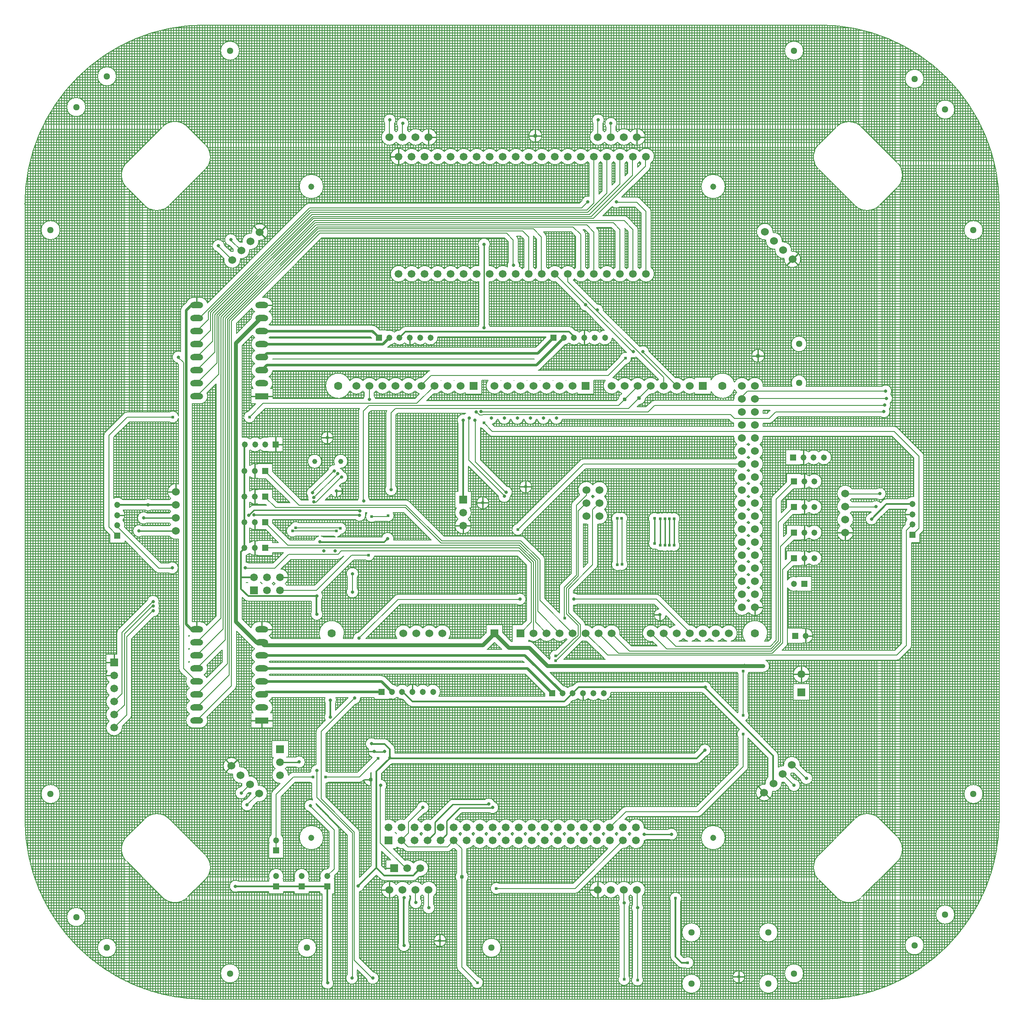
<source format=gbl>
%FSLAX23Y23*%
%MOIN*%
G70*
G01*
G75*
G04 Layer_Physical_Order=2*
G04 Layer_Color=8388608*
%ADD10C,0.008*%
%ADD11C,0.059*%
%ADD12R,0.035X0.037*%
%ADD13R,0.035X0.037*%
%ADD14R,0.045X0.069*%
%ADD15R,0.055X0.047*%
%ADD16R,0.055X0.043*%
%ADD17O,0.024X0.087*%
%ADD18R,0.039X0.094*%
%ADD19R,0.130X0.094*%
%ADD20O,0.065X0.022*%
%ADD21O,0.022X0.065*%
%ADD22R,0.043X0.055*%
%ADD23R,0.043X0.067*%
%ADD24R,0.067X0.043*%
%ADD25R,0.050X0.100*%
%ADD26R,0.057X0.094*%
%ADD27R,0.069X0.045*%
G04:AMPARAMS|DCode=28|XSize=69mil|YSize=45mil|CornerRadius=0mil|HoleSize=0mil|Usage=FLASHONLY|Rotation=225.000|XOffset=0mil|YOffset=0mil|HoleType=Round|Shape=Rectangle|*
%AMROTATEDRECTD28*
4,1,4,0.008,0.040,0.040,0.008,-0.008,-0.040,-0.040,-0.008,0.008,0.040,0.0*
%
%ADD28ROTATEDRECTD28*%

G04:AMPARAMS|DCode=29|XSize=69mil|YSize=45mil|CornerRadius=0mil|HoleSize=0mil|Usage=FLASHONLY|Rotation=315.000|XOffset=0mil|YOffset=0mil|HoleType=Round|Shape=Rectangle|*
%AMROTATEDRECTD29*
4,1,4,-0.040,0.008,-0.008,0.040,0.040,-0.008,0.008,-0.040,-0.040,0.008,0.0*
%
%ADD29ROTATEDRECTD29*%

%ADD30R,0.047X0.047*%
%ADD31R,0.047X0.047*%
G04:AMPARAMS|DCode=32|XSize=47mil|YSize=47mil|CornerRadius=0mil|HoleSize=0mil|Usage=FLASHONLY|Rotation=225.000|XOffset=0mil|YOffset=0mil|HoleType=Round|Shape=Rectangle|*
%AMROTATEDRECTD32*
4,1,4,0.000,0.033,0.033,0.000,0.000,-0.033,-0.033,0.000,0.000,0.033,0.0*
%
%ADD32ROTATEDRECTD32*%

G04:AMPARAMS|DCode=33|XSize=47mil|YSize=47mil|CornerRadius=0mil|HoleSize=0mil|Usage=FLASHONLY|Rotation=315.000|XOffset=0mil|YOffset=0mil|HoleType=Round|Shape=Rectangle|*
%AMROTATEDRECTD33*
4,1,4,-0.033,0.000,0.000,0.033,0.033,0.000,0.000,-0.033,-0.033,0.000,0.0*
%
%ADD33ROTATEDRECTD33*%

%ADD34O,0.022X0.010*%
%ADD35O,0.010X0.022*%
%ADD36C,0.010*%
%ADD37C,0.012*%
%ADD38C,0.009*%
%ADD39C,0.020*%
%ADD40C,0.030*%
%ADD41C,0.005*%
%ADD42R,0.047X0.047*%
%ADD43C,0.047*%
%ADD44C,0.060*%
%ADD45C,0.063*%
%ADD46R,0.060X0.060*%
%ADD47R,0.059X0.059*%
%ADD48R,0.059X0.059*%
%ADD49C,0.051*%
%ADD50C,0.039*%
%ADD51R,0.047X0.047*%
%ADD52O,0.100X0.050*%
%ADD53R,0.100X0.050*%
%ADD54C,0.031*%
%ADD55C,0.024*%
%ADD56C,0.026*%
D10*
X3400Y3091D02*
G03*
X3400Y3091I-73J0D01*
G01*
X3164Y3327D02*
G03*
X3164Y3327I-73J0D01*
G01*
X3741Y2362D02*
G03*
X2363Y3740I-1378J0D01*
G01*
X3617Y2165D02*
G03*
X3617Y2165I-73J0D01*
G01*
X2905Y837D02*
G03*
X2922Y873I-30J36D01*
G01*
X2909Y905D02*
G03*
X2916Y930I-40J25D01*
G01*
X2922Y873D02*
G03*
X2909Y905I-47J0D01*
G01*
X2916Y930D02*
G03*
X2840Y967I-47J0D01*
G01*
X2898Y792D02*
G03*
X2908Y821I-37J29D01*
G01*
D02*
G03*
X2905Y837I-47J0D01*
G01*
X2218Y1941D02*
G03*
X2199Y1986I-64J0D01*
G01*
X2259Y967D02*
G03*
X2264Y992I-54J25D01*
G01*
X2239Y3543D02*
G03*
X2239Y3543I-73J0D01*
G01*
X2199Y1986D02*
G03*
X2146Y2005I-45J-45D01*
G01*
X2108Y1896D02*
G03*
X2218Y1941I45J45D01*
G01*
X1638Y2500D02*
G03*
X1638Y2500I-93J0D01*
G01*
X2076Y2082D02*
G03*
X2057Y2128I-64J0D01*
G01*
X2076Y2075D02*
G03*
X2076Y2082I-64J7D01*
G01*
X2057Y2128D02*
G03*
X2005Y2146I-45J-45D01*
G01*
X2128Y2057D02*
G03*
X2076Y2075I-45J-45D01*
G01*
X1967Y2037D02*
G03*
X2019Y2019I45J45D01*
G01*
X2005Y2153D02*
G03*
X1987Y2198I-64J0D01*
G01*
X2005Y2146D02*
G03*
X2005Y2153I-64J7D01*
G01*
X1987Y2198D02*
G03*
X1896Y2108I-45J-45D01*
G01*
X1949Y2089D02*
G03*
X1967Y2037I64J-7D01*
G01*
X1896Y2108D02*
G03*
X1949Y2089I45J45D01*
G01*
X2146Y2005D02*
G03*
X2147Y2012I-64J7D01*
G01*
D02*
G03*
X2128Y2057I-64J0D01*
G01*
X2038Y1966D02*
G03*
X2090Y1948I45J45D01*
G01*
X2019Y2019D02*
G03*
X2038Y1966I64J-7D01*
G01*
X2090Y1948D02*
G03*
X2108Y1896I64J-7D01*
G01*
X2264Y1291D02*
G03*
X2264Y1291I-60J0D01*
G01*
X1940Y1200D02*
G03*
X1940Y1200I-50J0D01*
G01*
X2264Y992D02*
G03*
X2151Y967I-60J0D01*
G01*
X1930D02*
G03*
X1930Y970I-64J3D01*
G01*
D02*
G03*
X1816Y1010I-64J0D01*
G01*
D02*
G03*
X1708Y999I-50J-40D01*
G01*
Y941D02*
G03*
X1726Y920I57J29D01*
G01*
D02*
G03*
X1703Y858I40J-50D01*
G01*
X1708Y999D02*
G03*
X1530Y1015I-93J-29D01*
G01*
Y925D02*
G03*
X1708Y941I86J45D01*
G01*
X1402Y1023D02*
G03*
X1316Y1010I-36J-53D01*
G01*
Y930D02*
G03*
X1402Y917I50J40D01*
G01*
X1316Y1010D02*
G03*
X1256Y1033I-50J-40D01*
G01*
X1216Y930D02*
G03*
X1316Y930I50J40D01*
G01*
X1116D02*
G03*
X1216Y930I50J40D01*
G01*
X2903Y771D02*
G03*
X2898Y792I-47J0D01*
G01*
X2830Y732D02*
G03*
X2903Y771I26J39D01*
G01*
X2962Y647D02*
G03*
X2935Y658I-27J-27D01*
G01*
X2962Y647D02*
G03*
X2935Y658I-27J-27D01*
G01*
X3163Y430D02*
G03*
X3152Y457I-38J0D01*
G01*
X3163Y430D02*
G03*
X3152Y457I-38J0D01*
G01*
X2454Y420D02*
G03*
X2357Y462I-58J0D01*
G01*
Y378D02*
G03*
X2454Y420I39J42D01*
G01*
X2357Y462D02*
G03*
X2278Y462I-39J-42D01*
G01*
Y378D02*
G03*
X2357Y378I39J42D01*
G01*
X2380Y236D02*
G03*
X2283Y278I-58J0D01*
G01*
Y194D02*
G03*
X2380Y236I39J42D01*
G01*
X2278Y462D02*
G03*
X2218Y474I-39J-42D01*
G01*
Y366D02*
G03*
X2278Y378I21J54D01*
G01*
X2283Y278D02*
G03*
X2223Y290I-39J-42D01*
G01*
Y183D02*
G03*
X2283Y194I21J54D01*
G01*
X3087Y118D02*
G03*
X3035Y102I-12J-56D01*
G01*
X2800Y102D02*
G03*
X2873Y141I26J39D01*
G01*
X2877Y102D02*
G03*
X2849Y91I0J-40D01*
G01*
X2877Y102D02*
G03*
X2849Y91I0J-40D01*
G01*
X2873Y141D02*
G03*
X2797Y178I-47J0D01*
G01*
X2831Y72D02*
G03*
X2767Y78I-35J-31D01*
G01*
X3033Y22D02*
G03*
X3033Y-57I42J-39D01*
G01*
D02*
G03*
X3017Y-99I42J-39D01*
G01*
X3152Y-152D02*
G03*
X3163Y-125I-27J27D01*
G01*
X3152Y-152D02*
G03*
X3163Y-125I-27J27D01*
G01*
X3003Y-113D02*
G03*
X2992Y-140I27J-27D01*
G01*
X3003Y-113D02*
G03*
X2992Y-140I27J-27D01*
G01*
X2750Y-9D02*
G03*
X2806Y-65I11J-45D01*
G01*
X2612Y178D02*
G03*
X2519Y93I-53J-35D01*
G01*
X2612Y78D02*
G03*
X2599Y93I-53J-35D01*
G01*
D02*
G03*
X2609Y102I-40J50D01*
G01*
X2599Y-7D02*
G03*
X2609Y2I-40J50D01*
G01*
X2519Y93D02*
G03*
X2519Y-7I40J-50D01*
G01*
X2380Y39D02*
G03*
X2283Y81I-58J0D01*
G01*
Y-3D02*
G03*
X2380Y39I39J42D01*
G01*
X2283Y81D02*
G03*
X2223Y93I-39J-42D01*
G01*
X2623Y-57D02*
G03*
X2599Y-7I-64J0D01*
G01*
X2519D02*
G03*
X2519Y-107I40J-50D01*
G01*
X2599D02*
G03*
X2623Y-57I-40J50D01*
G01*
Y-157D02*
G03*
X2599Y-107I-64J0D01*
G01*
X2223Y-14D02*
G03*
X2283Y-3I21J54D01*
G01*
X2380Y-157D02*
G03*
X2283Y-115I-58J0D01*
G01*
D02*
G03*
X2223Y-104I-39J-42D01*
G01*
X1975Y682D02*
G03*
X2002Y693I0J38D01*
G01*
X1975Y682D02*
G03*
X2002Y693I0J38D01*
G01*
X1930Y770D02*
G03*
X1929Y782I-64J0D01*
G01*
Y758D02*
G03*
X1930Y770I-63J12D01*
G01*
X1929Y658D02*
G03*
X1930Y670I-63J12D01*
G01*
D02*
G03*
X1929Y682I-64J0D01*
G01*
X1930Y570D02*
G03*
X1929Y582I-64J0D01*
G01*
X1906Y420D02*
G03*
X1930Y470I-40J50D01*
G01*
X1906Y520D02*
G03*
X1930Y570I-40J50D01*
G01*
Y470D02*
G03*
X1906Y520I-64J0D01*
G01*
X1816Y530D02*
G03*
X1826Y520I50J40D01*
G01*
D02*
G03*
X1816Y510I40J-50D01*
G01*
Y430D02*
G03*
X1826Y420I50J40D01*
G01*
X1806D02*
G03*
X1816Y430I-40J50D01*
G01*
X1930Y370D02*
G03*
X1906Y420I-64J0D01*
G01*
Y320D02*
G03*
X1930Y370I-40J50D01*
G01*
X1826Y420D02*
G03*
X1816Y410I40J-50D01*
G01*
Y330D02*
G03*
X1826Y320I50J40D01*
G01*
D02*
G03*
X1816Y310I40J-50D01*
G01*
X1683Y693D02*
G03*
X1703Y683I27J27D01*
G01*
X1683Y693D02*
G03*
X1703Y683I27J27D01*
G01*
D02*
G03*
X1703Y658I63J-13D01*
G01*
X1806Y520D02*
G03*
X1816Y530I-40J50D01*
G01*
Y510D02*
G03*
X1806Y520I-50J-40D01*
G01*
X1703Y582D02*
G03*
X1726Y520I63J-12D01*
G01*
X1816Y410D02*
G03*
X1806Y420I-50J-40D01*
G01*
X1726Y520D02*
G03*
X1726Y420I40J-50D01*
G01*
D02*
G03*
X1714Y408I40J-50D01*
G01*
Y332D02*
G03*
X1726Y320I51J38D01*
G01*
X1806D02*
G03*
X1816Y330I-40J50D01*
G01*
Y310D02*
G03*
X1806Y320I-50J-40D01*
G01*
X1930Y270D02*
G03*
X1906Y320I-64J0D01*
G01*
X1930Y170D02*
G03*
X1906Y220I-64J0D01*
G01*
X2003Y127D02*
G03*
X1992Y100I27J-27D01*
G01*
X2003Y127D02*
G03*
X1992Y100I27J-27D01*
G01*
X1930Y-130D02*
G03*
X1906Y-80I-64J0D01*
G01*
Y220D02*
G03*
X1930Y270I-40J50D01*
G01*
X1816Y230D02*
G03*
X1826Y220I50J40D01*
G01*
X1806D02*
G03*
X1816Y230I-40J50D01*
G01*
X1826Y220D02*
G03*
X1816Y210I40J-50D01*
G01*
D02*
G03*
X1806Y220I-50J-40D01*
G01*
X1906Y120D02*
G03*
X1930Y170I-40J50D01*
G01*
X1816Y130D02*
G03*
X1826Y120I50J40D01*
G01*
X1930Y70D02*
G03*
X1906Y120I-64J0D01*
G01*
X1806D02*
G03*
X1816Y130I-40J50D01*
G01*
X1826Y120D02*
G03*
X1816Y110I40J-50D01*
G01*
D02*
G03*
X1806Y120I-50J-40D01*
G01*
X1726Y320D02*
G03*
X1726Y220I40J-50D01*
G01*
D02*
G03*
X1726Y120I40J-50D01*
G01*
D02*
G03*
X1726Y20I40J-50D01*
G01*
X1906D02*
G03*
X1930Y70I-40J50D01*
G01*
X1816Y30D02*
G03*
X1826Y20I50J40D01*
G01*
X1930Y-30D02*
G03*
X1906Y20I-64J0D01*
G01*
X1806D02*
G03*
X1816Y30I-40J50D01*
G01*
X1826Y20D02*
G03*
X1816Y10I40J-50D01*
G01*
D02*
G03*
X1806Y20I-50J-40D01*
G01*
X1906Y-80D02*
G03*
X1930Y-30I-40J50D01*
G01*
X1816Y-70D02*
G03*
X1826Y-80I50J40D01*
G01*
D02*
G03*
X1816Y-90I40J-50D01*
G01*
X1806Y-80D02*
G03*
X1816Y-70I-40J50D01*
G01*
Y-90D02*
G03*
X1806Y-80I-50J-40D01*
G01*
X1227Y-7D02*
G03*
X1191Y-7I-18J-43D01*
G01*
X1726Y20D02*
G03*
X1726Y-80I40J-50D01*
G01*
X1283Y-75D02*
G03*
X1290Y-50I-38J25D01*
G01*
D02*
G03*
X1227Y-7I-46J0D01*
G01*
X1024Y2880D02*
G03*
X910Y2920I-64J0D01*
G01*
Y2840D02*
G03*
X1024Y2880I50J40D01*
G01*
X798Y2957D02*
G03*
X807Y2984I-38J27D01*
G01*
D02*
G03*
X722Y2957I-47J0D01*
G01*
X810Y2920D02*
G03*
X798Y2931I-50J-40D01*
G01*
X810Y2840D02*
G03*
X910Y2840I50J40D01*
G01*
Y2920D02*
G03*
X810Y2920I-50J-40D01*
G01*
X710Y2840D02*
G03*
X810Y2840I50J40D01*
G01*
X1094Y2730D02*
G03*
X980Y2769I-64J0D01*
G01*
X1065Y2677D02*
G03*
X1094Y2730I-35J53D01*
G01*
X980Y2691D02*
G03*
X989Y2681I50J39D01*
G01*
X965Y2677D02*
G03*
X980Y2691I-35J53D01*
G01*
X1054Y2630D02*
G03*
X1065Y2657I-27J27D01*
G01*
X1054Y2630D02*
G03*
X1065Y2657I-27J27D01*
G01*
X980Y2769D02*
G03*
X880Y2769I-50J-39D01*
G01*
Y2691D02*
G03*
X889Y2681I50J39D01*
G01*
X868Y2679D02*
G03*
X880Y2691I-38J51D01*
G01*
Y2769D02*
G03*
X780Y2769I-50J-39D01*
G01*
X722Y2931D02*
G03*
X710Y2920I38J-51D01*
G01*
X698Y2982D02*
G03*
X708Y3011I-37J29D01*
G01*
D02*
G03*
X622Y2985I-47J0D01*
G01*
X710Y2920D02*
G03*
X698Y2931I-50J-40D01*
G01*
X780Y2691D02*
G03*
X792Y2679I50J39D01*
G01*
X768D02*
G03*
X780Y2691I-38J51D01*
G01*
Y2769D02*
G03*
X680Y2769I-50J-39D01*
G01*
Y2691D02*
G03*
X692Y2679I50J39D01*
G01*
X668D02*
G03*
X680Y2691I-38J51D01*
G01*
X1068Y2310D02*
G03*
X1057Y2337I-38J0D01*
G01*
X1068Y2310D02*
G03*
X1057Y2337I-38J0D01*
G01*
X987Y2407D02*
G03*
X960Y2418I-27J-27D01*
G01*
X987Y2407D02*
G03*
X960Y2418I-27J-27D01*
G01*
X968Y2170D02*
G03*
X957Y2197I-38J0D01*
G01*
X968Y2170D02*
G03*
X957Y2197I-38J0D01*
G01*
X1094Y1830D02*
G03*
X1068Y1881I-64J0D01*
G01*
X980Y1791D02*
G03*
X1094Y1830I50J39D01*
G01*
X992Y1881D02*
G03*
X980Y1869I38J-51D01*
G01*
D02*
G03*
X968Y1881I-50J-39D01*
G01*
X880Y1791D02*
G03*
X980Y1791I50J39D01*
G01*
X770Y2346D02*
G03*
X827Y2342I31J35D01*
G01*
X889Y2265D02*
G03*
X862Y2276I-27J-27D01*
G01*
X868Y2170D02*
G03*
X867Y2179I-38J0D01*
G01*
X889Y2265D02*
G03*
X862Y2276I-27J-27D01*
G01*
X868Y2170D02*
G03*
X867Y2179I-38J0D01*
G01*
X668Y2150D02*
G03*
X657Y2177I-38J0D01*
G01*
X668Y2150D02*
G03*
X657Y2177I-38J0D01*
G01*
X880Y1869D02*
G03*
X868Y1881I-50J-39D01*
G01*
X892D02*
G03*
X880Y1869I38J-51D01*
G01*
X792Y1881D02*
G03*
X780Y1869I38J-51D01*
G01*
Y1791D02*
G03*
X880Y1791I50J39D01*
G01*
X780Y1869D02*
G03*
X680Y1869I-50J-39D01*
G01*
Y1791D02*
G03*
X780Y1791I50J39D01*
G01*
X680Y1869D02*
G03*
X668Y1881I-50J-39D01*
G01*
X622Y2931D02*
G03*
X710Y2840I38J-51D01*
G01*
X680Y2769D02*
G03*
X580Y2769I-50J-39D01*
G01*
Y2691D02*
G03*
X592Y2679I50J39D01*
G01*
X580Y2769D02*
G03*
X480Y2769I-50J-39D01*
G01*
Y2691D02*
G03*
X580Y2691I50J39D01*
G01*
X480Y2769D02*
G03*
X380Y2769I-50J-39D01*
G01*
Y2691D02*
G03*
X480Y2691I50J39D01*
G01*
X280D02*
G03*
X380Y2691I50J39D01*
G01*
Y2769D02*
G03*
X280Y2769I-50J-39D01*
G01*
X180Y2691D02*
G03*
X280Y2691I50J39D01*
G01*
Y2769D02*
G03*
X180Y2769I-50J-39D01*
G01*
X592Y2426D02*
G03*
X535Y2389I-11J-45D01*
G01*
X566Y2132D02*
G03*
X555Y2159I-38J0D01*
G01*
X566Y2132D02*
G03*
X555Y2159I-38J0D01*
G01*
X265Y2112D02*
G03*
X254Y2139I-38J0D01*
G01*
X265Y2112D02*
G03*
X254Y2139I-38J0D01*
G01*
X230Y2890D02*
G03*
X230Y2890I-50J0D01*
G01*
X180Y2769D02*
G03*
X80Y2769I-50J-39D01*
G01*
D02*
G03*
X-20Y2769I-50J-39D01*
G01*
D02*
G03*
X-120Y2769I-50J-39D01*
G01*
X80Y2691D02*
G03*
X180Y2691I50J39D01*
G01*
X167Y2111D02*
G03*
X166Y2120I-38J0D01*
G01*
X167Y2111D02*
G03*
X166Y2120I-38J0D01*
G01*
X-20Y2691D02*
G03*
X80Y2691I50J39D01*
G01*
X-120D02*
G03*
X-20Y2691I50J39D01*
G01*
X592Y1881D02*
G03*
X580Y1869I38J-51D01*
G01*
D02*
G03*
X566Y1882I-50J-39D01*
G01*
X480Y1869D02*
G03*
X380Y1869I-50J-39D01*
G01*
X490Y1879D02*
G03*
X480Y1869I40J-49D01*
G01*
X471Y1781D02*
G03*
X480Y1791I-41J49D01*
G01*
X580D02*
G03*
X680Y1791I50J39D01*
G01*
X480D02*
G03*
X580Y1791I50J39D01*
G01*
X280Y1869D02*
G03*
X265Y1883I-50J-39D01*
G01*
X280Y1791D02*
G03*
X339Y1767I50J39D01*
G01*
X380Y1869D02*
G03*
X280Y1869I-50J-39D01*
G01*
X180Y1791D02*
G03*
X280Y1791I50J39D01*
G01*
X48Y2090D02*
G03*
X37Y2117I-38J0D01*
G01*
X48Y2090D02*
G03*
X37Y2117I-38J0D01*
G01*
X-176Y2028D02*
G03*
X-167Y2056I-38J28D01*
G01*
X189Y1879D02*
G03*
X180Y1869I41J-49D01*
G01*
D02*
G03*
X167Y1882I-50J-39D01*
G01*
X58Y1896D02*
G03*
X48Y1925I-47J0D01*
G01*
X57Y1887D02*
G03*
X58Y1896I-46J9D01*
G01*
X80Y1791D02*
G03*
X180Y1791I50J39D01*
G01*
X91Y1880D02*
G03*
X80Y1869I39J-50D01*
G01*
D02*
G03*
X57Y1887I-50J-39D01*
G01*
X-28Y1922D02*
G03*
X-34Y1882I39J-26D01*
G01*
X-34D02*
G03*
X-120Y1869I-36J-52D01*
G01*
D02*
G03*
X-176Y1893I-50J-39D01*
G01*
X-20Y1791D02*
G03*
X80Y1791I50J39D01*
G01*
X-120D02*
G03*
X-20Y1791I50J39D01*
G01*
X-176Y1767D02*
G03*
X-120Y1791I7J63D01*
G01*
X1053Y1236D02*
G03*
X981Y1271I-47J-5D01*
G01*
X917Y1186D02*
G03*
X954Y1190I14J45D01*
G01*
X917Y1181D02*
G03*
X917Y1186I-46J0D01*
G01*
X880Y1226D02*
G03*
X826Y1190I-9J-45D01*
G01*
X880Y1136D02*
G03*
X917Y1181I-9J45D01*
G01*
X1125Y1019D02*
G03*
X1116Y1010I41J-49D01*
G01*
D02*
G03*
X1016Y1010I-50J-40D01*
G01*
X1060Y906D02*
G03*
X1116Y930I6J64D01*
G01*
X1095Y858D02*
G03*
X1068Y847I0J-38D01*
G01*
X1095Y858D02*
G03*
X1068Y847I0J-38D01*
G01*
X1016Y1010D02*
G03*
X916Y1010I-50J-40D01*
G01*
D02*
G03*
X816Y1010I-50J-40D01*
G01*
D02*
G03*
X777Y1033I-50J-40D01*
G01*
X816Y930D02*
G03*
X844Y910I50J40D01*
G01*
X979Y825D02*
G03*
X1025Y871I-4J50D01*
G01*
X844Y910D02*
G03*
X815Y869I21J-45D01*
G01*
X717Y1012D02*
G03*
X816Y930I48J-42D01*
G01*
X703Y1551D02*
G03*
X654Y1598I-47J0D01*
G01*
X674Y1298D02*
G03*
X771Y1335I39J42D01*
G01*
X709Y1397D02*
G03*
X674Y1382I5J-57D01*
G01*
X519Y1587D02*
G03*
X562Y1544I47J4D01*
G01*
X674Y1382D02*
G03*
X596Y1382I-39J-42D01*
G01*
D02*
G03*
X517Y1382I-39J-42D01*
G01*
X596Y1298D02*
G03*
X674Y1298I39J42D01*
G01*
X517D02*
G03*
X596Y1298I39J42D01*
G01*
X517Y1382D02*
G03*
X484Y1397I-39J-42D01*
G01*
X1191Y-7D02*
G03*
X1156Y-8I-18J-43D01*
G01*
D02*
G03*
X1119Y-10I-16J-43D01*
G01*
X1119D02*
G03*
X1056Y-74I-25J-39D01*
G01*
X889Y-48D02*
G03*
X826Y-5I-46J0D01*
G01*
D02*
G03*
X772Y-74I-16J-43D01*
G01*
X882Y-72D02*
G03*
X889Y-48I-39J24D01*
G01*
X549Y408D02*
G03*
X522Y397I0J-38D01*
G01*
X549Y408D02*
G03*
X522Y397I0J-38D01*
G01*
X711Y120D02*
G03*
X735Y170I-40J50D01*
G01*
Y70D02*
G03*
X711Y120I-64J0D01*
G01*
Y20D02*
G03*
X735Y70I-40J50D01*
G01*
X621Y130D02*
G03*
X631Y120I50J40D01*
G01*
X735Y-30D02*
G03*
X711Y20I-64J0D01*
G01*
X658Y-93D02*
G03*
X735Y-30I13J63D01*
G01*
Y170D02*
G03*
X621Y210I-64J0D01*
G01*
D02*
G03*
X519Y132I-50J-40D01*
G01*
X611Y120D02*
G03*
X621Y130I-40J50D01*
G01*
Y110D02*
G03*
X611Y120I-50J-40D01*
G01*
X631D02*
G03*
X621Y110I40J-50D01*
G01*
X548Y-90D02*
G03*
X582Y-93I23J60D01*
G01*
X468Y1413D02*
G03*
X440Y1425I-28J-28D01*
G01*
X468Y1413D02*
G03*
X440Y1425I-28J-28D01*
G01*
X438Y1298D02*
G03*
X517Y1298I39J42D01*
G01*
X404Y1283D02*
G03*
X438Y1298I-5J57D01*
G01*
X416Y930D02*
G03*
X502Y917I50J40D01*
G01*
X316Y930D02*
G03*
X416Y930I50J40D01*
G01*
X216D02*
G03*
X316Y930I50J40D01*
G01*
X202Y1088D02*
G03*
X220Y1099I-13J42D01*
G01*
X202Y1088D02*
G03*
X220Y1099I-13J42D01*
G01*
X-168Y1425D02*
G03*
X-176Y1444I-46J-9D01*
G01*
X116Y930D02*
G03*
X216Y930I50J40D01*
G01*
X16D02*
G03*
X116Y930I50J40D01*
G01*
X-84D02*
G03*
X16Y930I50J40D01*
G01*
X-183Y1012D02*
G03*
X-84Y930I48J-42D01*
G01*
X295Y712D02*
G03*
X387Y712I46J9D01*
G01*
X195D02*
G03*
X287Y712I46J9D01*
G01*
X467Y80D02*
G03*
X456Y53I27J-27D01*
G01*
X467Y80D02*
G03*
X456Y53I27J-27D01*
G01*
X95Y712D02*
G03*
X187Y712I46J9D01*
G01*
X-5D02*
G03*
X87Y712I46J9D01*
G01*
X-105D02*
G03*
X-13Y712I46J9D01*
G01*
X-151Y675D02*
G03*
X-113Y712I-8J46D01*
G01*
X-177Y593D02*
G03*
X-150Y582I27J27D01*
G01*
X-177Y593D02*
G03*
X-150Y582I27J27D01*
G01*
X152Y194D02*
G03*
X152Y194I-47J0D01*
G01*
X-12Y118D02*
G03*
X3Y152I-32J34D01*
G01*
D02*
G03*
X-39Y199I-47J0D01*
G01*
X-106Y122D02*
G03*
X-12Y118I47J-1D01*
G01*
X2519Y-107D02*
G03*
X2623Y-157I40J-50D01*
G01*
X2283Y-200D02*
G03*
X2380Y-157I39J42D01*
G01*
Y-354D02*
G03*
X2283Y-312I-58J0D01*
G01*
Y-396D02*
G03*
X2380Y-354I39J42D01*
G01*
X2223Y-211D02*
G03*
X2283Y-200I21J54D01*
G01*
Y-312D02*
G03*
X2223Y-301I-39J-42D01*
G01*
Y-408D02*
G03*
X2283Y-396I21J54D01*
G01*
X2311Y-950D02*
G03*
X2233Y-896I-58J0D01*
G01*
Y-1004D02*
G03*
X2311Y-950I21J54D01*
G01*
X2186Y-498D02*
G03*
X2116Y-521I-21J-54D01*
G01*
Y-581D02*
G03*
X2186Y-605I49J30D01*
G01*
X3057Y-1052D02*
G03*
X3068Y-1025I-27J27D01*
G01*
X3057Y-1052D02*
G03*
X3068Y-1025I-27J27D01*
G01*
X2956Y-1137D02*
G03*
X2983Y-1126I0J38D01*
G01*
X2956Y-1137D02*
G03*
X2983Y-1126I0J38D01*
G01*
X2287Y-1245D02*
G03*
X2287Y-1245I-64J0D01*
G01*
X1906Y-180D02*
G03*
X1930Y-130I-40J50D01*
G01*
Y-230D02*
G03*
X1906Y-180I-64J0D01*
G01*
Y-280D02*
G03*
X1930Y-230I-40J50D01*
G01*
X1826Y-280D02*
G03*
X1816Y-290I40J-50D01*
G01*
X1930Y-330D02*
G03*
X1906Y-280I-64J0D01*
G01*
X1930Y-430D02*
G03*
X1906Y-380I-64J0D01*
G01*
D02*
G03*
X1930Y-330I-40J50D01*
G01*
X1826Y-380D02*
G03*
X1816Y-390I40J-50D01*
G01*
Y-370D02*
G03*
X1826Y-380I50J40D01*
G01*
X1906Y-480D02*
G03*
X1930Y-430I-40J50D01*
G01*
Y-530D02*
G03*
X1906Y-480I-64J0D01*
G01*
Y-580D02*
G03*
X1930Y-530I-40J50D01*
G01*
Y-730D02*
G03*
X1906Y-680I-64J0D01*
G01*
D02*
G03*
X1930Y-630I-40J50D01*
G01*
D02*
G03*
X1906Y-580I-64J0D01*
G01*
X1816Y-170D02*
G03*
X1826Y-180I50J40D01*
G01*
D02*
G03*
X1816Y-190I40J-50D01*
G01*
Y-270D02*
G03*
X1826Y-280I50J40D01*
G01*
X1806Y-180D02*
G03*
X1816Y-170I-40J50D01*
G01*
X1806Y-280D02*
G03*
X1816Y-270I-40J50D01*
G01*
Y-190D02*
G03*
X1806Y-180I-50J-40D01*
G01*
X1816Y-290D02*
G03*
X1806Y-280I-50J-40D01*
G01*
X1816Y-470D02*
G03*
X1826Y-480I50J40D01*
G01*
X1806Y-380D02*
G03*
X1816Y-370I-40J50D01*
G01*
Y-390D02*
G03*
X1806Y-380I-50J-40D01*
G01*
X1726Y-80D02*
G03*
X1726Y-180I40J-50D01*
G01*
D02*
G03*
X1726Y-280I40J-50D01*
G01*
D02*
G03*
X1726Y-380I40J-50D01*
G01*
D02*
G03*
X1726Y-480I40J-50D01*
G01*
X1826D02*
G03*
X1816Y-490I40J-50D01*
G01*
Y-570D02*
G03*
X1826Y-580I50J40D01*
G01*
X1806Y-480D02*
G03*
X1816Y-470I-40J50D01*
G01*
Y-490D02*
G03*
X1806Y-480I-50J-40D01*
G01*
Y-580D02*
G03*
X1816Y-570I-40J50D01*
G01*
X1826Y-580D02*
G03*
X1816Y-590I40J-50D01*
G01*
Y-670D02*
G03*
X1826Y-680I50J40D01*
G01*
D02*
G03*
X1816Y-690I40J-50D01*
G01*
X1806Y-680D02*
G03*
X1816Y-670I-40J50D01*
G01*
Y-590D02*
G03*
X1806Y-580I-50J-40D01*
G01*
X1816Y-690D02*
G03*
X1806Y-680I-50J-40D01*
G01*
X1726Y-480D02*
G03*
X1726Y-580I40J-50D01*
G01*
D02*
G03*
X1726Y-680I40J-50D01*
G01*
X2105Y-1032D02*
G03*
X2116Y-1005I-27J27D01*
G01*
X1816Y-770D02*
G03*
X1930Y-730I50J40D01*
G01*
X1726Y-680D02*
G03*
X1816Y-770I40J-50D01*
G01*
X1963Y-930D02*
G03*
X1791Y-992I-97J0D01*
G01*
X1940D02*
G03*
X1963Y-930I-75J62D01*
G01*
X2105Y-1032D02*
G03*
X2116Y-1005I-27J27D01*
G01*
X1978Y-1181D02*
G03*
X1950Y-1137I-49J0D01*
G01*
X1929Y-1230D02*
G03*
X1978Y-1181I0J49D01*
G01*
X1813Y-1246D02*
G03*
X1820Y-1230I-38J26D01*
G01*
X1682Y-992D02*
G03*
X1730Y-930I-16J62D01*
G01*
D02*
G03*
X1616Y-890I-64J0D01*
G01*
D02*
G03*
X1516Y-890I-50J-40D01*
G01*
X1616Y-970D02*
G03*
X1650Y-992I50J40D01*
G01*
X1582D02*
G03*
X1616Y-970I-16J62D01*
G01*
X1516D02*
G03*
X1550Y-992I50J40D01*
G01*
X1516Y-890D02*
G03*
X1416Y-890I-50J-40D01*
G01*
X1482Y-992D02*
G03*
X1516Y-970I-16J62D01*
G01*
X1730Y-1230D02*
G03*
X1737Y-1246I45J10D01*
G01*
X1530Y-1338D02*
G03*
X1462Y-1305I-46J-9D01*
G01*
X3617Y-2165D02*
G03*
X3617Y-2165I-73J0D01*
G01*
X2308Y-2044D02*
G03*
X2266Y-1997I-47J0D01*
G01*
X2215Y-2054D02*
G03*
X2308Y-2044I46J10D01*
G01*
X2213Y-2098D02*
G03*
X2171Y-2051I-47J0D01*
G01*
X2213Y-1941D02*
G03*
X2104Y-1896I-64J0D01*
G01*
D02*
G03*
X2086Y-1949I45J-45D01*
G01*
X2086Y-1949D02*
G03*
X2045Y-1958I-7J-64D01*
G01*
X2142Y-2005D02*
G03*
X2165Y-2003I7J64D01*
G01*
X2142Y-2012D02*
G03*
X2142Y-2005I-64J0D01*
G01*
X2142Y-2022D02*
G03*
X2142Y-2012I-63J10D01*
G01*
X2072Y-2083D02*
G03*
X2071Y-2076I-64J0D01*
G01*
D02*
G03*
X2088Y-2075I7J64D01*
G01*
X2120Y-2108D02*
G03*
X2213Y-2098I46J10D01*
G01*
X2053Y-2128D02*
G03*
X2072Y-2083I-45J45D01*
G01*
X3400Y-3091D02*
G03*
X3400Y-3091I-73J0D01*
G01*
X2363Y-3740D02*
G03*
X3741Y-2362I0J1378D01*
G01*
X3164Y-3327D02*
G03*
X3164Y-3327I-73J0D01*
G01*
X2239Y-3543D02*
G03*
X2239Y-3543I-73J0D01*
G01*
X2045Y-1870D02*
G03*
X2033Y-1842I-40J0D01*
G01*
X2045Y-1870D02*
G03*
X2033Y-1842I-40J0D01*
G01*
X2001Y-2146D02*
G03*
X2053Y-2128I7J64D01*
G01*
X1965Y-2035D02*
G03*
X1962Y-2038I43J-48D01*
G01*
D02*
G03*
X1944Y-2090I45J-45D01*
G01*
X1944Y-2090D02*
G03*
X1892Y-2108I-7J-64D01*
G01*
X2001Y-2154D02*
G03*
X2001Y-2146I-64J0D01*
G01*
X1982Y-2199D02*
G03*
X2001Y-2154I-45J45D01*
G01*
X1892Y-2108D02*
G03*
X1982Y-2199I45J-45D01*
G01*
X1737Y-1534D02*
G03*
X1733Y-1541I38J-26D01*
G01*
X1821Y-1560D02*
G03*
X1813Y-1534I-46J0D01*
G01*
X1794Y-1602D02*
G03*
X1821Y-1560I-19J42D01*
G01*
X1457Y-1385D02*
G03*
X1470Y-1391I27J39D01*
G01*
X1747Y-1669D02*
G03*
X1737Y-1731I28J-36D01*
G01*
X1802Y-1982D02*
G03*
X1813Y-1955I-27J27D01*
G01*
X1802Y-1982D02*
G03*
X1813Y-1955I-27J27D01*
G01*
X1492Y-1874D02*
G03*
X1528Y-1829I-11J45D01*
G01*
D02*
G03*
X1436Y-1818I-47J0D01*
G01*
X1430Y-2338D02*
G03*
X1457Y-2327I0J38D01*
G01*
X1430Y-2338D02*
G03*
X1457Y-2327I0J38D01*
G01*
X2042Y-3228D02*
G03*
X2042Y-3228I-73J0D01*
G01*
Y-3622D02*
G03*
X2042Y-3622I-73J0D01*
G01*
X1638Y-2500D02*
G03*
X1638Y-2500I-93J0D01*
G01*
X1788Y-3569D02*
G03*
X1788Y-3569I-47J0D01*
G01*
X1290Y-256D02*
G03*
X1283Y-231I-46J0D01*
G01*
X1225Y-298D02*
G03*
X1290Y-256I19J42D01*
G01*
X1193Y-298D02*
G03*
X1225Y-298I16J43D01*
G01*
X1153Y-297D02*
G03*
X1193Y-298I21J41D01*
G01*
X1056Y-215D02*
G03*
X1106Y-284I38J-25D01*
G01*
X1106D02*
G03*
X1153Y-297I34J31D01*
G01*
X1416Y-890D02*
G03*
X1360Y-866I-50J-40D01*
G01*
X1129Y-743D02*
G03*
X1182Y-796I7J-46D01*
G01*
X1136Y-642D02*
G03*
X1109Y-631I-27J-27D01*
G01*
X1136Y-642D02*
G03*
X1109Y-631I-27J-27D01*
G01*
X1216Y-890D02*
G03*
X1116Y-890I-50J-40D01*
G01*
X890Y-402D02*
G03*
X882Y-376I-46J0D01*
G01*
X772Y-378D02*
G03*
X830Y-446I38J-26D01*
G01*
D02*
G03*
X890Y-402I14J44D01*
G01*
X647Y-432D02*
G03*
X658Y-405I-27J27D01*
G01*
X647Y-432D02*
G03*
X658Y-405I-27J27D01*
G01*
X716Y-890D02*
G03*
X616Y-890I-50J-40D01*
G01*
X562Y-864D02*
G03*
X551Y-837I-38J0D01*
G01*
X562Y-864D02*
G03*
X551Y-837I-38J0D01*
G01*
X1416Y-970D02*
G03*
X1450Y-992I50J40D01*
G01*
X1382D02*
G03*
X1416Y-970I-16J62D01*
G01*
X1282Y-992D02*
G03*
X1316Y-970I-16J62D01*
G01*
D02*
G03*
X1350Y-992I50J40D01*
G01*
X1253Y-867D02*
G03*
X1216Y-890I12J-63D01*
G01*
X1116D02*
G03*
X1079Y-993I-50J-40D01*
G01*
X829Y-940D02*
G03*
X830Y-930I-63J10D01*
G01*
D02*
G03*
X716Y-890I-64J0D01*
G01*
X708Y-1126D02*
G03*
X716Y-1132I27J27D01*
G01*
X708Y-1126D02*
G03*
X716Y-1132I27J27D01*
G01*
X616Y-890D02*
G03*
X562Y-866I-50J-40D01*
G01*
X761Y-1390D02*
G03*
X761Y-1385I-58J0D01*
G01*
X664Y-1432D02*
G03*
X761Y-1390I39J42D01*
G01*
X586Y-1432D02*
G03*
X664Y-1432I39J42D01*
G01*
X252Y-366D02*
G03*
X241Y-339I-38J0D01*
G01*
X252Y-366D02*
G03*
X241Y-339I-38J0D01*
G01*
X503Y-631D02*
G03*
X473Y-622I-27J-38D01*
G01*
Y-716D02*
G03*
X503Y-707I3J47D01*
G01*
X376Y-550D02*
G03*
X365Y-577I27J-27D01*
G01*
X376Y-550D02*
G03*
X365Y-577I27J-27D01*
G01*
X416Y-970D02*
G03*
X422Y-977I50J40D01*
G01*
X36Y-89D02*
G03*
X90Y-143I9J-45D01*
G01*
X97Y-195D02*
G03*
X70Y-184I-27J-27D01*
G01*
X97Y-195D02*
G03*
X70Y-184I-27J-27D01*
G01*
X35Y-708D02*
G03*
X108Y-669I26J39D01*
G01*
D02*
G03*
X32Y-632I-47J0D01*
G01*
X542Y-989D02*
G03*
X575Y-993I24J59D01*
G01*
X316Y-970D02*
G03*
X416Y-970I50J40D01*
G01*
X216D02*
G03*
X316Y-970I50J40D01*
G01*
X339Y-1059D02*
G03*
X292Y-1123I-4J-46D01*
G01*
D02*
G03*
X290Y-1131I43J-17D01*
G01*
X512Y-1305D02*
G03*
X484Y-1317I0J-40D01*
G01*
X512Y-1305D02*
G03*
X484Y-1317I0J-40D01*
G01*
X469Y-1332D02*
G03*
X428Y-1348I-1J-58D01*
G01*
X507Y-1432D02*
G03*
X586Y-1432I39J42D01*
G01*
X466Y-1448D02*
G03*
X507Y-1432I1J58D01*
G01*
X402Y-1495D02*
G03*
X431Y-1483I0J40D01*
G01*
X402Y-1495D02*
G03*
X431Y-1483I0J40D01*
G01*
X428Y-1348D02*
G03*
X395Y-1333I-39J-42D01*
G01*
X130Y-983D02*
G03*
X216Y-970I36J53D01*
G01*
X167Y-1007D02*
G03*
X132Y-993I-35J-35D01*
G01*
X167Y-1007D02*
G03*
X132Y-993I-35J-35D01*
G01*
X1420Y-1930D02*
G03*
X1448Y-1919I0J40D01*
G01*
X1420Y-1930D02*
G03*
X1448Y-1919I0J40D01*
G01*
X1272Y-2474D02*
G03*
X1197Y-2437I-47J0D01*
G01*
X1200Y-2513D02*
G03*
X1272Y-2474I25J40D01*
G01*
X1297Y-2988D02*
G03*
X1303Y-2965I-40J23D01*
G01*
D02*
G03*
X1217Y-2988I-46J0D01*
G01*
X1016Y-2521D02*
G03*
X1042Y-2513I1J47D01*
G01*
X1045Y-2437D02*
G03*
X1016Y-2427I-28J-38D01*
G01*
X1024Y-2900D02*
G03*
X910Y-2860I-64J0D01*
G01*
X1016Y-2421D02*
G03*
X903Y-2382I-64J0D01*
G01*
X1016Y-2427D02*
G03*
X1016Y-2421I-63J6D01*
G01*
X903Y-2560D02*
G03*
X1016Y-2521I50J39D01*
G01*
X1001Y-2949D02*
G03*
X1024Y-2900I-41J49D01*
G01*
X1011Y-3039D02*
G03*
X1001Y-3010I-47J0D01*
G01*
X903Y-2460D02*
G03*
X914Y-2471I50J39D01*
G01*
D02*
G03*
X903Y-2482I39J-50D01*
G01*
X892Y-2471D02*
G03*
X903Y-2460I-39J50D01*
G01*
Y-2482D02*
G03*
X892Y-2471I-50J-39D01*
G01*
X874Y-2262D02*
G03*
X847Y-2273I0J-38D01*
G01*
X874Y-2262D02*
G03*
X847Y-2273I0J-38D01*
G01*
X903Y-2382D02*
G03*
X868Y-2359I-50J-39D01*
G01*
X803Y-2460D02*
G03*
X814Y-2471I50J39D01*
G01*
D02*
G03*
X803Y-2482I39J-50D01*
G01*
X792Y-2471D02*
G03*
X803Y-2460I-39J50D01*
G01*
Y-2482D02*
G03*
X792Y-2471I-50J-39D01*
G01*
X910Y-2940D02*
G03*
X925Y-2954I50J40D01*
G01*
X898Y-2951D02*
G03*
X910Y-2940I-38J51D01*
G01*
X908Y-3001D02*
G03*
X898Y-2972I-47J0D01*
G01*
X899Y-3028D02*
G03*
X908Y-3001I-38J27D01*
G01*
X844Y-2584D02*
G03*
X903Y-2560I9J63D01*
G01*
X810Y-2940D02*
G03*
X822Y-2951I50J40D01*
G01*
X910Y-2860D02*
G03*
X810Y-2860I-50J-40D01*
G01*
X822Y-2975D02*
G03*
X823Y-3028I39J-26D01*
G01*
X810Y-2860D02*
G03*
X710Y-2860I-50J-40D01*
G01*
X1451Y-3228D02*
G03*
X1451Y-3228I-73J0D01*
G01*
X1327Y-3500D02*
G03*
X1396Y-3460I23J40D01*
G01*
D02*
G03*
X1327Y-3420I-46J0D01*
G01*
X1451Y-3622D02*
G03*
X1451Y-3622I-73J0D01*
G01*
X1275Y-3488D02*
G03*
X1305Y-3500I28J28D01*
G01*
X1275Y-3488D02*
G03*
X1305Y-3500I28J28D01*
G01*
X1217Y-3414D02*
G03*
X1229Y-3442I40J0D01*
G01*
X1217Y-3414D02*
G03*
X1229Y-3442I40J0D01*
G01*
X1002Y-3066D02*
G03*
X1011Y-3039I-38J27D01*
G01*
X925Y-3013D02*
G03*
X926Y-3066I39J-26D01*
G01*
X1010Y-3594D02*
G03*
X1002Y-3568I-46J0D01*
G01*
X926D02*
G03*
X1010Y-3594I38J-26D01*
G01*
X907Y-3589D02*
G03*
X899Y-3563I-46J0D01*
G01*
X823D02*
G03*
X907Y-3589I38J-26D01*
G01*
X762Y-2358D02*
G03*
X703Y-2382I-9J-63D01*
G01*
D02*
G03*
X603Y-2382I-50J-39D01*
G01*
D02*
G03*
X503Y-2382I-50J-39D01*
G01*
D02*
G03*
X403Y-2382I-50J-39D01*
G01*
D02*
G03*
X303Y-2382I-50J-39D01*
G01*
D02*
G03*
X203Y-2382I-50J-39D01*
G01*
X703Y-2460D02*
G03*
X714Y-2471I50J39D01*
G01*
X692D02*
G03*
X703Y-2460I-39J50D01*
G01*
X603D02*
G03*
X614Y-2471I50J39D01*
G01*
X592D02*
G03*
X603Y-2460I-39J50D01*
G01*
X492Y-2471D02*
G03*
X503Y-2460I-39J50D01*
G01*
X714Y-2471D02*
G03*
X703Y-2482I39J-50D01*
G01*
X503Y-2460D02*
G03*
X514Y-2471I50J39D01*
G01*
D02*
G03*
X503Y-2482I39J-50D01*
G01*
X403Y-2460D02*
G03*
X414Y-2471I50J39D01*
G01*
X392D02*
G03*
X403Y-2460I-39J50D01*
G01*
X303D02*
G03*
X314Y-2471I50J39D01*
G01*
X292D02*
G03*
X303Y-2460I-39J50D01*
G01*
X414Y-2471D02*
G03*
X403Y-2482I39J-50D01*
G01*
X503D02*
G03*
X492Y-2471I-50J-39D01*
G01*
X403Y-2482D02*
G03*
X392Y-2471I-50J-39D01*
G01*
X314D02*
G03*
X303Y-2482I39J-50D01*
G01*
D02*
G03*
X292Y-2471I-50J-39D01*
G01*
X-102Y-2269D02*
G03*
X-135Y-2224I-47J0D01*
G01*
X-174Y-2309D02*
G03*
X-102Y-2269I25J40D01*
G01*
X203Y-2382D02*
G03*
X103Y-2382I-50J-39D01*
G01*
X203Y-2460D02*
G03*
X214Y-2471I50J39D01*
G01*
X192D02*
G03*
X203Y-2460I-39J50D01*
G01*
X103Y-2382D02*
G03*
X3Y-2382I-50J-39D01*
G01*
X103Y-2460D02*
G03*
X114Y-2471I50J39D01*
G01*
X3Y-2460D02*
G03*
X14Y-2471I50J39D01*
G01*
X203Y-2482D02*
G03*
X192Y-2471I-50J-39D01*
G01*
X92D02*
G03*
X103Y-2460I-39J50D01*
G01*
X14Y-2471D02*
G03*
X3Y-2482I39J-50D01*
G01*
Y-2382D02*
G03*
X-97Y-2382I-50J-39D01*
G01*
Y-2460D02*
G03*
X-86Y-2471I50J39D01*
G01*
X-97Y-2382D02*
G03*
X-197Y-2382I-50J-39D01*
G01*
Y-2460D02*
G03*
X-186Y-2471I50J39D01*
G01*
X-8D02*
G03*
X3Y-2460I-39J50D01*
G01*
Y-2482D02*
G03*
X-8Y-2471I-50J-39D01*
G01*
X-108D02*
G03*
X-97Y-2460I-39J50D01*
G01*
X-86Y-2471D02*
G03*
X-97Y-2482I39J-50D01*
G01*
D02*
G03*
X-108Y-2471I-50J-39D01*
G01*
X-186D02*
G03*
X-197Y-2482I39J-50D01*
G01*
X703D02*
G03*
X692Y-2471I-50J-39D01*
G01*
X703Y-2560D02*
G03*
X737Y-2583I50J39D01*
G01*
X603Y-2560D02*
G03*
X703Y-2560I50J39D01*
G01*
X614Y-2471D02*
G03*
X603Y-2482I39J-50D01*
G01*
X710Y-2860D02*
G03*
X710Y-2940I-50J-40D01*
G01*
X603Y-2482D02*
G03*
X592Y-2471I-50J-39D01*
G01*
X503Y-2560D02*
G03*
X603Y-2560I50J39D01*
G01*
X403D02*
G03*
X503Y-2560I50J39D01*
G01*
X303D02*
G03*
X403Y-2560I50J39D01*
G01*
X710Y-2940D02*
G03*
X810Y-2940I50J40D01*
G01*
X484Y-2928D02*
G03*
X511Y-2917I0J38D01*
G01*
X484Y-2928D02*
G03*
X511Y-2917I0J38D01*
G01*
X203Y-2560D02*
G03*
X303Y-2560I50J39D01*
G01*
X114Y-2471D02*
G03*
X103Y-2482I39J-50D01*
G01*
X214Y-2471D02*
G03*
X203Y-2482I39J-50D01*
G01*
X103Y-2560D02*
G03*
X203Y-2560I50J39D01*
G01*
X103Y-2482D02*
G03*
X92Y-2471I-50J-39D01*
G01*
X3Y-2560D02*
G03*
X103Y-2560I50J39D01*
G01*
X-97D02*
G03*
X3Y-2560I50J39D01*
G01*
X-197D02*
G03*
X-97Y-2560I50J39D01*
G01*
X-94Y-2852D02*
G03*
X-94Y-2928I-26J-38D01*
G01*
X-120Y2769D02*
G03*
X-220Y2769I-50J-39D01*
G01*
D02*
G03*
X-320Y2769I-50J-39D01*
G01*
D02*
G03*
X-420Y2769I-50J-39D01*
G01*
X-576Y2880D02*
G03*
X-690Y2920I-64J0D01*
G01*
X-420Y2769D02*
G03*
X-520Y2769I-50J-39D01*
G01*
D02*
G03*
X-620Y2769I-50J-39D01*
G01*
X-690Y2840D02*
G03*
X-576Y2880I50J40D01*
G01*
X-220Y2691D02*
G03*
X-120Y2691I50J39D01*
G01*
X-320D02*
G03*
X-220Y2691I50J39D01*
G01*
X-167Y2056D02*
G03*
X-254Y2031I-47J0D01*
G01*
X-420Y2691D02*
G03*
X-320Y2691I50J39D01*
G01*
X-620D02*
G03*
X-520Y2691I50J39D01*
G01*
D02*
G03*
X-420Y2691I50J39D01*
G01*
X-802Y2955D02*
G03*
X-792Y2984I-37J29D01*
G01*
X-690Y2920D02*
G03*
X-790Y2920I-50J-40D01*
G01*
Y2840D02*
G03*
X-690Y2840I50J40D01*
G01*
X-790Y2920D02*
G03*
X-802Y2931I-50J-40D01*
G01*
X-620Y2769D02*
G03*
X-720Y2769I-50J-39D01*
G01*
Y2691D02*
G03*
X-620Y2691I50J39D01*
G01*
X-720Y2769D02*
G03*
X-820Y2769I-50J-39D01*
G01*
Y2691D02*
G03*
X-720Y2691I50J39D01*
G01*
X-254Y1891D02*
G03*
X-320Y1869I-16J-61D01*
G01*
Y1791D02*
G03*
X-254Y1769I50J39D01*
G01*
X-320Y1869D02*
G03*
X-420Y1869I-50J-39D01*
G01*
Y1791D02*
G03*
X-320Y1791I50J39D01*
G01*
X-420Y1869D02*
G03*
X-520Y1869I-50J-39D01*
G01*
Y1791D02*
G03*
X-420Y1791I50J39D01*
G01*
X-620D02*
G03*
X-520Y1791I50J39D01*
G01*
Y1869D02*
G03*
X-620Y1869I-50J-39D01*
G01*
X-254Y1441D02*
G03*
X-260Y1425I40J-25D01*
G01*
X-569Y1340D02*
G03*
X-569Y1345I-58J0D01*
G01*
X-666Y1298D02*
G03*
X-569Y1340I39J42D01*
G01*
X-620Y1869D02*
G03*
X-720Y1869I-50J-39D01*
G01*
Y1791D02*
G03*
X-620Y1791I50J39D01*
G01*
X-720Y1869D02*
G03*
X-820Y1869I-50J-39D01*
G01*
Y1791D02*
G03*
X-720Y1791I50J39D01*
G01*
X-818Y1425D02*
G03*
X-846Y1413I0J-40D01*
G01*
X-818Y1425D02*
G03*
X-846Y1413I0J-40D01*
G01*
X-744Y1298D02*
G03*
X-666Y1298I39J42D01*
G01*
X-632Y1086D02*
G03*
X-647Y1077I12J-36D01*
G01*
X-632Y1086D02*
G03*
X-647Y1077I12J-36D01*
G01*
X-690Y1034D02*
G03*
X-744Y1010I-4J-64D01*
G01*
X-823Y1298D02*
G03*
X-744Y1298I39J42D01*
G01*
X-744Y1010D02*
G03*
X-844Y1010I-50J-40D01*
G01*
X-792Y2984D02*
G03*
X-878Y2958I-47J0D01*
G01*
X-890Y2840D02*
G03*
X-790Y2840I50J40D01*
G01*
X-820Y2769D02*
G03*
X-820Y2691I-50J-39D01*
G01*
X-878Y2931D02*
G03*
X-890Y2920I38J-51D01*
G01*
X-902Y2982D02*
G03*
X-892Y3011I-37J29D01*
G01*
D02*
G03*
X-978Y2985I-47J0D01*
G01*
X-890Y2920D02*
G03*
X-902Y2931I-50J-40D01*
G01*
X-978D02*
G03*
X-890Y2840I38J-51D01*
G01*
X-1447Y2500D02*
G03*
X-1447Y2500I-93J0D01*
G01*
X-820Y1869D02*
G03*
X-820Y1791I-50J-39D01*
G01*
X-1039Y1421D02*
G03*
X-1070Y1434I-31J-31D01*
G01*
X-1039Y1421D02*
G03*
X-1070Y1434I-31J-31D01*
G01*
X-861Y1398D02*
G03*
X-902Y1382I-1J-58D01*
G01*
Y1298D02*
G03*
X-823Y1298I39J42D01*
G01*
X-902Y1382D02*
G03*
X-962Y1394I-39J-42D01*
G01*
X-935Y1283D02*
G03*
X-902Y1298I-6J57D01*
G01*
X-844Y1010D02*
G03*
X-944Y1010I-50J-40D01*
G01*
D02*
G03*
X-1044Y1010I-50J-40D01*
G01*
D02*
G03*
X-1144Y1010I-50J-40D01*
G01*
D02*
G03*
X-1245Y1009I-50J-40D01*
G01*
D02*
G03*
X-1245Y931I-89J-39D01*
G01*
X-242Y648D02*
G03*
X-224Y640I27J37D01*
G01*
X-444Y930D02*
G03*
X-358Y917I50J40D01*
G01*
X-356Y759D02*
G03*
X-364Y752I27J-38D01*
G01*
X-364D02*
G03*
X-415Y684I-10J-46D01*
G01*
X-544Y930D02*
G03*
X-444Y930I50J40D01*
G01*
X-744D02*
G03*
X-711Y908I50J40D01*
G01*
X-604Y907D02*
G03*
X-544Y930I10J63D01*
G01*
X-844D02*
G03*
X-744Y930I50J40D01*
G01*
X-944D02*
G03*
X-844Y930I50J40D01*
G01*
X-1044D02*
G03*
X-944Y930I50J40D01*
G01*
X-1058Y917D02*
G03*
X-1044Y930I-36J53D01*
G01*
X-881Y172D02*
G03*
X-891Y201I-47J0D01*
G01*
X-1049Y873D02*
G03*
X-1058Y894I-46J-8D01*
G01*
X-962Y780D02*
G03*
X-967Y761I33J-19D01*
G01*
X-962Y780D02*
G03*
X-967Y761I33J-19D01*
G01*
X-177Y72D02*
G03*
X-177Y72I-47J0D01*
G01*
X-312Y-4D02*
G03*
X-323Y32I-64J0D01*
G01*
X-427D02*
G03*
X-415Y-54I52J-36D01*
G01*
X-336D02*
G03*
X-312Y-4I-39J50D01*
G01*
Y-104D02*
G03*
X-336Y-54I-64J0D01*
G01*
X-415D02*
G03*
X-312Y-104I39J-50D01*
G01*
X-967Y198D02*
G03*
X-881Y172I39J-26D01*
G01*
X-786Y80D02*
G03*
X-813Y91I-27J-27D01*
G01*
X-786Y80D02*
G03*
X-813Y91I-27J-27D01*
G01*
X-905Y-28D02*
G03*
X-912Y-4I-46J0D01*
G01*
X-967Y-71D02*
G03*
X-905Y-28I16J43D01*
G01*
X-907Y-204D02*
G03*
X-999Y-190I-47J0D01*
G01*
X-909Y-216D02*
G03*
X-907Y-204I-45J12D01*
G01*
X-1144Y930D02*
G03*
X-1134Y920I50J40D01*
G01*
Y891D02*
G03*
X-1141Y873I39J-26D01*
G01*
X-1245Y931D02*
G03*
X-1144Y930I51J39D01*
G01*
X-1171Y797D02*
G03*
X-1178Y775I31J-22D01*
G01*
X-1171Y797D02*
G03*
X-1178Y775I31J-22D01*
G01*
X-1372Y571D02*
G03*
X-1372Y571I-47J0D01*
G01*
X-1261Y390D02*
G03*
X-1362Y364I-54J0D01*
G01*
X-1318Y336D02*
G03*
X-1261Y390I3J54D01*
G01*
X-1362Y364D02*
G03*
X-1412Y327I-4J-47D01*
G01*
X-1295Y313D02*
G03*
X-1318Y336I-43J-19D01*
G01*
X-1262Y268D02*
G03*
X-1295Y313I-47J0D01*
G01*
X-1305Y221D02*
G03*
X-1262Y268I-4J47D01*
G01*
X-1461Y390D02*
G03*
X-1461Y390I-54J0D01*
G01*
X-1091Y91D02*
G03*
X-1102Y117I-47J-4D01*
G01*
X-1113Y-4D02*
G03*
X-1051Y-71I36J-29D01*
G01*
X-1123Y-25D02*
G03*
X-1126Y-9I-47J0D01*
G01*
D02*
G03*
X-1124Y-4I-43J18D01*
G01*
X-1178Y111D02*
G03*
X-1185Y91I40J-24D01*
G01*
X-1203Y-58D02*
G03*
X-1123Y-25I33J34D01*
G01*
X-1126Y-368D02*
G03*
X-1055Y-337I26J38D01*
G01*
X-1188Y-502D02*
G03*
X-1178Y-473I-37J29D01*
G01*
X-1310Y-170D02*
G03*
X-1271Y-125I-7J45D01*
G01*
D02*
G03*
X-1333Y-82I-46J0D01*
G01*
X-1178Y-473D02*
G03*
X-1264Y-499I-47J0D01*
G01*
X-1302Y161D02*
G03*
X-1325Y201I-47J0D01*
G01*
X-1339Y-190D02*
G03*
X-1310Y-170I-10J45D01*
G01*
X-1374Y-183D02*
G03*
X-1358Y-190I26J38D01*
G01*
X-1389Y137D02*
G03*
X-1302Y161I40J24D01*
G01*
X-1483Y-183D02*
G03*
X-1519Y-216I9J-46D01*
G01*
X-1336Y-363D02*
G03*
X-1309Y-352I0J38D01*
G01*
X-1336Y-363D02*
G03*
X-1309Y-352I0J38D01*
G01*
X-1448Y-190D02*
G03*
X-1465Y-183I-26J-39D01*
G01*
X-1556Y2372D02*
G03*
X-1583Y2361I0J-38D01*
G01*
X-1556Y2372D02*
G03*
X-1583Y2361I0J-38D01*
G01*
X-1873Y2150D02*
G03*
X-1982Y2195I-64J0D01*
G01*
D02*
G03*
X-2001Y2142I45J-45D01*
G01*
X-1892Y2104D02*
G03*
X-1873Y2150I-45J45D01*
G01*
X-1944Y2086D02*
G03*
X-1892Y2104I7J64D01*
G01*
X-1944Y2079D02*
G03*
X-1944Y2086I-64J0D01*
G01*
X-1962Y2034D02*
G03*
X-1944Y2079I-45J45D01*
G01*
X-2015Y2015D02*
G03*
X-1962Y2034I7J64D01*
G01*
X-2001Y2142D02*
G03*
X-2053Y2124I-7J-64D01*
G01*
D02*
G03*
X-2071Y2072I45J-45D01*
G01*
X-2014Y2008D02*
G03*
X-2015Y2015I-64J0D01*
G01*
X-2033Y1963D02*
G03*
X-2014Y2008I-45J45D01*
G01*
X-2086Y1945D02*
G03*
X-2033Y1963I7J64D01*
G01*
X-2092Y3543D02*
G03*
X-2092Y3543I-73J0D01*
G01*
X-2112Y2096D02*
G03*
X-2169Y2045I-47J-5D01*
G01*
X-2071Y2072D02*
G03*
X-2088Y2071I-7J-64D01*
G01*
X-2085Y1937D02*
G03*
X-2086Y1945I-64J0D01*
G01*
X-2104Y1892D02*
G03*
X-2085Y1937I-45J45D01*
G01*
X-2142Y2018D02*
G03*
X-2142Y2001I63J-10D01*
G01*
X-2142Y2001D02*
G03*
X-2159Y2001I-7J-64D01*
G01*
X-2207Y2050D02*
G03*
X-2264Y1999I-47J-5D01*
G01*
X-2212Y1947D02*
G03*
X-2104Y1892I63J-10D01*
G01*
X-1836Y1590D02*
G03*
X-1895Y1649I-59J0D01*
G01*
X-1864Y1540D02*
G03*
X-1836Y1590I-31J50D01*
G01*
X-1999Y1566D02*
G03*
X-1976Y1540I54J24D01*
G01*
X-1836Y1490D02*
G03*
X-1864Y1540I-59J0D01*
G01*
Y1440D02*
G03*
X-1836Y1490I-31J50D01*
G01*
X-1856Y1434D02*
G03*
X-1864Y1440I-39J-44D01*
G01*
X-1976Y1540D02*
G03*
X-2004Y1485I31J-50D01*
G01*
X-1994Y1357D02*
G03*
X-1976Y1340I49J33D01*
G01*
X-1864D02*
G03*
X-1856Y1346I-31J50D01*
G01*
Y1334D02*
G03*
X-1864Y1340I-39J-44D01*
G01*
X-1836Y990D02*
G03*
X-1864Y1040I-59J0D01*
G01*
D02*
G03*
X-1836Y1086I-31J50D01*
G01*
X-1853Y949D02*
G03*
X-1836Y990I-42J41D01*
G01*
X-2338Y1606D02*
G03*
X-2395Y1649I-57J-16D01*
G01*
X-1976Y1340D02*
G03*
X-1976Y1240I31J-50D01*
G01*
D02*
G03*
X-1976Y1140I31J-50D01*
G01*
D02*
G03*
X-1976Y1040I31J-50D01*
G01*
D02*
G03*
X-1987Y949I31J-50D01*
G01*
X-2362Y3740D02*
G03*
X-3739Y2362I0J-1378D01*
G01*
X-3037Y3346D02*
G03*
X-3037Y3346I-73J0D01*
G01*
X-3273Y3110D02*
G03*
X-3273Y3110I-73J0D01*
G01*
X-2445Y1649D02*
G03*
X-2499Y1613I0J-59D01*
G01*
X-2531Y1581D02*
G03*
X-2544Y1550I31J-31D01*
G01*
X-2531Y1581D02*
G03*
X-2544Y1550I31J-31D01*
G01*
Y1233D02*
G03*
X-2572Y1144I-18J-43D01*
G01*
X-3470Y2165D02*
G03*
X-3470Y2165I-73J0D01*
G01*
X-1933Y478D02*
G03*
X-1873Y466I39J42D01*
G01*
Y574D02*
G03*
X-1933Y562I-21J-54D01*
G01*
X-1933D02*
G03*
X-2012Y562I-39J-42D01*
G01*
Y478D02*
G03*
X-1933Y478I39J42D01*
G01*
X-1547Y192D02*
G03*
X-1568Y120I16J-44D01*
G01*
D02*
G03*
X-1569Y113I46J-8D01*
G01*
X-2024Y775D02*
G03*
X-1970Y721I9J-45D01*
G01*
X-2336Y890D02*
G03*
X-2341Y915I-59J0D01*
G01*
X-2395Y831D02*
G03*
X-2336Y890I0J59D01*
G01*
X-2456Y832D02*
G03*
X-2445Y831I11J58D01*
G01*
X-1954Y369D02*
G03*
X-2014Y358I-21J-54D01*
G01*
X-2012Y562D02*
G03*
X-2071Y574I-39J-42D01*
G01*
X-2014Y272D02*
G03*
X-1954Y261I39J43D01*
G01*
Y172D02*
G03*
X-2014Y161I-21J-54D01*
G01*
X-1569Y113D02*
G03*
X-1565Y92I38J-4D01*
G01*
X-1634Y-82D02*
G03*
X-1703Y-102I-26J-38D01*
G01*
X-1703Y-102D02*
G03*
X-1659Y-183I18J-43D01*
G01*
X-1716Y-500D02*
G03*
X-1773Y-437I-64J0D01*
G01*
X-2014Y76D02*
G03*
X-1954Y64I39J42D01*
G01*
X-1982Y53D02*
G03*
X-2009Y41I0J-38D01*
G01*
X-1982Y53D02*
G03*
X-2009Y41I0J-38D01*
G01*
X-2014Y-121D02*
G03*
X-1954Y-132I39J42D01*
G01*
Y-222D02*
G03*
X-2014Y-234I-21J-54D01*
G01*
Y-318D02*
G03*
X-1954Y-329I39J42D01*
G01*
X-2020Y-392D02*
G03*
X-2040Y-383I-29J-37D01*
G01*
Y-332D02*
G03*
X-2014Y-318I-14J56D01*
G01*
X-2631Y692D02*
G03*
X-2560Y720I26J38D01*
G01*
Y740D02*
G03*
X-2631Y768I-45J-10D01*
G01*
X-2560Y216D02*
G03*
X-2620Y105I-20J-61D01*
G01*
D02*
G03*
X-2630Y95I40J-50D01*
G01*
X-2955Y768D02*
G03*
X-2982Y757I0J-38D01*
G01*
X-2955Y768D02*
G03*
X-2982Y757I0J-38D01*
G01*
X-3122Y617D02*
G03*
X-3133Y590I27J-27D01*
G01*
X-3122Y617D02*
G03*
X-3133Y590I27J-27D01*
G01*
X-2768Y95D02*
G03*
X-2820Y95I-26J-39D01*
G01*
X-2987D02*
G03*
X-3057Y107I-43J-39D01*
G01*
X-2630Y15D02*
G03*
X-2620Y5I50J40D01*
G01*
D02*
G03*
X-2631Y-7I40J-50D01*
G01*
Y-83D02*
G03*
X-2620Y-95I51J38D01*
G01*
D02*
G03*
X-2631Y-106I40J-50D01*
G01*
Y-184D02*
G03*
X-2560Y-206I51J38D01*
G01*
X-2562Y-429D02*
G03*
X-2638Y-392I-47J0D01*
G01*
X-2635Y-468D02*
G03*
X-2562Y-429I26J39D01*
G01*
X-2737Y-457D02*
G03*
X-2710Y-468I27J27D01*
G01*
X-2737Y-457D02*
G03*
X-2710Y-468I27J27D01*
G01*
X-2817Y15D02*
G03*
X-2771Y15I23J41D01*
G01*
X-2801Y-7D02*
G03*
X-2804Y-83I-28J-38D01*
G01*
X-2836Y-106D02*
G03*
X-2839Y-184I-28J-38D01*
G01*
X-2972Y-23D02*
G03*
X-2986Y15I-58J0D01*
G01*
X-2988Y-62D02*
G03*
X-2972Y-23I-42J39D01*
G01*
Y-101D02*
G03*
X-2988Y-62I-58J0D01*
G01*
X-2974Y-113D02*
G03*
X-2972Y-101I-56J11D01*
G01*
X-3133Y-115D02*
G03*
X-3122Y-142I38J0D01*
G01*
X-3133Y-115D02*
G03*
X-3122Y-142I38J0D01*
G01*
X-470Y-930D02*
G03*
X-584Y-890I-64J0D01*
G01*
X-485Y-971D02*
G03*
X-470Y-930I-49J41D01*
G01*
X-875Y-632D02*
G03*
X-902Y-643I0J-38D01*
G01*
X-875Y-632D02*
G03*
X-902Y-643I0J-38D01*
G01*
X-584Y-890D02*
G03*
X-684Y-890I-50J-40D01*
G01*
D02*
G03*
X-784Y-890I-50J-40D01*
G01*
D02*
G03*
X-883Y-971I-50J-40D01*
G01*
X-135Y-2224D02*
G03*
X-208Y-2207I-43J-18D01*
G01*
X-455D02*
G03*
X-482Y-2218I0J-38D01*
G01*
X-455Y-2207D02*
G03*
X-482Y-2218I0J-38D01*
G01*
X-561Y-1415D02*
G03*
X-549Y-1380I-46J35D01*
G01*
D02*
G03*
X-646Y-1338I-58J0D01*
G01*
D02*
G03*
X-724Y-1338I-39J-42D01*
G01*
X-793Y-1483D02*
G03*
X-765Y-1495I28J28D01*
G01*
X-793Y-1483D02*
G03*
X-765Y-1495I28J28D01*
G01*
X-724Y-1338D02*
G03*
X-803Y-1338I-39J-42D01*
G01*
X-882Y-1422D02*
G03*
X-839Y-1438I39J42D01*
G01*
X-803Y-1338D02*
G03*
X-882Y-1338I-39J-42D01*
G01*
D02*
G03*
X-916Y-1323I-39J-42D01*
G01*
X-942Y-1434D02*
G03*
X-882Y-1422I21J54D01*
G01*
X-637Y-2269D02*
G03*
X-730Y-2261I-47J0D01*
G01*
X-676Y-2315D02*
G03*
X-637Y-2269I-8J46D01*
G01*
X-899Y-1820D02*
G03*
X-911Y-1792I-40J0D01*
G01*
X-899Y-1820D02*
G03*
X-911Y-1792I-40J0D01*
G01*
X-927Y-1935D02*
G03*
X-915Y-1930I-11J45D01*
G01*
X-970Y-1269D02*
G03*
X-1001Y-1256I-31J-31D01*
G01*
X-970Y-1269D02*
G03*
X-1001Y-1256I-31J-31D01*
G01*
X-1178Y-613D02*
G03*
X-1188Y-584I-47J0D01*
G01*
X-1264Y-587D02*
G03*
X-1178Y-613I39J-26D01*
G01*
X-1182Y-923D02*
G03*
X-1221Y-971I8J-46D01*
G01*
X-1296D02*
G03*
X-1287Y-930I-88J41D01*
G01*
D02*
G03*
X-1472Y-971I-97J0D01*
G01*
X-1162Y-1429D02*
G03*
X-1162Y-1424I-47J0D01*
G01*
X-1347Y-1444D02*
G03*
X-1352Y-1424I-47J0D01*
G01*
X-1436D02*
G03*
X-1435Y-1467I42J-20D01*
G01*
X-951Y-1752D02*
G03*
X-979Y-1740I-28J-28D01*
G01*
X-951Y-1752D02*
G03*
X-979Y-1740I-28J-28D01*
G01*
X-1101Y-1820D02*
G03*
X-1073Y-1884I43J-19D01*
G01*
X-1052Y-1740D02*
G03*
X-1101Y-1820I-26J-39D01*
G01*
X-972Y-2128D02*
G03*
X-962Y-2099I-37J29D01*
G01*
X-1080Y-2004D02*
G03*
X-1085Y-2003I-6J-49D01*
G01*
X-962Y-2099D02*
G03*
X-1000Y-2053I-47J0D01*
G01*
X-1136Y-2054D02*
G03*
X-1080Y-2102I50J1D01*
G01*
X-1201Y-1475D02*
G03*
X-1162Y-1429I-8J46D01*
G01*
X-1355Y-1470D02*
G03*
X-1347Y-1444I-39J26D01*
G01*
X-1435Y-1551D02*
G03*
X-1433Y-1599I41J-23D01*
G01*
X-1171Y-2074D02*
G03*
X-1144Y-2063I0J38D01*
G01*
X-1171Y-2074D02*
G03*
X-1144Y-2063I0J38D01*
G01*
X-1406Y-1998D02*
G03*
X-1427Y-1990I-26J-38D01*
G01*
Y-2082D02*
G03*
X-1406Y-2074I-5J46D01*
G01*
X-197Y-2382D02*
G03*
X-297Y-2382I-50J-39D01*
G01*
X-208Y-2471D02*
G03*
X-197Y-2460I-39J50D01*
G01*
X-297D02*
G03*
X-286Y-2471I50J39D01*
G01*
X-197Y-2482D02*
G03*
X-208Y-2471I-50J-39D01*
G01*
X-286D02*
G03*
X-297Y-2482I39J-50D01*
G01*
X-308Y-2471D02*
G03*
X-297Y-2460I-39J50D01*
G01*
Y-2482D02*
G03*
X-308Y-2471I-50J-39D01*
G01*
X-297Y-2382D02*
G03*
X-397Y-2382I-50J-39D01*
G01*
D02*
G03*
X-434Y-2359I-50J-39D01*
G01*
X-386Y-2471D02*
G03*
X-397Y-2482I39J-50D01*
G01*
Y-2460D02*
G03*
X-386Y-2471I50J39D01*
G01*
X-408D02*
G03*
X-397Y-2460I-39J50D01*
G01*
Y-2482D02*
G03*
X-408Y-2471I-50J-39D01*
G01*
X-297Y-2560D02*
G03*
X-197Y-2560I50J39D01*
G01*
X-347Y-2832D02*
G03*
X-335Y-2800I-38J32D01*
G01*
X-347Y-2585D02*
G03*
X-297Y-2560I-0J64D01*
G01*
X-335Y-2800D02*
G03*
X-347Y-2768I-50J0D01*
G01*
X-617Y-2353D02*
G03*
X-624Y-2362I27J-27D01*
G01*
X-617Y-2353D02*
G03*
X-624Y-2362I27J-27D01*
G01*
D02*
G03*
X-697Y-2382I-23J-59D01*
G01*
Y-2460D02*
G03*
X-686Y-2471I50J39D01*
G01*
X-455Y-2584D02*
G03*
X-440Y-2584I8J63D01*
G01*
X-495Y-2608D02*
G03*
X-468Y-2597I0J38D01*
G01*
X-495Y-2608D02*
G03*
X-468Y-2597I0J38D01*
G01*
X-686Y-2471D02*
G03*
X-697Y-2482I39J-50D01*
G01*
X-708Y-2471D02*
G03*
X-697Y-2460I-39J50D01*
G01*
Y-2382D02*
G03*
X-723Y-2362I-50J-39D01*
G01*
X-822Y-2353D02*
G03*
X-828Y-2361I27J-27D01*
G01*
X-822Y-2353D02*
G03*
X-828Y-2361I27J-27D01*
G01*
X-697Y-2482D02*
G03*
X-708Y-2471I-50J-39D01*
G01*
X-825Y-2597D02*
G03*
X-798Y-2608I27J27D01*
G01*
X-825Y-2597D02*
G03*
X-798Y-2608I27J27D01*
G01*
X-423Y-2768D02*
G03*
X-423Y-2832I38J-32D01*
G01*
X-710Y-2798D02*
G03*
X-641Y-2735I5J63D01*
G01*
X-576Y-2900D02*
G03*
X-690Y-2860I-64J0D01*
G01*
X-702Y-2951D02*
G03*
X-690Y-2940I-38J51D01*
G01*
X-641Y-2735D02*
G03*
X-755Y-2696I-64J0D01*
G01*
X-758Y-2830D02*
G03*
X-730Y-2818I0J40D01*
G01*
X-755Y-2696D02*
G03*
X-822Y-2674I-50J-39D01*
G01*
X-758Y-2830D02*
G03*
X-730Y-2818I0J40D01*
G01*
X-690Y-2860D02*
G03*
X-790Y-2860I-50J-40D01*
G01*
X-84Y-3346D02*
G03*
X-84Y-3346I-73J0D01*
G01*
X-220Y-3614D02*
G03*
X-258Y-3568I-46J0D01*
G01*
X-312Y-3622D02*
G03*
X-220Y-3614I45J9D01*
G01*
X-423Y-3495D02*
G03*
X-412Y-3522I38J0D01*
G01*
X-423Y-3495D02*
G03*
X-412Y-3522I38J0D01*
G01*
X-602Y-2951D02*
G03*
X-576Y-2900I-38J51D01*
G01*
X-592Y-3039D02*
G03*
X-602Y-3010I-47J0D01*
G01*
X-678Y-3013D02*
G03*
X-592Y-3039I39J-26D01*
G01*
X-690Y-2940D02*
G03*
X-678Y-2951I50J40D01*
G01*
X-785Y-2945D02*
G03*
X-778Y-2951I45J45D01*
G01*
X-782Y-2962D02*
G03*
X-785Y-2945I-47J0D01*
G01*
X-790Y-2988D02*
G03*
X-782Y-2962I-39J26D01*
G01*
X-692Y-2999D02*
G03*
X-702Y-2970I-47J0D01*
G01*
X-778Y-2973D02*
G03*
X-692Y-2999I39J-26D01*
G01*
X-506Y-3290D02*
G03*
X-506Y-3290I-47J0D01*
G01*
X-782Y-3328D02*
G03*
X-790Y-3302I-47J0D01*
G01*
X-828Y-2361D02*
G03*
X-897Y-2382I-20J-60D01*
G01*
D02*
G03*
X-972Y-2363I-50J-39D01*
G01*
X-897Y-2460D02*
G03*
X-886Y-2471I50J39D01*
G01*
X-884Y-2573D02*
G03*
X-838Y-2584I36J52D01*
G01*
X-790Y-2860D02*
G03*
X-890Y-2860I-50J-40D01*
G01*
X-1009Y-2818D02*
G03*
X-981Y-2830I28J28D01*
G01*
X-1009Y-2818D02*
G03*
X-981Y-2830I28J28D01*
G01*
X-1172Y-2457D02*
G03*
X-1183Y-2431I-38J0D01*
G01*
X-1327Y-2440D02*
G03*
X-1338Y-2413I-38J0D01*
G01*
X-1172Y-2457D02*
G03*
X-1183Y-2431I-38J0D01*
G01*
X-1327Y-2440D02*
G03*
X-1338Y-2413I-38J0D01*
G01*
Y-2767D02*
G03*
X-1327Y-2740I-27J27D01*
G01*
X-1338Y-2767D02*
G03*
X-1327Y-2740I-27J27D01*
G01*
X-1360Y-2795D02*
G03*
X-1360Y-2789I-58J0D01*
G01*
X-1416Y-2738D02*
G03*
X-1471Y-2816I-1J-58D01*
G01*
X-1364D02*
G03*
X-1360Y-2795I-54J21D01*
G01*
X-890Y-2940D02*
G03*
X-875Y-2954I50J40D01*
G01*
D02*
G03*
X-870Y-2985I46J-8D01*
G01*
X-890Y-2860D02*
G03*
X-890Y-2940I-50J-40D01*
G01*
X-870Y-3305D02*
G03*
X-782Y-3328I41J-23D01*
G01*
X-1022Y-3579D02*
G03*
X-1064Y-3532I-47J0D01*
G01*
X-1115Y-3589D02*
G03*
X-1022Y-3579I46J10D01*
G01*
X-1172Y-2917D02*
G03*
X-1135Y-2882I-8J46D01*
G01*
X-1182Y-3579D02*
G03*
X-1188Y-3556I-47J0D01*
G01*
X-1264Y-3548D02*
G03*
X-1182Y-3579I35J-31D01*
G01*
X-1370Y-3616D02*
G03*
X-1377Y-3590I-47J0D01*
G01*
X-1457Y-3594D02*
G03*
X-1370Y-3616I41J-23D01*
G01*
X-1460Y-670D02*
G03*
X-1452Y-644I-39J26D01*
G01*
D02*
G03*
X-1462Y-616I-47J0D01*
G01*
X-1741Y-550D02*
G03*
X-1716Y-500I-39J50D01*
G01*
X-1729Y-562D02*
G03*
X-1741Y-550I-51J-38D01*
G01*
X-1452Y-784D02*
G03*
X-1460Y-758I-47J0D01*
G01*
X-1540Y-761D02*
G03*
X-1452Y-784I41J-23D01*
G01*
X-1830Y-539D02*
G03*
X-1819Y-550I50J39D01*
G01*
D02*
G03*
X-1830Y-561I39J-50D01*
G01*
X-1841Y-550D02*
G03*
X-1830Y-539I-39J50D01*
G01*
Y-561D02*
G03*
X-1841Y-550I-50J-39D01*
G01*
X-1930Y-539D02*
G03*
X-1919Y-550I50J39D01*
G01*
X-1836Y-900D02*
G03*
X-1895Y-841I-59J0D01*
G01*
X-2054Y-672D02*
G03*
X-2026Y-684I28J28D01*
G01*
X-2054Y-672D02*
G03*
X-2026Y-684I28J28D01*
G01*
X-1945Y-841D02*
G03*
X-2003Y-888I0J-59D01*
G01*
X-1864Y-950D02*
G03*
X-1836Y-900I-31J50D01*
G01*
X-1844Y-971D02*
G03*
X-1864Y-950I-51J-29D01*
G01*
X-1988Y-1040D02*
G03*
X-1976Y-1050I43J40D01*
G01*
X-1995Y-1035D02*
G03*
X-1988Y-1040I35J35D01*
G01*
X-1995Y-1035D02*
G03*
X-1988Y-1040I35J35D01*
G01*
X-1856Y-1156D02*
G03*
X-1864Y-1150I-39J-44D01*
G01*
D02*
G03*
X-1856Y-1144I-31J50D01*
G01*
X-1976Y-1050D02*
G03*
X-1976Y-1150I31J-50D01*
G01*
X-1864Y-1250D02*
G03*
X-1856Y-1244I-31J50D01*
G01*
Y-1256D02*
G03*
X-1864Y-1250I-39J-44D01*
G01*
Y-1450D02*
G03*
X-1841Y-1424I-31J50D01*
G01*
X-1492Y-1658D02*
G03*
X-1503Y-1685I27J-27D01*
G01*
X-1492Y-1658D02*
G03*
X-1503Y-1685I27J-27D01*
G01*
X-1853Y-1541D02*
G03*
X-1836Y-1500I-42J41D01*
G01*
D02*
G03*
X-1864Y-1450I-59J0D01*
G01*
X-1976Y-1150D02*
G03*
X-1976Y-1250I31J-50D01*
G01*
D02*
G03*
X-1976Y-1350I31J-50D01*
G01*
D02*
G03*
X-1976Y-1450I31J-50D01*
G01*
X-2336Y-1200D02*
G03*
X-2341Y-1175I-59J0D01*
G01*
X-2127Y-1361D02*
G03*
X-2116Y-1334I-27J27D01*
G01*
X-2127Y-1361D02*
G03*
X-2116Y-1334I-27J27D01*
G01*
X-1976Y-1450D02*
G03*
X-1987Y-1541I31J-50D01*
G01*
X-2336Y-1600D02*
G03*
X-2341Y-1575I-59J0D01*
G01*
X-2344Y-870D02*
G03*
X-2395Y-841I-51J-30D01*
G01*
X-2445D02*
G03*
X-2456Y-842I0J-59D01*
G01*
X-2560Y-869D02*
G03*
X-2558Y-882I38J0D01*
G01*
X-2560Y-869D02*
G03*
X-2558Y-882I38J0D01*
G01*
X-2476Y-950D02*
G03*
X-2482Y-954I31J-50D01*
G01*
Y-1046D02*
G03*
X-2476Y-1050I37J46D01*
G01*
X-2482Y-946D02*
G03*
X-2476Y-950I37J46D01*
G01*
X-2482Y-1146D02*
G03*
X-2476Y-1150I37J46D01*
G01*
Y-1050D02*
G03*
X-2482Y-1054I31J-50D01*
G01*
X-2364Y-1250D02*
G03*
X-2336Y-1200I-31J50D01*
G01*
X-2476Y-1150D02*
G03*
X-2482Y-1154I31J-50D01*
G01*
X-2558Y-1200D02*
G03*
X-2547Y-1227I38J0D01*
G01*
X-2558Y-1200D02*
G03*
X-2547Y-1227I38J0D01*
G01*
X-2709Y-687D02*
G03*
X-2802Y-678I-47J0D01*
G01*
X-2711Y-701D02*
G03*
X-2709Y-687I-45J14D01*
G01*
X-2707Y-721D02*
G03*
X-2711Y-701I-47J0D01*
G01*
X-2706Y-757D02*
G03*
X-2710Y-738I-47J0D01*
G01*
Y-738D02*
G03*
X-2707Y-721I-44J17D01*
G01*
X-2751Y-804D02*
G03*
X-2706Y-757I-2J47D01*
G01*
X-3022Y-898D02*
G03*
X-3033Y-925I27J-27D01*
G01*
X-3022Y-898D02*
G03*
X-3033Y-925I27J-27D01*
G01*
X-2344Y-1270D02*
G03*
X-2364Y-1250I-51J-30D01*
G01*
X-2499Y-1275D02*
G03*
X-2476Y-1350I54J-25D01*
G01*
D02*
G03*
X-2476Y-1450I31J-50D01*
G01*
X-2395Y-1659D02*
G03*
X-2336Y-1600I0J59D01*
G01*
X-2476Y-1450D02*
G03*
X-2476Y-1550I31J-50D01*
G01*
D02*
G03*
X-2445Y-1659I31J-50D01*
G01*
X-2932Y-1586D02*
G03*
X-2921Y-1559I-27J27D01*
G01*
X-2932Y-1586D02*
G03*
X-2921Y-1559I-27J27D01*
G01*
X-3107Y-1219D02*
G03*
X-3094Y-1305I52J-36D01*
G01*
Y-1405D02*
G03*
X-3094Y-1505I39J-50D01*
G01*
D02*
G03*
X-3094Y-1605I39J-50D01*
G01*
Y-1305D02*
G03*
X-3094Y-1405I39J-50D01*
G01*
X-2991Y-1655D02*
G03*
X-2992Y-1646I-64J0D01*
G01*
X-3094Y-1605D02*
G03*
X-2991Y-1655I39J-50D01*
G01*
X-1503Y-1939D02*
G03*
X-1544Y-1993I5J-47D01*
G01*
X-1658Y-1959D02*
G03*
X-1587Y-1919I24J40D01*
G01*
X-1544Y-1993D02*
G03*
X-1553Y-1998I17J-43D01*
G01*
Y-2074D02*
G03*
X-1537Y-2081I26J38D01*
G01*
X-1587Y-1919D02*
G03*
X-1661Y-1881I-47J0D01*
G01*
X-1679Y-1998D02*
G03*
X-1706Y-2009I0J-38D01*
G01*
X-1679Y-1998D02*
G03*
X-1706Y-2009I0J-38D01*
G01*
X-1537Y-2191D02*
G03*
X-1531Y-2211I38J0D01*
G01*
X-1502Y-2249D02*
G03*
X-1505Y-2239I-47J-5D01*
G01*
X-1537Y-2191D02*
G03*
X-1531Y-2211I38J0D01*
G01*
D02*
G03*
X-1559Y-2300I-18J-43D01*
G01*
X-1716Y-2020D02*
G03*
X-1741Y-1970I-64J-0D01*
G01*
X-1832Y-1884D02*
G03*
X-1819Y-1970I52J-36D01*
G01*
X-1741D02*
G03*
X-1730Y-1959I-39J50D01*
G01*
X-1819Y-1970D02*
G03*
X-1780Y-2084I39J-50D01*
G01*
X-1948Y-2090D02*
G03*
X-1967Y-2045I-64J0D01*
G01*
X-2090Y-1949D02*
G03*
X-2108Y-1904I-64J0D01*
G01*
X-2038Y-1974D02*
G03*
X-2090Y-1956I-45J-45D01*
G01*
D02*
G03*
X-2090Y-1949I-64J7D01*
G01*
X-2019Y-2027D02*
G03*
X-2019Y-2020I-64J7D01*
G01*
X-1967Y-2045D02*
G03*
X-2019Y-2027I-45J-45D01*
G01*
X-2019Y-2020D02*
G03*
X-2038Y-1974I-64J0D01*
G01*
X-2076Y-2083D02*
G03*
X-2075Y-2100I64J-7D01*
G01*
X-2128Y-2065D02*
G03*
X-2076Y-2083I45J45D01*
G01*
X-2146Y-2012D02*
G03*
X-2128Y-2065I64J-7D01*
G01*
X-1837Y-2140D02*
G03*
X-1848Y-2167I27J-27D01*
G01*
X-1896Y-2116D02*
G03*
X-1949Y-2097I-45J-45D01*
G01*
X-1877Y-2161D02*
G03*
X-1896Y-2116I-64J0D01*
G01*
X-1949Y-2097D02*
G03*
X-1948Y-2090I-64J7D01*
G01*
X-1837Y-2140D02*
G03*
X-1848Y-2167I27J-27D01*
G01*
X-1753Y-2520D02*
G03*
X-1772Y-2478I-58J0D01*
G01*
X-1955Y-2224D02*
G03*
X-1877Y-2161I13J63D01*
G01*
X-2005Y-2154D02*
G03*
X-2005Y-2166I64J-7D01*
G01*
X-2022Y-2154D02*
G03*
X-2005Y-2154I10J63D01*
G01*
X-2042Y-2203D02*
G03*
X-1988Y-2257I8J-46D01*
G01*
X-2087Y-2111D02*
G03*
X-2033Y-2165I8J-46D01*
G01*
X-1447Y-2500D02*
G03*
X-1447Y-2500I-93J0D01*
G01*
X-1557Y-2795D02*
G03*
X-1668Y-2816I-58J0D01*
G01*
X-1561D02*
G03*
X-1557Y-2795I-54J21D01*
G01*
X-1501Y-3346D02*
G03*
X-1501Y-3346I-73J0D01*
G01*
X-1757Y-2541D02*
G03*
X-1753Y-2520I-54J21D01*
G01*
X-1848Y-2476D02*
G03*
X-1865Y-2541I37J-44D01*
G01*
X-1757Y-2816D02*
G03*
X-1753Y-2795I-54J21D01*
G01*
D02*
G03*
X-1865Y-2816I-58J0D01*
G01*
X-2097Y-2834D02*
G03*
X-2100Y-2914I-26J-39D01*
G01*
X-2108Y-1904D02*
G03*
X-2199Y-1994I-45J-45D01*
G01*
D02*
G03*
X-2146Y-2012I45J45D01*
G01*
X-3470Y-2165D02*
G03*
X-3470Y-2165I-73J0D01*
G01*
X-3739Y-2362D02*
G03*
X-2362Y-3740I1378J0D01*
G01*
X-2092Y-3543D02*
G03*
X-2092Y-3543I-73J0D01*
G01*
X-3037Y-3346D02*
G03*
X-3037Y-3346I-73J0D01*
G01*
X-3273Y-3110D02*
G03*
X-3273Y-3110I-73J0D01*
G01*
X3164Y3320D02*
X3354D01*
X3341Y3163D02*
Y3333D01*
X3163Y3340D02*
X3334D01*
X3159Y3300D02*
X3373D01*
X3147Y3280D02*
X3391D01*
X3141Y3380D02*
X3292D01*
X3161Y3348D02*
Y3486D01*
X3141Y3380D02*
Y3500D01*
X3321Y3164D02*
Y3353D01*
X3156Y3360D02*
X3313D01*
X3350Y3160D02*
X3486D01*
X3381Y3140D02*
Y3291D01*
X3394Y3120D02*
X3514D01*
X3381Y3140D02*
X3500D01*
X3281Y3148D02*
Y3390D01*
X3261Y3122D02*
Y3408D01*
X3361Y3156D02*
Y3313D01*
X3301Y3159D02*
Y3372D01*
X2235Y3520D02*
X3110D01*
X3101Y3399D02*
Y3526D01*
X2225Y3500D02*
X3140D01*
X3095Y3400D02*
X3269D01*
X2202Y3480D02*
X3169D01*
X2229Y3580D02*
X3008D01*
X2237Y3560D02*
X3044D01*
X2212Y3600D02*
X2968D01*
X3081Y3399D02*
Y3538D01*
X2239Y3540D02*
X3078D01*
X3061Y3394D02*
Y3550D01*
X3121Y3394D02*
Y3513D01*
X3041Y3381D02*
Y3562D01*
X3121Y3260D02*
X3408D01*
X2941Y2701D02*
Y3613D01*
X2921Y2721D02*
Y3622D01*
X3021Y3349D02*
Y3573D01*
X2981Y2655D02*
Y3594D01*
X3393Y3060D02*
X3551D01*
X3380Y3040D02*
X3563D01*
X3347Y3020D02*
X3574D01*
X2988Y2640D02*
X3713D01*
X2978Y2660D02*
X3708D01*
X3400Y3100D02*
X3527D01*
X3399Y3080D02*
X3539D01*
X2979Y2659D02*
X2988Y2642D01*
X2989Y2639D02*
X2990Y2636D01*
X2988Y2642D02*
X2989Y2639D01*
X2998Y2600D02*
X3720D01*
X2999Y2588D02*
X2999Y2591D01*
X2995Y2620D02*
X3717D01*
X2999Y2588D02*
X2999Y2584D01*
X2999Y2580D02*
X3724D01*
X2996Y2617D02*
X2996Y2614D01*
X2990Y2636D02*
X2996Y2617D01*
X2997Y2610D02*
X2999Y2591D01*
X2996Y2614D02*
X2997Y2610D01*
X2782Y2860D02*
X3648D01*
X2802Y2840D02*
X3655D01*
X2762Y2880D02*
X3640D01*
X2842Y2800D02*
X3669D01*
X2822Y2820D02*
X3663D01*
X2682Y2960D02*
X3604D01*
X2702Y2940D02*
X3614D01*
X2656Y2980D02*
X3595D01*
X2742Y2900D02*
X3632D01*
X2722Y2920D02*
X3623D01*
X2882Y2760D02*
X3682D01*
X2902Y2740D02*
X3688D01*
X2862Y2780D02*
X3676D01*
X2942Y2700D02*
X3699D01*
X2922Y2720D02*
X3694D01*
X2963Y2679D02*
X2975Y2664D01*
X2682Y2960D02*
X2956Y2686D01*
X2977Y2662D02*
X2979Y2659D01*
X2975Y2664D02*
X2977Y2662D01*
X2641Y2988D02*
Y3712D01*
X2661Y2977D02*
Y3708D01*
X2621Y2995D02*
Y3716D01*
X2721Y2921D02*
Y3693D01*
X2701Y2941D02*
Y3698D01*
X2601Y2998D02*
Y3719D01*
X2591Y2999D02*
X2610Y2997D01*
X2584Y2999D02*
X2588Y2999D01*
X2610Y2997D02*
X2614Y2996D01*
X2588Y2999D02*
X2591Y2999D01*
X2841Y2801D02*
Y3655D01*
X2861Y2781D02*
Y3647D01*
X2821Y2821D02*
Y3662D01*
X2901Y2741D02*
Y3631D01*
X2881Y2761D02*
Y3639D01*
X2761Y2881D02*
Y3681D01*
X2741Y2901D02*
Y3687D01*
X2801Y2841D02*
Y3669D01*
X2781Y2861D02*
Y3675D01*
X2581Y2999D02*
Y3723D01*
X2565Y2997D02*
X2584Y2999D01*
X2561Y2996D02*
Y3726D01*
X2562Y2996D02*
X2565Y2997D01*
X2558Y2996D02*
X2562Y2996D01*
X2221Y3591D02*
Y3740D01*
X2501Y2966D02*
Y3733D01*
X2201Y3608D02*
Y3740D01*
X2541Y2991D02*
Y3729D01*
X2521Y2981D02*
Y3731D01*
X2441Y2907D02*
Y3738D01*
X2421Y2887D02*
Y3739D01*
X2401Y2867D02*
Y3740D01*
X2481Y2947D02*
Y3735D01*
X2461Y2927D02*
Y3737D01*
X2341Y2805D02*
Y3740D01*
X2321Y2763D02*
Y3740D01*
X2381Y2847D02*
Y3740D01*
X2361Y2827D02*
Y3740D01*
X2617Y2996D02*
X2636Y2990D01*
X2639Y2989D01*
X2614Y2996D02*
X2617Y2996D01*
X2642Y2988D02*
X2659Y2979D01*
X2639Y2989D02*
X2642Y2988D01*
X2540Y2990D02*
X2558Y2996D01*
X2537Y2989D02*
X2540Y2990D01*
X2534Y2988D02*
X2537Y2989D01*
X2517Y2979D02*
X2534Y2988D01*
X2514Y2977D02*
X2517Y2979D01*
X2659D02*
X2662Y2977D01*
X2664Y2975D01*
X2511D02*
X2514Y2977D01*
X2664Y2975D02*
X2679Y2963D01*
X2496Y2963D02*
X2511Y2975D01*
X2354Y2821D02*
X2490Y2956D01*
X2340Y2804D02*
X2352Y2819D01*
X2340Y2650D02*
X2352Y2635D01*
X2338Y2801D02*
X2340Y2804D01*
X2336Y2798D02*
X2338Y2801D01*
X2327Y2781D02*
X2336Y2798D01*
X2326Y2778D02*
X2327Y2781D01*
X2324Y2775D02*
X2326Y2778D01*
X2319Y2756D02*
X2324Y2775D01*
X2318Y2753D02*
X2319Y2756D01*
X2317Y2750D02*
X2318Y2753D01*
X2315Y2730D02*
X2317Y2750D01*
X2315Y2724D02*
X2316Y2727D01*
X2315Y2730D02*
X2316Y2727D01*
X2326Y2676D02*
X2327Y2673D01*
X2336Y2656D01*
X2324Y2679D02*
X2326Y2676D01*
X2338Y2653D02*
X2340Y2650D01*
X2336Y2656D02*
X2338Y2653D01*
X2317Y2704D02*
X2318Y2701D01*
X2315Y2724D02*
X2317Y2704D01*
X2319Y2698D02*
X2324Y2679D01*
X2318Y2701D02*
X2319Y2698D01*
X3561Y2237D02*
Y3043D01*
X3581Y2228D02*
Y3007D01*
X3541Y2239D02*
Y3077D01*
X3601Y2211D02*
Y2968D01*
X2996Y2560D02*
X3727D01*
X3521Y2235D02*
Y3109D01*
X3501Y2225D02*
Y3139D01*
X3481Y2204D02*
Y3168D01*
X2997Y2565D02*
X2999Y2584D01*
X2996Y2562D02*
X2997Y2565D01*
X3141Y468D02*
Y3273D01*
X3161Y443D02*
Y3305D01*
X3121Y488D02*
Y3260D01*
X3101Y508D02*
Y3254D01*
X3081Y528D02*
Y3254D01*
X3021Y588D02*
Y3304D01*
X3001Y608D02*
Y3584D01*
X3061Y548D02*
Y3260D01*
X3041Y568D02*
Y3273D01*
X2996Y2558D02*
X2996Y2562D01*
X2990Y2540D02*
X3729D01*
X2990Y2540D02*
X2996Y2558D01*
X2980Y2520D02*
X3732D01*
X2966Y2500D02*
X3734D01*
X2989Y2537D02*
X2990Y2540D01*
X2988Y2534D02*
X2989Y2537D01*
X2979Y2517D02*
X2988Y2534D01*
X2977Y2514D02*
X2979Y2517D01*
X2975Y2511D02*
X2977Y2514D01*
X2947Y2480D02*
X3736D01*
X2927Y2460D02*
X3737D01*
X2906Y2440D02*
X3739D01*
X2886Y2420D02*
X3740D01*
X2981Y628D02*
Y2521D01*
X2963Y2496D02*
X2975Y2511D01*
X2941Y658D02*
Y2474D01*
X2826Y2360D02*
X2960Y2493D01*
X3608Y2200D02*
X3741D01*
X3615Y2180D02*
X3741D01*
X3592Y2220D02*
X3741D01*
X3616Y2160D02*
X3741D01*
X3612Y2140D02*
X3741D01*
X3601Y2120D02*
X3741D01*
X2866Y2400D02*
X3740D01*
X3577Y2100D02*
X3741D01*
X2905Y960D02*
X3741D01*
X2915Y940D02*
X3741D01*
X2915Y920D02*
X3741D01*
X2913Y900D02*
X3741D01*
X2921Y880D02*
X3741D01*
X2920Y860D02*
X3741D01*
X2908Y840D02*
X3741D01*
X2908Y820D02*
X3741D01*
X2903Y800D02*
X3741D01*
X2215Y1960D02*
X3741D01*
X2218Y1940D02*
X3741D01*
X2214Y1920D02*
X3741D01*
X2239Y1340D02*
X3741D01*
X2203Y1900D02*
X3741D01*
X2846Y2380D02*
X3741D01*
X2826Y2360D02*
X3741D01*
X2803Y2340D02*
X3741D01*
X2759Y2320D02*
X3741D01*
X2204Y1980D02*
X3741D01*
X2240Y1040D02*
X3741D01*
X2257Y1020D02*
X3741D01*
X2235Y1240D02*
X3741D01*
X2264Y1000D02*
X3741D01*
X2263Y980D02*
X3741D01*
X2264Y1300D02*
X3741D01*
X2257Y1320D02*
X3741D01*
X2263Y1280D02*
X3741D01*
X2255Y1260D02*
X3741D01*
X2861Y976D02*
Y2394D01*
X2881Y975D02*
Y2414D01*
X2804Y2341D02*
X2820Y2353D01*
X2802Y2339D02*
X2804Y2341D01*
X2799Y2337D02*
X2802Y2339D01*
X2649Y2341D02*
X2652Y2339D01*
X2655Y2337D01*
X2634Y2353D02*
X2649Y2341D01*
X2782Y2328D02*
X2799Y2337D01*
X2655D02*
X2672Y2328D01*
X2901Y964D02*
Y2434D01*
X2921Y883D02*
Y2454D01*
X2841Y967D02*
Y2375D01*
X2801Y967D02*
Y2338D01*
X2641Y967D02*
Y2348D01*
X2581Y967D02*
Y2406D01*
X2561Y967D02*
Y2427D01*
X2621Y967D02*
Y2366D01*
X2601Y967D02*
Y2386D01*
X2441Y967D02*
Y2547D01*
X2461Y967D02*
Y2527D01*
X2359Y2629D02*
X2632Y2355D01*
X2541Y967D02*
Y2447D01*
X2521Y967D02*
Y2467D01*
X2241Y1339D02*
Y3740D01*
X2261Y1312D02*
Y3740D01*
X2221Y1349D02*
Y3495D01*
X2421Y967D02*
Y2567D01*
X2201Y1984D02*
Y3479D01*
X2381Y967D02*
Y2607D01*
X2401Y967D02*
Y2587D01*
X2361Y967D02*
Y2627D01*
X2501Y967D02*
Y2487D01*
X2481Y967D02*
Y2507D01*
X2301Y967D02*
Y3740D01*
X2281Y967D02*
Y3740D01*
X2341Y967D02*
Y2649D01*
X2321Y967D02*
Y2691D01*
X2778Y2326D02*
X2782Y2328D01*
X2781Y967D02*
Y2327D01*
X2775Y2325D02*
X2778Y2326D01*
X2756Y2319D02*
X2775Y2325D01*
X2753Y2319D02*
X2756Y2319D01*
X2750Y2318D02*
X2753Y2319D01*
X2730Y2316D02*
X2750Y2318D01*
X2721Y967D02*
Y2316D01*
X2727Y2316D02*
X2730Y2316D01*
X2724D02*
X2727Y2316D01*
X2921Y658D02*
Y863D01*
X2761Y967D02*
Y2321D01*
X2741Y967D02*
Y2317D01*
X2901Y785D02*
Y796D01*
X2679Y2325D02*
X2697Y2319D01*
X2701Y2319D01*
X2675Y2326D02*
X2679Y2325D01*
X2704Y2318D02*
X2724Y2316D01*
X2701Y2319D02*
X2704Y2318D01*
X2672Y2328D02*
X2675Y2326D01*
X2201Y1052D02*
Y1232D01*
Y1351D02*
Y1898D01*
X2681Y967D02*
Y2324D01*
X2701Y967D02*
Y2319D01*
X2661Y967D02*
Y2334D01*
X2259Y967D02*
X2840D01*
X2261Y1013D02*
Y1271D01*
X2241Y1040D02*
Y1244D01*
X2261Y967D02*
Y972D01*
X2221Y1050D02*
Y1234D01*
X1069Y2680D02*
X2324D01*
X1592Y2580D02*
X2408D01*
X1069Y2780D02*
X2327D01*
X1629Y2540D02*
X2448D01*
X1616Y2560D02*
X2428D01*
X1093Y2740D02*
X2316D01*
X1086Y2760D02*
X2320D01*
X1093Y2720D02*
X2316D01*
X1086Y2700D02*
X2318D01*
X1616Y2440D02*
X2547D01*
X1592Y2420D02*
X2567D01*
X1068Y2300D02*
X3741D01*
X1068Y2260D02*
X3741D01*
X1068Y2280D02*
X3741D01*
X1638Y2500D02*
X2487D01*
X1636Y2520D02*
X2467D01*
X1636Y2480D02*
X2507D01*
X1629Y2460D02*
X2527D01*
X790Y3020D02*
X3307D01*
X804Y3000D02*
X3584D01*
X698Y3040D02*
X3274D01*
X982Y2940D02*
X2474D01*
X807Y2980D02*
X2519D01*
X1021Y2900D02*
X2434D01*
X1024Y2880D02*
X2414D01*
X1010Y2920D02*
X2454D01*
X1021Y2860D02*
X2393D01*
X1010Y2840D02*
X2373D01*
X1014Y2380D02*
X2607D01*
X1034Y2360D02*
X2627D01*
X994Y2400D02*
X2587D01*
X1067Y2320D02*
X2695D01*
X1054Y2340D02*
X2650D01*
X1065Y2660D02*
X2334D01*
X1061Y2640D02*
X2348D01*
X1044Y2620D02*
X2368D01*
X1024Y2600D02*
X2388D01*
X2076Y2080D02*
X3741D01*
X2125Y2060D02*
X3741D01*
X2074Y2100D02*
X3510D01*
X2146Y2020D02*
X3741D01*
X2140Y2040D02*
X3741D01*
X1999Y2180D02*
X3471D01*
X2005Y2160D02*
X3470D01*
X1985Y2200D02*
X3479D01*
X2064Y2120D02*
X3486D01*
X2040Y2140D02*
X3474D01*
X2178Y2000D02*
X3741D01*
X2173Y1880D02*
X3741D01*
X1086Y1860D02*
X3741D01*
X1093Y1840D02*
X3741D01*
X1086Y1800D02*
X3741D01*
X1093Y1820D02*
X3741D01*
X1069Y1780D02*
X3741D01*
X1068Y2240D02*
X3741D01*
X512Y1740D02*
X3741D01*
X492Y1760D02*
X3741D01*
X552Y1700D02*
X3741D01*
X532Y1720D02*
X3741D01*
X1068Y2220D02*
X3494D01*
X592Y1660D02*
X3741D01*
X572Y1680D02*
X3741D01*
X632Y1620D02*
X3741D01*
X612Y1640D02*
X3741D01*
X752Y1500D02*
X3741D01*
X772Y1480D02*
X3741D01*
X732Y1520D02*
X3741D01*
X812Y1440D02*
X3741D01*
X792Y1460D02*
X3741D01*
X693Y1580D02*
X3741D01*
X652Y1600D02*
X3741D01*
X712Y1540D02*
X3741D01*
X702Y1560D02*
X3741D01*
X2141Y3612D02*
Y3740D01*
X2121Y3602D02*
Y3740D01*
X2101Y3578D02*
Y3740D01*
X2181Y3615D02*
Y3740D01*
X2161Y3617D02*
Y3740D01*
X1941Y2217D02*
Y3740D01*
X1961Y2214D02*
Y3740D01*
X1921Y2214D02*
Y3740D01*
X2001Y2177D02*
Y3740D01*
X1981Y2204D02*
Y3740D01*
X2121Y2063D02*
Y3485D01*
X2141Y2039D02*
Y3474D01*
X2101Y2073D02*
Y3509D01*
X2181Y1999D02*
Y3472D01*
X2161Y2005D02*
Y3470D01*
X2041Y2140D02*
Y3740D01*
X2021Y2146D02*
Y3740D01*
X2081Y2076D02*
Y3740D01*
X2061Y2124D02*
Y3740D01*
X1561Y2592D02*
Y3740D01*
X1581Y2586D02*
Y3740D01*
X1541Y2593D02*
Y3740D01*
X1621Y2554D02*
Y3740D01*
X1601Y2574D02*
Y3740D01*
X1521Y2590D02*
Y3740D01*
X1501Y2582D02*
Y3740D01*
X1481Y2568D02*
Y3740D01*
X1004Y2580D02*
X1497D01*
X984Y2560D02*
X1474D01*
X1901Y2202D02*
Y3740D01*
X1881Y2173D02*
Y3740D01*
X1461Y2540D02*
Y3740D01*
X964Y2540D02*
X1461D01*
X944Y2520D02*
X1454D01*
X924Y2500D02*
X1452D01*
X904Y2480D02*
X1454D01*
X884Y2460D02*
X1461D01*
X1069Y1880D02*
X2134D01*
X1068Y2180D02*
X1883D01*
X1068Y2120D02*
X1887D01*
X1068Y2200D02*
X1898D01*
X1068Y2080D02*
X1948D01*
X1068Y2100D02*
X1906D01*
X864Y2440D02*
X1474D01*
X844Y2420D02*
X1497D01*
X1068Y2140D02*
X1879D01*
X1068Y2160D02*
X1878D01*
X1068Y1960D02*
X2045D01*
X1068Y1940D02*
X2090D01*
X1068Y1980D02*
X2027D01*
X1068Y1900D02*
X2104D01*
X1068Y1920D02*
X2093D01*
X1068Y2040D02*
X1964D01*
X1068Y2060D02*
X1952D01*
X1068Y2000D02*
X2020D01*
X1068Y2020D02*
X1998D01*
X2181Y1346D02*
Y1883D01*
X2161Y1331D02*
Y1877D01*
X2121Y967D02*
Y1886D01*
X2161Y1032D02*
Y1251D01*
X1901Y1249D02*
Y2104D01*
X1921Y1239D02*
Y2093D01*
X1881Y1249D02*
Y2133D01*
X2101Y967D02*
Y1905D01*
X2041Y967D02*
Y1963D01*
X2061Y967D02*
Y1952D01*
X2021Y967D02*
Y1996D01*
X2141Y967D02*
Y1878D01*
X2081Y967D02*
Y1948D01*
X1961Y967D02*
Y2044D01*
X1941Y967D02*
Y2089D01*
X2001Y967D02*
Y2019D01*
X1981Y967D02*
Y2027D01*
X852Y1400D02*
X3741D01*
X872Y1380D02*
X3741D01*
X832Y1420D02*
X3741D01*
X912Y1340D02*
X2170D01*
X892Y1360D02*
X3741D01*
X952Y1300D02*
X2146D01*
X1861Y1240D02*
Y3740D01*
X932Y1320D02*
X2152D01*
X1043Y1260D02*
X2154D01*
X972Y1280D02*
X2146D01*
X1841Y1207D02*
Y3740D01*
X1821Y1016D02*
Y3740D01*
X1801Y1024D02*
Y3740D01*
X1052Y1240D02*
X1860D01*
X1741Y1029D02*
Y3740D01*
X1721Y1016D02*
Y3740D01*
X1781Y1032D02*
Y3740D01*
X1761Y1034D02*
Y3740D01*
X1940Y1200D02*
X3741D01*
X2181Y1047D02*
Y1237D01*
X1936Y1220D02*
X3741D01*
X1936Y1180D02*
X3741D01*
X1920Y1160D02*
X3741D01*
X1920Y1240D02*
X2174D01*
X1861Y1034D02*
Y1160D01*
X1922Y1000D02*
X2146D01*
X1906Y1020D02*
X2152D01*
X1930Y967D02*
X2151D01*
X1929Y980D02*
X2146D01*
X1921Y1003D02*
Y1161D01*
X1901Y1024D02*
Y1151D01*
X1881Y1032D02*
Y1151D01*
X1169Y1120D02*
X3741D01*
X1189Y1100D02*
X3741D01*
X1149Y1140D02*
X3741D01*
X1652Y1060D02*
X3741D01*
X1209Y1080D02*
X3741D01*
X1089Y1200D02*
X1840D01*
X1109Y1180D02*
X1844D01*
X1069Y1220D02*
X1844D01*
X1683Y1040D02*
X2169D01*
X1129Y1160D02*
X1860D01*
X1841Y1029D02*
Y1193D01*
X1806Y1020D02*
X1826D01*
X1699D02*
X1726D01*
X1721Y916D02*
Y924D01*
X1699Y920D02*
X1726D01*
X1661Y1056D02*
Y3740D01*
X1681Y1042D02*
Y3740D01*
X1641Y1064D02*
Y3740D01*
X1621Y1067D02*
Y2446D01*
X1601Y1066D02*
Y2426D01*
X1461Y1034D02*
Y2460D01*
X1501Y1034D02*
Y2418D01*
X1441Y1034D02*
Y3740D01*
X1581Y1060D02*
Y2414D01*
X1561Y1050D02*
Y2408D01*
X1541Y1032D02*
Y2407D01*
X1701Y1017D02*
Y3740D01*
X1530Y1015D02*
Y1034D01*
X1481D02*
Y2432D01*
X1421Y1034D02*
Y3740D01*
X1521Y1034D02*
Y2410D01*
X1402Y1023D02*
Y1034D01*
X1361Y1034D02*
Y3740D01*
X1381Y1032D02*
Y3740D01*
X1229Y1060D02*
X1580D01*
X1402Y1034D02*
X1530D01*
X1249Y1040D02*
X1549D01*
X1261Y1034D02*
Y3740D01*
X1281Y1032D02*
Y3740D01*
X1221Y1068D02*
Y3740D01*
X1241Y1048D02*
Y3740D01*
X1053Y1236D02*
X1256Y1033D01*
X1341Y1029D02*
Y3740D01*
X1401Y1024D02*
Y3740D01*
X1306Y1020D02*
X1326D01*
X1321Y1016D02*
Y3740D01*
X1301Y1024D02*
Y3740D01*
X1683Y900D02*
X1709D01*
X1701Y858D02*
Y923D01*
X1681Y858D02*
Y898D01*
X1661Y858D02*
Y884D01*
X1652Y880D02*
X1702D01*
X1530Y906D02*
Y925D01*
X1641Y858D02*
Y876D01*
X1402Y906D02*
X1530D01*
X1621Y858D02*
Y873D01*
X1601Y858D02*
Y874D01*
X1521Y858D02*
Y906D01*
X1541Y858D02*
Y908D01*
X1501Y858D02*
Y906D01*
X1581Y858D02*
Y880D01*
X1561Y858D02*
Y890D01*
X1441Y858D02*
Y906D01*
X1421Y858D02*
Y906D01*
X1481Y858D02*
Y906D01*
X1461Y858D02*
Y906D01*
X1402D02*
Y917D01*
X1341Y858D02*
Y911D01*
X1054Y900D02*
X1549D01*
X1034Y880D02*
X1580D01*
X1022Y860D02*
X1702D01*
X1321Y858D02*
Y924D01*
X1306Y920D02*
X1326D01*
X1206D02*
X1226D01*
X1381Y858D02*
Y908D01*
X1401Y858D02*
Y916D01*
X1301Y858D02*
Y916D01*
X1361Y858D02*
Y906D01*
X1095Y858D02*
X1703D01*
X1241D02*
Y911D01*
X1221Y858D02*
Y924D01*
X1281Y858D02*
Y908D01*
X1261Y858D02*
Y906D01*
X2902Y780D02*
X3741D01*
X2901Y760D02*
X3741D01*
X2891Y740D02*
X3741D01*
X2881Y658D02*
Y731D01*
X2901Y658D02*
Y757D01*
X2821Y658D02*
Y732D01*
X2861Y658D02*
Y724D01*
X2841Y658D02*
Y727D01*
X2969Y640D02*
X3741D01*
X2989Y620D02*
X3741D01*
X2962Y647D02*
X3152Y457D01*
X3009Y600D02*
X3741D01*
X2919Y582D02*
X3087Y414D01*
X2861Y172D02*
Y582D01*
X2841Y185D02*
Y582D01*
X2761Y658D02*
Y732D01*
X2781Y658D02*
Y732D01*
X2741Y658D02*
Y732D01*
X2821Y187D02*
Y582D01*
X2801Y658D02*
Y732D01*
X2661Y658D02*
Y732D01*
X2681Y658D02*
Y732D01*
X2641Y658D02*
Y732D01*
X2721Y658D02*
Y732D01*
X2701Y658D02*
Y732D01*
X2741Y178D02*
Y582D01*
X2761Y178D02*
Y582D01*
X2721Y178D02*
Y582D01*
X2801Y180D02*
Y582D01*
X2781Y178D02*
Y582D01*
X2661Y178D02*
Y582D01*
X2641Y178D02*
Y582D01*
X2701Y178D02*
Y582D01*
X2681Y178D02*
Y582D01*
X3149Y460D02*
X3741D01*
X3162Y440D02*
X3741D01*
X3129Y480D02*
X3741D01*
X3163Y360D02*
X3741D01*
X3163Y420D02*
X3741D01*
X3163Y400D02*
X3741D01*
X3163Y340D02*
X3741D01*
X3163Y380D02*
X3741D01*
X3163Y220D02*
X3741D01*
X3163Y200D02*
X3741D01*
X3163Y240D02*
X3741D01*
X3163Y160D02*
X3741D01*
X3163Y180D02*
X3741D01*
X3163Y300D02*
X3741D01*
X3163Y320D02*
X3741D01*
X3163Y260D02*
X3741D01*
X3163Y280D02*
X3741D01*
X3049Y560D02*
X3741D01*
X3069Y540D02*
X3741D01*
X3029Y580D02*
X3741D01*
X3109Y500D02*
X3741D01*
X3089Y520D02*
X3741D01*
X2450Y440D02*
X3061D01*
X2454Y420D02*
X3081D01*
X2438Y460D02*
X3041D01*
X2450Y400D02*
X3087D01*
X2438Y380D02*
X3087D01*
X2375Y260D02*
X3087D01*
X2380Y240D02*
X3087D01*
X2360Y280D02*
X3087D01*
X2587Y200D02*
X3087D01*
X2378Y220D02*
X3087D01*
X2852Y180D02*
X3087D01*
X2611D02*
X2800D01*
X2869Y160D02*
X3087D01*
X2612Y178D02*
X2797D01*
X2561Y658D02*
Y732D01*
X2581Y658D02*
Y732D01*
X2541Y658D02*
Y732D01*
X2621Y658D02*
Y732D01*
X2601Y658D02*
Y732D01*
X2441Y658D02*
Y732D01*
X2461Y658D02*
Y732D01*
X2421Y658D02*
Y732D01*
X2521Y658D02*
Y732D01*
X2501Y658D02*
Y732D01*
X2561Y206D02*
Y582D01*
X2581Y203D02*
Y582D01*
X2501Y169D02*
Y582D01*
X2621Y178D02*
Y582D01*
X2601Y191D02*
Y582D01*
X2481Y658D02*
Y732D01*
X2441Y457D02*
Y582D01*
X2421Y472D02*
Y582D01*
X2401Y477D02*
Y582D01*
X2341Y658D02*
Y732D01*
X2361Y658D02*
Y732D01*
X2321Y658D02*
Y732D01*
X2401Y658D02*
Y732D01*
X2381Y658D02*
Y732D01*
X2221Y658D02*
Y732D01*
X2241Y658D02*
Y732D01*
X2181Y658D02*
Y732D01*
X2301Y658D02*
Y732D01*
X2281Y658D02*
Y732D01*
X2321Y478D02*
Y582D01*
X2341Y473D02*
Y582D01*
X2281Y464D02*
Y582D01*
X2381Y475D02*
Y582D01*
X2361Y465D02*
Y582D01*
X2261Y658D02*
Y732D01*
X2201Y658D02*
Y732D01*
X2261Y473D02*
Y582D01*
X2221Y475D02*
Y582D01*
X2341Y291D02*
Y367D01*
X2301Y475D02*
Y582D01*
X2281Y281D02*
Y376D01*
X2261Y291D02*
Y367D01*
X2321Y294D02*
Y362D01*
X2301Y289D02*
Y365D01*
X2541Y204D02*
Y582D01*
X2521Y194D02*
Y582D01*
X2368Y200D02*
X2531D01*
X2335Y180D02*
X2507D01*
X2361Y280D02*
Y375D01*
X2282Y280D02*
X2285D01*
X2257Y180D02*
X2310D01*
X2241Y478D02*
Y582D01*
X2218Y474D02*
Y478D01*
Y362D02*
Y366D01*
X2201Y478D02*
Y582D01*
X2221Y294D02*
Y365D01*
X2181Y294D02*
Y362D01*
X2241Y294D02*
Y362D01*
X2223Y290D02*
Y294D01*
X2201D02*
Y362D01*
X2223Y180D02*
X2231D01*
X2223Y179D02*
Y183D01*
X3163Y140D02*
X3741D01*
X3087Y118D02*
Y414D01*
X3081Y119D02*
Y421D01*
X3163Y120D02*
X3741D01*
X2921Y102D02*
Y581D01*
X3021Y102D02*
Y481D01*
X2901Y102D02*
Y582D01*
X3061Y117D02*
Y441D01*
X3041Y108D02*
Y461D01*
X3001Y102D02*
Y501D01*
X3163Y-125D02*
Y430D01*
X2877Y102D02*
X3035D01*
X3163Y80D02*
X3741D01*
X3163Y100D02*
X3741D01*
X2941Y102D02*
Y561D01*
X2881Y102D02*
Y582D01*
X2981Y102D02*
Y521D01*
X2961Y102D02*
Y541D01*
X2873Y140D02*
X3087D01*
X2868Y120D02*
X3087D01*
X2861Y99D02*
Y110D01*
X2609Y102D02*
X2800D01*
X2849Y100D02*
X2864D01*
X2607D02*
X2803D01*
X2841Y82D02*
Y97D01*
X2831Y72D02*
X2849Y91D01*
X2821Y81D02*
Y95D01*
X2822Y80D02*
X2838D01*
X2781Y85D02*
Y102D01*
X2761Y78D02*
Y102D01*
X2801Y88D02*
Y102D01*
X2611Y80D02*
X2770D01*
X3163Y40D02*
X3741D01*
X3163Y20D02*
X3741D01*
X3163Y60D02*
X3741D01*
X3163Y-40D02*
X3741D01*
X3163Y0D02*
X3741D01*
X3021Y2D02*
Y22D01*
X3163Y-60D02*
X3741D01*
X3163Y-20D02*
X3741D01*
X3163Y-100D02*
X3741D01*
X3163Y-120D02*
X3741D01*
X3163Y-80D02*
X3741D01*
X3160Y-140D02*
X3741D01*
X3144Y-160D02*
X3741D01*
X3021Y-77D02*
Y-37D01*
X2894Y22D02*
X3032D01*
X2892Y20D02*
X3031D01*
X2872Y0D02*
X3020D01*
X2832Y-40D02*
X3022D01*
X2812Y-60D02*
X3030D01*
X2750Y-9D02*
X2760Y2D01*
X2806Y-65D02*
X2894Y22D01*
X2612Y78D02*
X2767D01*
X2852Y-20D02*
X3017D01*
X2800Y-80D02*
X3020D01*
X3003Y-113D02*
X3017Y-99D01*
X3001Y-116D02*
Y22D01*
X2770Y-100D02*
X3016D01*
X2611Y-120D02*
X2998D01*
X2623Y-160D02*
X2992D01*
X2621Y-140D02*
X2992D01*
X2681Y78D02*
Y102D01*
X2701Y78D02*
Y102D01*
X2661Y78D02*
Y102D01*
X2741Y78D02*
Y102D01*
X2721Y78D02*
Y102D01*
X2621Y78D02*
Y102D01*
X2641Y78D02*
Y102D01*
X2721Y-30D02*
Y2D01*
X2621Y-40D02*
Y2D01*
X2741Y-12D02*
Y2D01*
X2609D02*
X2760D01*
X2501Y69D02*
Y116D01*
Y-31D02*
Y16D01*
X2380Y40D02*
X2495D01*
X2341Y94D02*
Y181D01*
X2301Y93D02*
Y183D01*
X2281Y84D02*
Y192D01*
X2321Y97D02*
Y179D01*
X2261Y95D02*
Y181D01*
X2221Y97D02*
Y179D01*
X2241Y97D02*
Y179D01*
X2181Y97D02*
Y179D01*
X2223Y93D02*
Y97D01*
X2201D02*
Y179D01*
X2364Y80D02*
X2507D01*
X2377Y60D02*
X2497D01*
X2377Y20D02*
X2499D01*
X2361Y83D02*
Y193D01*
X2611Y-20D02*
X2729D01*
X2621Y-40D02*
X2716D01*
X2607Y0D02*
X2758D01*
X2619Y-80D02*
X2722D01*
X2607Y-100D02*
X2752D01*
X2365Y0D02*
X2511D01*
X2623Y-60D02*
X2715D01*
X2621Y-140D02*
Y-75D01*
X2367Y-120D02*
X2507D01*
X2501Y-131D02*
Y-84D01*
X2361Y-114D02*
Y-4D01*
X2380Y-160D02*
X2495D01*
X2378Y-140D02*
X2497D01*
X2321Y-100D02*
Y-18D01*
X2241Y-100D02*
Y-18D01*
X2327Y-100D02*
X2511D01*
X2248D02*
X2319D01*
X2223Y-18D02*
Y-14D01*
X2221Y-100D02*
Y-18D01*
X2201Y-100D02*
Y-18D01*
X2181Y-100D02*
Y-18D01*
X2341Y-103D02*
Y-15D01*
X2301Y-104D02*
Y-14D01*
X2281Y-113D02*
Y-5D01*
X2261Y-102D02*
Y-16D01*
X2223Y-104D02*
Y-100D01*
Y-100D02*
X2240D01*
X2141Y658D02*
Y732D01*
X2161Y658D02*
Y732D01*
X2041D02*
X2830D01*
X2029Y720D02*
X3741D01*
X2009Y700D02*
X3741D01*
X2101Y658D02*
Y732D01*
X2121Y658D02*
Y732D01*
X2081Y658D02*
Y732D01*
X2002Y693D02*
X2041Y732D01*
X2121Y478D02*
Y582D01*
X2141Y478D02*
Y582D01*
X2061Y658D02*
Y732D01*
X2181Y478D02*
Y582D01*
X2161Y478D02*
Y582D01*
X2041Y658D02*
Y732D01*
X2021Y658D02*
Y712D01*
X2001Y658D02*
Y692D01*
X1981Y658D02*
Y682D01*
X1929Y780D02*
X1981D01*
X1959Y758D02*
X1983Y782D01*
X1929D02*
X1983D01*
X1929Y760D02*
X1961D01*
X1961Y759D02*
Y782D01*
X1941Y758D02*
Y782D01*
X1929Y758D02*
X1959D01*
X1929Y680D02*
X3741D01*
X1929Y660D02*
X3741D01*
X1929Y682D02*
X1975D01*
X1929Y582D02*
X2919D01*
X1929Y658D02*
X2935D01*
X1961D02*
Y682D01*
X1941Y658D02*
Y682D01*
X1929Y560D02*
X2941D01*
X1922Y540D02*
X2961D01*
X1906Y520D02*
X2981D01*
X1929Y480D02*
X3021D01*
X1922Y500D02*
X3001D01*
X1929Y580D02*
X2921D01*
X1921Y503D02*
Y537D01*
X2102Y478D02*
X2218D01*
X1929Y460D02*
X2102D01*
X1922Y400D02*
X2102D01*
Y362D02*
X2218D01*
X1922Y440D02*
X2102D01*
X1929Y360D02*
X3087D01*
X1922Y340D02*
X3087D01*
X2102Y362D02*
Y478D01*
X1929Y380D02*
X2102D01*
X1921Y403D02*
Y437D01*
X1906Y420D02*
X2102D01*
X1806Y520D02*
X1826D01*
X1821Y516D02*
Y524D01*
X1806Y420D02*
X1826D01*
X1906Y320D02*
X3087D01*
X1806D02*
X1826D01*
X1821Y416D02*
Y424D01*
Y316D02*
Y324D01*
X1664Y712D02*
X1683Y693D01*
X1701Y658D02*
Y683D01*
X1621Y658D02*
Y712D01*
X1641Y658D02*
Y712D01*
X1501Y658D02*
Y712D01*
X1681Y658D02*
Y696D01*
X1661Y658D02*
Y712D01*
X1561Y658D02*
Y712D01*
X1581Y658D02*
Y712D01*
X1541Y658D02*
Y712D01*
X1681Y408D02*
Y582D01*
X1601Y658D02*
Y712D01*
X1461Y658D02*
Y712D01*
X1441Y658D02*
Y712D01*
X1521Y658D02*
Y712D01*
X1481Y658D02*
Y712D01*
X387D02*
X1664D01*
X1421Y658D02*
Y712D01*
X383Y700D02*
X1676D01*
X364Y680D02*
X1702D01*
X-136Y660D02*
X1702D01*
X1341Y658D02*
Y712D01*
X1361Y658D02*
Y712D01*
X1321Y658D02*
Y712D01*
X1401Y658D02*
Y712D01*
X1381Y658D02*
Y712D01*
X1281Y658D02*
Y712D01*
X1301Y658D02*
Y712D01*
X-134Y658D02*
X1703D01*
X1381Y408D02*
Y582D01*
X1341Y408D02*
Y582D01*
X1261Y658D02*
Y712D01*
X1241Y658D02*
Y712D01*
X1221Y408D02*
Y582D01*
Y658D02*
Y712D01*
X1721Y516D02*
Y524D01*
X1621Y408D02*
Y582D01*
X1601Y408D02*
Y582D01*
X1721Y416D02*
Y424D01*
X1701Y408D02*
Y582D01*
X1721Y316D02*
Y324D01*
X1581Y408D02*
Y582D01*
X1561Y408D02*
Y582D01*
X1661Y408D02*
Y582D01*
X1641Y408D02*
Y582D01*
X1501Y408D02*
Y582D01*
X1521Y408D02*
Y582D01*
X1481Y408D02*
Y582D01*
X1541Y408D02*
Y582D01*
X-150D02*
X1703D01*
X1421Y408D02*
Y582D01*
X1401Y408D02*
Y582D01*
X1461Y408D02*
Y582D01*
X1441Y408D02*
Y582D01*
X1321Y408D02*
Y582D01*
X1361Y408D02*
Y582D01*
X549Y408D02*
X1714D01*
X565Y332D02*
X1714D01*
X553Y320D02*
X1726D01*
X1261Y408D02*
Y582D01*
X1241Y408D02*
Y582D01*
X1301Y408D02*
Y582D01*
X1281Y408D02*
Y582D01*
X2141Y294D02*
Y362D01*
X2161Y294D02*
Y362D01*
X2108Y294D02*
X2223D01*
X2162Y179D02*
X2223D01*
X2144Y160D02*
X2497D01*
X2101Y224D02*
Y582D01*
X2081Y204D02*
Y582D01*
X2061Y184D02*
Y582D01*
X2121Y294D02*
Y362D01*
X2108Y231D02*
Y294D01*
X2124Y140D02*
X2495D01*
X2161Y97D02*
Y177D01*
X2068Y84D02*
X2162Y179D01*
X2104Y120D02*
X2499D01*
X2084Y100D02*
X2511D01*
X2141Y97D02*
Y157D01*
X2121Y97D02*
Y137D01*
X2108Y36D02*
Y97D01*
X2101Y29D02*
Y117D01*
X1929Y280D02*
X2108D01*
X1929Y260D02*
X2108D01*
X1922Y300D02*
X3087D01*
X1922Y240D02*
X2108D01*
X1906Y220D02*
X2096D01*
X2041Y164D02*
Y582D01*
X1929Y180D02*
X2056D01*
X1922Y200D02*
X2076D01*
X2021Y144D02*
Y582D01*
X2003Y127D02*
X2108Y231D01*
X1929Y160D02*
X2036D01*
X1922Y140D02*
X2016D01*
X2001Y124D02*
Y582D01*
X1922Y100D02*
X1992D01*
X1906Y120D02*
X1998D01*
X2159Y-20D02*
X2507D01*
X2139Y-40D02*
X2497D01*
X2108Y97D02*
X2223D01*
X2119Y-60D02*
X2495D01*
X2099Y-80D02*
X2499D01*
X2068Y80D02*
X2108D01*
X2081Y9D02*
Y97D01*
X2068Y20D02*
X2091D01*
X2160Y-18D02*
X2223D01*
X2084Y-95D02*
X2160Y-18D01*
X2141Y-100D02*
Y-38D01*
X2161Y-100D02*
Y-18D01*
X2121Y-100D02*
Y-58D01*
X2108Y-100D02*
X2223D01*
X2084Y-100D02*
X2108D01*
Y-164D02*
Y-100D01*
X2084Y-120D02*
X2108D01*
X2084Y-160D02*
X2108D01*
X2084Y-140D02*
X2108D01*
X2068Y60D02*
X2108D01*
X2068Y40D02*
X2108D01*
X2068Y-3D02*
Y84D01*
Y0D02*
X2071D01*
X2068Y-3D02*
X2108Y36D01*
X1929Y80D02*
X1992D01*
X1929Y60D02*
X1992D01*
X1922Y40D02*
X1992D01*
X1922Y0D02*
X1992D01*
X1906Y20D02*
X1992D01*
X1929Y-20D02*
X1992D01*
X1929Y-40D02*
X1992D01*
X1922Y-60D02*
X1992D01*
X1922Y-100D02*
X1992D01*
X1906Y-80D02*
X1992D01*
X1929Y-120D02*
X1992D01*
X1929Y-140D02*
X1992D01*
X1922Y-160D02*
X1992D01*
X1921Y303D02*
Y337D01*
Y203D02*
Y237D01*
X1806Y220D02*
X1826D01*
X1821Y216D02*
Y224D01*
X1721Y216D02*
Y224D01*
X1921Y103D02*
Y137D01*
X1806Y120D02*
X1826D01*
X1821Y116D02*
Y124D01*
X533Y300D02*
X1709D01*
X473Y240D02*
X1709D01*
X727Y140D02*
X1709D01*
X711Y220D02*
X1726D01*
X513Y280D02*
X1702D01*
X727Y200D02*
X1709D01*
X493Y260D02*
X1702D01*
X734Y160D02*
X1702D01*
X734Y180D02*
X1702D01*
X1721Y116D02*
Y124D01*
X1281Y-22D02*
Y332D01*
X711Y120D02*
X1726D01*
X1221Y-6D02*
Y332D01*
X1201Y-5D02*
Y332D01*
X1261Y-7D02*
Y332D01*
X1241Y-4D02*
Y332D01*
X1921Y3D02*
Y37D01*
X1806Y20D02*
X1826D01*
X1821Y16D02*
Y24D01*
X1721Y16D02*
Y24D01*
X1921Y-97D02*
Y-63D01*
X1806Y-80D02*
X1826D01*
X1821Y-84D02*
Y-76D01*
X1721Y-84D02*
Y-76D01*
X727Y100D02*
X1709D01*
X734Y80D02*
X1702D01*
X727Y40D02*
X1709D01*
X727Y0D02*
X1709D01*
X711Y20D02*
X1726D01*
X734Y60D02*
X1702D01*
X1289Y-40D02*
X1702D01*
X1279Y-20D02*
X1702D01*
X1289Y-60D02*
X1709D01*
X1283Y-80D02*
X1726D01*
X1283Y-160D02*
X1709D01*
X1283Y-100D02*
X1709D01*
X1283Y-140D02*
X1702D01*
X1283Y-120D02*
X1702D01*
X1001Y2929D02*
Y3740D01*
X1021Y2900D02*
Y3740D01*
X981Y2941D02*
Y3740D01*
X961Y2944D02*
Y3740D01*
X941Y2941D02*
Y3740D01*
X921Y2931D02*
Y3740D01*
X1061Y2786D02*
Y3740D01*
X1081Y2768D02*
Y3740D01*
X1041Y2793D02*
Y3740D01*
X1021Y2793D02*
Y2860D01*
X1001Y2786D02*
Y2831D01*
X921Y2793D02*
Y2829D01*
X981Y2770D02*
Y2819D01*
X941Y2793D02*
Y2819D01*
X861Y2944D02*
Y3740D01*
X881Y2941D02*
Y3740D01*
X841Y2941D02*
Y3740D01*
X901Y2929D02*
Y3740D01*
X882Y2940D02*
X938D01*
X821Y2931D02*
Y3740D01*
X798Y2940D02*
X838D01*
X901Y2786D02*
Y2831D01*
X882Y2820D02*
X938D01*
X881Y2770D02*
Y2819D01*
X821Y2793D02*
Y2829D01*
X841Y2793D02*
Y2819D01*
X782Y2820D02*
X838D01*
X969Y2780D02*
X991D01*
X969Y2680D02*
X989D01*
X981Y2664D02*
Y2690D01*
X961Y2786D02*
Y2816D01*
X989Y2673D02*
Y2681D01*
X965Y2660D02*
X976D01*
X1065Y2657D02*
Y2677D01*
X965Y2649D02*
Y2677D01*
Y2649D02*
X989Y2673D01*
X961Y2418D02*
Y2537D01*
X941Y2418D02*
Y2517D01*
X921Y2418D02*
Y2497D01*
X901Y2418D02*
Y2477D01*
X869Y2780D02*
X891D01*
X869Y2680D02*
X889D01*
X868Y2640D02*
X889D01*
X861Y2786D02*
Y2816D01*
X868Y2620D02*
X889D01*
X868Y2660D02*
X889D01*
Y2603D02*
Y2681D01*
X868Y2582D02*
X889Y2603D01*
X842Y2418D02*
X1054Y2630D01*
X868Y2600D02*
X886D01*
X842Y2418D02*
X960D01*
X881Y2594D02*
Y2690D01*
X868Y2582D02*
Y2679D01*
X881Y2418D02*
Y2457D01*
X861Y2418D02*
Y2437D01*
X781Y3026D02*
Y3740D01*
X801Y3007D02*
Y3740D01*
X741Y3027D02*
Y3740D01*
X798Y2931D02*
Y2957D01*
X761Y3031D02*
Y3740D01*
X707Y3020D02*
X730D01*
X721Y3009D02*
Y3740D01*
X701Y3036D02*
Y3740D01*
X722Y2931D02*
Y2957D01*
X706Y3000D02*
X716D01*
X801Y2929D02*
Y2961D01*
Y2786D02*
Y2831D01*
X781Y2770D02*
Y2819D01*
X741Y2793D02*
Y2819D01*
X721Y2931D02*
Y2959D01*
X701Y2929D02*
Y2986D01*
X721Y2793D02*
Y2829D01*
X701Y2786D02*
Y2831D01*
X698Y2980D02*
X713D01*
X698Y2940D02*
X722D01*
X698Y2960D02*
X720D01*
X661Y3058D02*
Y3740D01*
X681Y3053D02*
Y3740D01*
X641Y3053D02*
Y3740D01*
X622Y2931D02*
Y2985D01*
X621Y3035D02*
Y3740D01*
X698Y2931D02*
Y2982D01*
X682Y2820D02*
X738D01*
X681Y2770D02*
Y2819D01*
X641Y2793D02*
Y2819D01*
X621Y2931D02*
Y2987D01*
X601Y2904D02*
Y3740D01*
X621Y2793D02*
Y2829D01*
X601Y2786D02*
Y2856D01*
X768Y2660D02*
X792D01*
X768Y2640D02*
X792D01*
X768Y2580D02*
X792D01*
X768Y2600D02*
X792D01*
X769Y2780D02*
X791D01*
X761Y2786D02*
Y2816D01*
X769Y2680D02*
X791D01*
X768Y2620D02*
X792D01*
Y2536D02*
Y2679D01*
X781Y2524D02*
Y2690D01*
X768Y2560D02*
X792D01*
X768Y2512D02*
X792Y2536D01*
X768Y2540D02*
X792D01*
X692Y2466D02*
Y2679D01*
X681Y2454D02*
Y2690D01*
X768Y2520D02*
X776D01*
X768Y2512D02*
Y2679D01*
X668Y2660D02*
X692D01*
X668Y2600D02*
X692D01*
X668Y2620D02*
X692D01*
X669Y2780D02*
X691D01*
X661Y2786D02*
Y2816D01*
X669Y2680D02*
X691D01*
X668Y2640D02*
X692D01*
X668Y2560D02*
X692D01*
X668Y2540D02*
X692D01*
X668Y2580D02*
X692D01*
X668Y2500D02*
X692D01*
X668Y2520D02*
X692D01*
X668Y2480D02*
X692D01*
X668Y2442D02*
Y2679D01*
Y2460D02*
X686D01*
X668Y2442D02*
X692Y2466D01*
X1061Y2332D02*
Y2639D01*
X987Y2407D02*
X1057Y2337D01*
X1068Y1881D02*
Y2310D01*
X1021Y2373D02*
Y2597D01*
X1041Y2353D02*
Y2617D01*
X1001Y2393D02*
Y2577D01*
X981Y2412D02*
Y2557D01*
X967Y2180D02*
X992D01*
X1141Y1148D02*
Y3740D01*
X1161Y1128D02*
Y3740D01*
X1121Y1168D02*
Y3740D01*
X1201Y1088D02*
Y3740D01*
X1181Y1108D02*
Y3740D01*
X1101Y1188D02*
Y3740D01*
X1081Y1868D02*
Y2692D01*
X992Y1881D02*
Y2294D01*
X981Y1870D02*
Y2306D01*
X944Y2342D02*
X992Y2294D01*
X894Y2260D02*
X992D01*
X704Y2280D02*
X992D01*
X827Y2342D02*
X944D01*
X901Y2253D02*
Y2342D01*
X824Y2340D02*
X946D01*
X744Y2320D02*
X966D01*
X724Y2300D02*
X986D01*
X934Y2220D02*
X992D01*
X954Y2200D02*
X992D01*
X914Y2240D02*
X992D01*
X941Y2213D02*
Y2342D01*
X921Y2233D02*
Y2342D01*
X961Y2192D02*
Y2326D01*
X889Y2265D02*
X957Y2197D01*
X968Y2140D02*
X992D01*
X968Y2120D02*
X992D01*
X968Y2160D02*
X992D01*
X968Y2080D02*
X992D01*
X968Y2100D02*
X992D01*
X968Y2060D02*
X992D01*
X968Y2040D02*
X992D01*
X968Y1881D02*
Y2170D01*
Y2000D02*
X992D01*
X968Y2020D02*
X992D01*
X1081Y1208D02*
Y1792D01*
X1061Y1228D02*
Y1774D01*
X1001Y1277D02*
Y1774D01*
X969Y1880D02*
X991D01*
X981Y1271D02*
Y1790D01*
X969Y1780D02*
X991D01*
X868Y2040D02*
X892D01*
X868Y2020D02*
X892D01*
X868Y2060D02*
X892D01*
X968Y1960D02*
X992D01*
X968Y1980D02*
X992D01*
X868Y2140D02*
X892D01*
X868Y2120D02*
X892D01*
X867Y2179D02*
X892Y2154D01*
X868Y2080D02*
X892D01*
X868Y2100D02*
X892D01*
X968Y1920D02*
X992D01*
X968Y1900D02*
X992D01*
X968Y1940D02*
X992D01*
X892Y1881D02*
Y2154D01*
X868Y1900D02*
X892D01*
X961Y1291D02*
Y1774D01*
X901Y1351D02*
Y1774D01*
X841Y2276D02*
Y2342D01*
X861Y2276D02*
Y2342D01*
X881Y2271D02*
Y2342D01*
X781Y2276D02*
Y2339D01*
X821Y2276D02*
Y2339D01*
X764Y2340D02*
X778D01*
X801Y2276D02*
Y2334D01*
X761Y2276D02*
Y2337D01*
X868Y1881D02*
Y2170D01*
X881Y1870D02*
Y2166D01*
X868Y2160D02*
X886D01*
X762Y2184D02*
X792Y2154D01*
Y1881D02*
Y2154D01*
X781Y1870D02*
Y2166D01*
X700Y2276D02*
X862D01*
X700D02*
X770Y2346D01*
X650Y2184D02*
X762D01*
X667Y2160D02*
X786D01*
X654Y2180D02*
X766D01*
X721Y2276D02*
Y2297D01*
X741Y2276D02*
Y2317D01*
X650Y2184D02*
X657Y2177D01*
X661Y2172D02*
Y2184D01*
X741Y1893D02*
Y2184D01*
X761Y1886D02*
Y2184D01*
X721Y1893D02*
Y2184D01*
X668Y2120D02*
X792D01*
X668Y2140D02*
X792D01*
X701Y1886D02*
Y2184D01*
X681Y1870D02*
Y2184D01*
X668Y1881D02*
Y2150D01*
X868Y1980D02*
X892D01*
X868Y1960D02*
X892D01*
X868Y2000D02*
X892D01*
X868Y1920D02*
X892D01*
X868Y1940D02*
X892D01*
X869Y1880D02*
X891D01*
X769D02*
X791D01*
X869Y1780D02*
X891D01*
X881Y1371D02*
Y1790D01*
X861Y1391D02*
Y1774D01*
X801Y1451D02*
Y1774D01*
X781Y1471D02*
Y1790D01*
X681Y1591D02*
Y1790D01*
X769Y1780D02*
X791D01*
X761Y1491D02*
Y1774D01*
X668Y2000D02*
X792D01*
X668Y1980D02*
X792D01*
X668Y2020D02*
X792D01*
X668Y1940D02*
X792D01*
X668Y1960D02*
X792D01*
X668Y2080D02*
X792D01*
X668Y2100D02*
X792D01*
X668Y2040D02*
X792D01*
X668Y2060D02*
X792D01*
X668Y1900D02*
X792D01*
X668Y1920D02*
X792D01*
X669Y1880D02*
X691D01*
X669Y1780D02*
X691D01*
X661Y1598D02*
Y1774D01*
X601Y1651D02*
Y1774D01*
X521Y2793D02*
Y3740D01*
X541Y2793D02*
Y3740D01*
X501Y2786D02*
Y3740D01*
X561Y2786D02*
Y3740D01*
X421Y2793D02*
Y3740D01*
X441Y2793D02*
Y3740D01*
X401Y2786D02*
Y3740D01*
X469Y2780D02*
X491D01*
X461Y2786D02*
Y3740D01*
X581Y2770D02*
Y3740D01*
X569Y2780D02*
X591D01*
X581Y2428D02*
Y2690D01*
X481Y2770D02*
Y3740D01*
Y2372D02*
Y2690D01*
X229Y2900D02*
X599D01*
X361Y2786D02*
Y3740D01*
X220Y2920D02*
X610D01*
X229Y2880D02*
X596D01*
X220Y2860D02*
X599D01*
X321Y2793D02*
Y3740D01*
X341Y2793D02*
Y3740D01*
X301Y2786D02*
Y3740D01*
X269Y2780D02*
X291D01*
X261Y2786D02*
Y3740D01*
X381Y2770D02*
Y3740D01*
X369Y2780D02*
X391D01*
X281Y2770D02*
Y3740D01*
X569Y2680D02*
X591D01*
X592Y2426D02*
Y2679D01*
X561Y2423D02*
Y2674D01*
X541Y2405D02*
Y2667D01*
X469Y2680D02*
X491D01*
X501Y2372D02*
Y2674D01*
X461Y2372D02*
Y2674D01*
X521Y2374D02*
Y2667D01*
X518Y2372D02*
X535Y2389D01*
X558Y2168D02*
X592Y2134D01*
X554Y2160D02*
X566D01*
X566Y2120D02*
X592D01*
X565Y2140D02*
X586D01*
X546Y2168D02*
X558D01*
X546D02*
X555Y2159D01*
X561Y2151D02*
Y2166D01*
X381Y2372D02*
Y2690D01*
X401Y2372D02*
Y2674D01*
X369Y2680D02*
X391D01*
X441Y2372D02*
Y2667D01*
X421Y2372D02*
Y2667D01*
X301Y2372D02*
Y2674D01*
X361Y2372D02*
Y2674D01*
X269Y2680D02*
X291D01*
X341Y2372D02*
Y2667D01*
X321Y2372D02*
Y2667D01*
X281Y2372D02*
Y2690D01*
X454Y2152D02*
X490Y2116D01*
X241Y2152D02*
X454D01*
X264Y2120D02*
X486D01*
X253Y2140D02*
X466D01*
X261Y2130D02*
Y2152D01*
Y2372D02*
Y2674D01*
X201Y2935D02*
Y3740D01*
X221Y2919D02*
Y3740D01*
X181Y2940D02*
Y3740D01*
X161Y2936D02*
Y3740D01*
X141Y2920D02*
Y3740D01*
X221Y2793D02*
Y2861D01*
X241Y2793D02*
Y3740D01*
X201Y2786D02*
Y2845D01*
X181Y2770D02*
Y2840D01*
X169Y2780D02*
X191D01*
X121Y2793D02*
Y3740D01*
X101Y2786D02*
Y3740D01*
X161Y2786D02*
Y2844D01*
X141Y2793D02*
Y2860D01*
X21Y2793D02*
Y3740D01*
X1Y2786D02*
Y3740D01*
X-39Y2786D02*
Y3740D01*
X61Y2786D02*
Y3740D01*
X41Y2793D02*
Y3740D01*
X-159Y2793D02*
Y3740D01*
X-99Y2786D02*
Y3740D01*
X-179Y2793D02*
Y3740D01*
X-59Y2793D02*
Y3740D01*
X-79Y2793D02*
Y3740D01*
X81Y2770D02*
Y3740D01*
X-19Y2770D02*
Y3740D01*
X69Y2780D02*
X91D01*
X-119Y2770D02*
Y3740D01*
X-139Y2786D02*
Y3740D01*
X-131Y2780D02*
X-109D01*
X181Y2372D02*
Y2690D01*
X201Y2372D02*
Y2674D01*
X169Y2680D02*
X191D01*
X241Y2372D02*
Y2667D01*
X221Y2372D02*
Y2667D01*
X81Y2372D02*
Y2690D01*
X69Y2680D02*
X91D01*
X161Y2372D02*
Y2674D01*
X141Y2372D02*
Y2667D01*
X121Y2372D02*
Y2667D01*
X241Y2152D02*
X254Y2139D01*
X101Y2372D02*
Y2674D01*
X61Y2372D02*
Y2674D01*
X41Y2372D02*
Y2667D01*
Y2112D02*
Y2120D01*
X34D02*
X66D01*
X-31Y2780D02*
X-9D01*
X-31Y2680D02*
X-9D01*
X21Y2372D02*
Y2667D01*
X1Y2372D02*
Y2674D01*
X-19Y2372D02*
Y2690D01*
X-39Y2372D02*
Y2674D01*
X-131Y2680D02*
X-109D01*
X-79Y2372D02*
Y2667D01*
X-59Y2372D02*
Y2667D01*
X-99Y2372D02*
Y2674D01*
X34Y2120D02*
X37Y2117D01*
X34Y2120D02*
X66D01*
X-119Y2372D02*
Y2690D01*
X-139Y2372D02*
Y2674D01*
X-159Y2372D02*
Y2667D01*
X-179Y2372D02*
Y2667D01*
X566Y2080D02*
X592D01*
X566Y2060D02*
X592D01*
X566Y2100D02*
X592D01*
X566Y2020D02*
X592D01*
X566Y2040D02*
X592D01*
X566Y2000D02*
X592D01*
X441Y1893D02*
Y2152D01*
X421Y1893D02*
Y2152D01*
X566Y1960D02*
X592D01*
X566Y1980D02*
X592D01*
Y1881D02*
Y2134D01*
X581Y1870D02*
Y2146D01*
X566Y1882D02*
Y2132D01*
X490Y1879D02*
Y2116D01*
X481Y1870D02*
Y2126D01*
X381Y1870D02*
Y2152D01*
X361Y1886D02*
Y2152D01*
X461Y1886D02*
Y2146D01*
X401Y1886D02*
Y2152D01*
X265Y2080D02*
X490D01*
X265Y2060D02*
X490D01*
X265Y2100D02*
X490D01*
X265Y2020D02*
X490D01*
X265Y2040D02*
X490D01*
X167Y2080D02*
X189D01*
X167Y2060D02*
X189D01*
X166Y2120D02*
X189Y2097D01*
X265Y2000D02*
X490D01*
X167Y2020D02*
X189D01*
X321Y1893D02*
Y2152D01*
X301Y1886D02*
Y2152D01*
X281Y1870D02*
Y2152D01*
X341Y1893D02*
Y2152D01*
X265Y1980D02*
X490D01*
X265Y1883D02*
Y2112D01*
X189Y1879D02*
Y2097D01*
X167Y1980D02*
X189D01*
X167Y2000D02*
X189D01*
X566Y1920D02*
X592D01*
X566Y1900D02*
X592D01*
X566Y1940D02*
X592D01*
X569Y1880D02*
X591D01*
X469D02*
X490D01*
X581Y1671D02*
Y1790D01*
X569Y1780D02*
X591D01*
X471Y1781D02*
X654Y1598D01*
X481Y1771D02*
Y1790D01*
X472Y1780D02*
X491D01*
X561Y1691D02*
Y1774D01*
X501Y1751D02*
Y1774D01*
X265Y1940D02*
X490D01*
X265Y1920D02*
X490D01*
X265Y1960D02*
X490D01*
X369Y1880D02*
X391D01*
X265Y1900D02*
X490D01*
X167D02*
X189D01*
X167Y1920D02*
X189D01*
X269Y1880D02*
X291D01*
X169D02*
X189D01*
X281Y1425D02*
Y1790D01*
X301Y1425D02*
Y1774D01*
X269Y1780D02*
X291D01*
X169D02*
X191D01*
X261Y1425D02*
Y1774D01*
X201Y1425D02*
Y1774D01*
X167Y2100D02*
X186D01*
X66Y2120D02*
X91Y2095D01*
X48Y2080D02*
X91D01*
X167Y2040D02*
X189D01*
X48D02*
X91D01*
X47Y2100D02*
X86D01*
X48Y2020D02*
X91D01*
X48Y2060D02*
X91D01*
X167Y1882D02*
Y2111D01*
X181Y1870D02*
Y2105D01*
X48Y2000D02*
X91D01*
X167Y1960D02*
X189D01*
X48Y1980D02*
X91D01*
X81Y1870D02*
Y2106D01*
X61Y1886D02*
Y2120D01*
X91Y1880D02*
Y2095D01*
X48Y1925D02*
Y2090D01*
X-58Y2104D02*
X-28Y2074D01*
X-167Y2060D02*
X-28D01*
X-170Y2040D02*
X-28D01*
X-176Y1980D02*
X-28D01*
X-176Y2000D02*
X-28D01*
X-179Y2087D02*
Y2104D01*
X-174Y2080D02*
X-34D01*
X-198Y2100D02*
X-54D01*
X-176Y2020D02*
X-28D01*
X-79Y1893D02*
Y2104D01*
X-59Y1893D02*
Y2104D01*
X-99Y1886D02*
Y2104D01*
X-28Y1922D02*
Y2074D01*
X-39Y1886D02*
Y2086D01*
X-119Y1870D02*
Y2104D01*
X-139Y1886D02*
Y2104D01*
X-159Y1893D02*
Y2104D01*
X-176Y1893D02*
Y2028D01*
X167Y1940D02*
X189D01*
X51Y1920D02*
X91D01*
X48Y1940D02*
X91D01*
X58Y1900D02*
X91D01*
X48Y1960D02*
X91D01*
X69Y1880D02*
X91D01*
X181Y1425D02*
Y1790D01*
X161Y1425D02*
Y1774D01*
X101Y1425D02*
Y1774D01*
X81Y1425D02*
Y1790D01*
X69Y1780D02*
X91D01*
X61Y1425D02*
Y1774D01*
X-176Y1940D02*
X-28D01*
X-176Y1960D02*
X-28D01*
X-176Y1920D02*
X-29D01*
X-176Y1900D02*
X-36D01*
X-131Y1780D02*
X-109D01*
X-131Y1880D02*
X-109D01*
X-19Y1425D02*
Y1790D01*
X1Y1425D02*
Y1774D01*
X-31Y1780D02*
X-9D01*
X-119Y1425D02*
Y1790D01*
X-39Y1425D02*
Y1774D01*
X-139Y1425D02*
Y1774D01*
X1021Y1275D02*
Y1767D01*
X1041Y1262D02*
Y1767D01*
X917Y1180D02*
X964D01*
X912Y1160D02*
X984D01*
X921Y1331D02*
Y1767D01*
X941Y1311D02*
Y1767D01*
X961Y1034D02*
Y1184D01*
X1001Y1024D02*
Y1144D01*
X1021Y1016D02*
Y1124D01*
X954Y1190D02*
X1125Y1019D01*
X1061Y1034D02*
Y1084D01*
X1041Y1029D02*
Y1104D01*
X941Y1029D02*
Y1185D01*
X921Y1016D02*
Y1185D01*
X981Y1032D02*
Y1164D01*
X901Y1024D02*
Y1146D01*
X771Y1335D02*
X880Y1226D01*
X861Y1226D02*
Y1246D01*
X703Y1549D02*
X981Y1271D01*
X892Y1140D02*
X1004D01*
X821Y1431D02*
Y1767D01*
X841Y1411D02*
Y1767D01*
X755Y1300D02*
X806D01*
X841Y1216D02*
Y1266D01*
X821Y1184D02*
Y1286D01*
X881Y1032D02*
Y1136D01*
X864Y1120D02*
X1024D01*
X844Y1100D02*
X1044D01*
X824Y1080D02*
X1064D01*
X777Y1033D02*
X880Y1136D01*
X724Y1088D02*
X826Y1190D01*
X861Y1034D02*
Y1117D01*
X841Y1029D02*
Y1097D01*
X1121Y1016D02*
Y1024D01*
X1106Y1020D02*
X1124D01*
X1181Y858D02*
Y908D01*
X1106Y920D02*
X1126D01*
X1081Y1032D02*
Y1064D01*
X1101Y1024D02*
Y1044D01*
X1025Y871D02*
X1060Y906D01*
X1121Y858D02*
Y924D01*
X1201Y858D02*
Y916D01*
X1101Y858D02*
Y916D01*
X1161Y858D02*
Y906D01*
X1141Y858D02*
Y911D01*
X1081Y855D02*
Y908D01*
X1061Y839D02*
Y906D01*
X804Y1060D02*
X1084D01*
X784Y1040D02*
X1104D01*
X1006Y1020D02*
X1026D01*
X906D02*
X926D01*
X821Y1016D02*
Y1077D01*
X806Y920D02*
X826D01*
X806Y1020D02*
X826D01*
X1010Y840D02*
X1061D01*
X974Y820D02*
X1041D01*
X821Y888D02*
Y924D01*
X802Y856D02*
X815Y869D01*
X801Y856D02*
Y916D01*
X721Y1531D02*
Y1767D01*
X741Y1511D02*
Y1767D01*
X701Y1565D02*
Y1774D01*
Y1396D02*
Y1406D01*
X621Y1631D02*
Y1767D01*
X641Y1611D02*
Y1767D01*
X621Y1396D02*
Y1486D01*
X661Y1392D02*
Y1446D01*
X641Y1397D02*
Y1466D01*
X768Y1320D02*
X786D01*
X781Y1144D02*
Y1326D01*
X801Y1164D02*
Y1306D01*
X761Y1124D02*
Y1307D01*
X681Y1387D02*
Y1426D01*
X601Y1386D02*
Y1506D01*
Y1088D02*
Y1294D01*
X561Y1397D02*
Y1545D01*
X562Y1544D02*
X709Y1397D01*
X581Y1392D02*
Y1526D01*
X482Y1400D02*
X706D01*
X521Y1731D02*
Y1767D01*
X541Y1711D02*
Y1767D01*
X481Y1401D02*
Y1626D01*
X541Y1395D02*
Y1552D01*
X501Y1393D02*
Y1606D01*
X521Y1385D02*
Y1579D01*
Y1088D02*
Y1295D01*
X741Y1104D02*
Y1289D01*
X801Y1024D02*
Y1057D01*
X721Y1088D02*
Y1283D01*
X781Y1032D02*
Y1037D01*
X630Y1012D02*
X717D01*
X681Y1088D02*
Y1293D01*
X701Y1088D02*
Y1284D01*
X661Y1088D02*
Y1288D01*
X641Y1088D02*
Y1283D01*
X630Y1000D02*
X709D01*
X721Y856D02*
Y924D01*
X741Y856D02*
Y911D01*
X701Y856D02*
Y1012D01*
X781Y856D02*
Y908D01*
X761Y856D02*
Y906D01*
X641Y856D02*
Y1012D01*
X630Y906D02*
Y1012D01*
X681Y856D02*
Y1012D01*
X661Y856D02*
Y1012D01*
X630Y980D02*
X702D01*
X630Y960D02*
X702D01*
X621Y1088D02*
Y1284D01*
X630Y920D02*
X726D01*
X630Y940D02*
X709D01*
X541Y1088D02*
Y1285D01*
X581Y1088D02*
Y1288D01*
X501Y1088D02*
Y1287D01*
X561Y1088D02*
Y1283D01*
X502Y906D02*
Y917D01*
X581Y856D02*
Y906D01*
X601Y856D02*
Y906D01*
X561Y856D02*
Y906D01*
X621Y856D02*
Y906D01*
X502D02*
X630D01*
X501Y856D02*
Y916D01*
X481Y856D02*
Y908D01*
X541Y856D02*
Y906D01*
X521Y856D02*
Y906D01*
X1141Y658D02*
Y712D01*
X1161Y658D02*
Y712D01*
X1121Y658D02*
Y712D01*
X1201Y658D02*
Y712D01*
X1181Y658D02*
Y712D01*
X1041Y819D02*
Y887D01*
X1101Y658D02*
Y712D01*
X1029Y808D02*
X1068Y847D01*
X1061Y658D02*
Y712D01*
X1041Y658D02*
Y712D01*
X1121Y408D02*
Y582D01*
X1141Y408D02*
Y582D01*
X1081Y658D02*
Y712D01*
X1181Y408D02*
Y582D01*
X1161Y408D02*
Y582D01*
X1041Y408D02*
Y582D01*
X1021Y658D02*
Y712D01*
X1081Y408D02*
Y582D01*
X1061Y408D02*
Y582D01*
X1001Y808D02*
Y832D01*
X1021Y808D02*
Y855D01*
X962Y808D02*
X1029D01*
X1001Y658D02*
Y712D01*
X981Y658D02*
Y712D01*
X962Y808D02*
X979Y825D01*
X981Y808D02*
Y826D01*
X961Y658D02*
Y712D01*
X941Y658D02*
Y712D01*
X921Y658D02*
Y712D01*
X881Y658D02*
Y712D01*
X901Y658D02*
Y712D01*
X861Y658D02*
Y712D01*
X841Y408D02*
Y582D01*
Y658D02*
Y712D01*
X821Y658D02*
Y712D01*
X801Y658D02*
Y712D01*
X821Y408D02*
Y582D01*
X801Y408D02*
Y582D01*
X1101Y408D02*
Y582D01*
X1201Y408D02*
Y582D01*
X1001Y408D02*
Y582D01*
X1101Y-3D02*
Y332D01*
X1021Y408D02*
Y582D01*
X921Y408D02*
Y582D01*
X941Y408D02*
Y582D01*
X901Y408D02*
Y582D01*
X981Y408D02*
Y582D01*
X961Y408D02*
Y582D01*
X1181Y-4D02*
Y332D01*
X1161Y-6D02*
Y332D01*
X1141Y-5D02*
Y332D01*
X1121Y-9D02*
Y332D01*
X1081Y-5D02*
Y332D01*
X1061Y-17D02*
Y332D01*
X881Y408D02*
Y582D01*
Y-22D02*
Y332D01*
X861Y408D02*
Y582D01*
X888Y-40D02*
X1049D01*
X879Y-20D02*
X1058D01*
X801Y-3D02*
Y332D01*
X821Y-3D02*
Y332D01*
X781Y408D02*
Y582D01*
X861Y-6D02*
Y332D01*
X841Y-2D02*
Y332D01*
X882Y-100D02*
X1056D01*
X882Y-120D02*
X1056D01*
X882Y-80D02*
X1056D01*
X882Y-160D02*
X1056D01*
X882Y-140D02*
X1056D01*
X887Y-60D02*
X1049D01*
X761Y658D02*
Y712D01*
X781Y658D02*
Y712D01*
X721Y658D02*
Y712D01*
X761Y408D02*
Y582D01*
X741Y658D02*
Y712D01*
X661Y658D02*
Y712D01*
X681Y658D02*
Y712D01*
X641Y658D02*
Y712D01*
X721Y408D02*
Y582D01*
X701Y658D02*
Y712D01*
Y408D02*
Y582D01*
X741Y408D02*
Y582D01*
X681Y408D02*
Y582D01*
X721Y210D02*
Y332D01*
X701Y227D02*
Y332D01*
X661Y408D02*
Y582D01*
X641Y408D02*
Y582D01*
X681Y233D02*
Y332D01*
X661Y233D02*
Y332D01*
X601Y658D02*
Y712D01*
X621Y658D02*
Y712D01*
X581Y658D02*
Y712D01*
X601Y408D02*
Y582D01*
X581Y408D02*
Y582D01*
X541Y658D02*
Y712D01*
X561Y658D02*
Y712D01*
X501Y658D02*
Y712D01*
X561Y408D02*
Y582D01*
X521Y658D02*
Y712D01*
X621Y408D02*
Y582D01*
X641Y227D02*
Y332D01*
X601Y227D02*
Y332D01*
X501Y375D02*
Y582D01*
X481Y355D02*
Y582D01*
X541Y407D02*
Y582D01*
X521Y395D02*
Y582D01*
X781Y-13D02*
Y332D01*
X734Y-20D02*
X774D01*
X621Y210D02*
Y332D01*
X721Y110D02*
Y130D01*
Y10D02*
Y30D01*
X621Y110D02*
Y130D01*
X711Y-80D02*
X772D01*
X658Y-100D02*
X772D01*
X658Y-120D02*
X772D01*
X658Y-160D02*
X772D01*
X658Y-140D02*
X772D01*
X734Y-40D02*
X765D01*
X727Y-60D02*
X766D01*
X611Y220D02*
X631D01*
X611Y120D02*
X631D01*
X581Y233D02*
Y332D01*
X561Y233D02*
Y328D01*
X541Y227D02*
Y308D01*
X521Y210D02*
Y288D01*
X548Y-140D02*
X582D01*
X548Y-100D02*
X582D01*
X501Y113D02*
Y268D01*
X481Y93D02*
Y248D01*
X548Y-160D02*
X582D01*
X548Y-120D02*
X582D01*
X421Y1425D02*
Y1686D01*
X441Y1425D02*
Y1666D01*
X339Y1767D02*
X519Y1587D01*
X461Y1419D02*
Y1646D01*
X459Y1420D02*
X686D01*
X341Y1425D02*
Y1766D01*
X361Y1425D02*
Y1746D01*
X321Y1425D02*
Y1767D01*
X401Y1425D02*
Y1706D01*
X381Y1425D02*
Y1726D01*
X468Y1413D02*
X484Y1397D01*
X461Y1088D02*
Y1285D01*
X441Y1088D02*
Y1296D01*
X421Y1088D02*
Y1287D01*
X220Y1099D02*
X404Y1283D01*
X-176Y1640D02*
X466D01*
X-176Y1620D02*
X486D01*
X-176Y1660D02*
X446D01*
X-176Y1580D02*
X521D01*
X-176Y1600D02*
X506D01*
X-176Y1740D02*
X366D01*
X-176Y1720D02*
X386D01*
X-176Y1760D02*
X346D01*
X-176Y1680D02*
X426D01*
X-176Y1700D02*
X406D01*
X-176Y1500D02*
X606D01*
X-176Y1480D02*
X626D01*
X-176Y1520D02*
X586D01*
X-174Y1440D02*
X666D01*
X-176Y1460D02*
X646D01*
X-176Y1540D02*
X566D01*
X-176Y1560D02*
X531D01*
X182Y1264D02*
X262Y1345D01*
X-168Y1425D02*
X440D01*
X401Y1280D02*
X826D01*
X481Y1088D02*
Y1282D01*
X381Y1260D02*
X846D01*
X361Y1240D02*
X866D01*
X341Y1220D02*
X847D01*
X381Y1088D02*
Y1260D01*
X401Y1088D02*
Y1280D01*
X361Y1088D02*
Y1240D01*
X414Y1012D02*
X417D01*
X341Y1088D02*
Y1220D01*
X421Y856D02*
Y924D01*
X406Y920D02*
X426D01*
X461Y856D02*
Y906D01*
X441Y856D02*
Y911D01*
X401Y856D02*
Y916D01*
X341Y856D02*
Y911D01*
X381Y856D02*
Y908D01*
X361Y856D02*
Y906D01*
X321Y1200D02*
X829D01*
X301Y1180D02*
X816D01*
X281Y1160D02*
X796D01*
X261Y1140D02*
X776D01*
X241Y1120D02*
X756D01*
X301Y1088D02*
Y1180D01*
X321Y1088D02*
Y1200D01*
X261Y1088D02*
Y1140D01*
X221Y1100D02*
X736D01*
X202Y1088D02*
X724D01*
X314Y1012D02*
X317D01*
X321Y856D02*
Y924D01*
X306Y920D02*
X326D01*
X301Y856D02*
Y916D01*
X281Y1088D02*
Y1160D01*
Y856D02*
Y908D01*
X261Y856D02*
Y906D01*
X241Y1425D02*
Y1767D01*
Y1323D02*
Y1345D01*
X221Y1425D02*
Y1767D01*
Y1303D02*
Y1345D01*
X201Y1283D02*
Y1345D01*
X141Y1425D02*
Y1767D01*
X181Y1264D02*
Y1345D01*
X121Y1425D02*
Y1767D01*
X161Y1264D02*
Y1345D01*
X81Y1264D02*
Y1345D01*
X221Y1088D02*
Y1100D01*
X241Y1088D02*
Y1120D01*
X141Y1264D02*
Y1345D01*
X61Y1264D02*
Y1345D01*
X41Y1264D02*
Y1345D01*
X121Y1264D02*
Y1345D01*
X101Y1264D02*
Y1345D01*
X21Y1425D02*
Y1767D01*
X41Y1425D02*
Y1767D01*
X-59Y1425D02*
Y1767D01*
X21Y1264D02*
Y1345D01*
X-39Y1264D02*
Y1345D01*
X-99Y1425D02*
Y1774D01*
X-79Y1425D02*
Y1767D01*
X-159Y1425D02*
Y1767D01*
X-176Y1444D02*
Y1767D01*
X-79Y1264D02*
Y1345D01*
X-59Y1264D02*
Y1345D01*
X-99Y1264D02*
Y1345D01*
X1Y1264D02*
Y1345D01*
X-19Y1264D02*
Y1345D01*
X-159Y1264D02*
Y1345D01*
X-179Y1264D02*
Y1345D01*
X-119Y1264D02*
Y1345D01*
X-139Y1264D02*
Y1345D01*
X214Y1012D02*
X217D01*
X221Y856D02*
Y924D01*
X241Y856D02*
Y911D01*
X206Y920D02*
X226D01*
X114Y1012D02*
X117D01*
X106Y920D02*
X126D01*
X181Y856D02*
Y908D01*
X161Y856D02*
Y906D01*
X121Y856D02*
Y924D01*
X201Y856D02*
Y916D01*
X101Y856D02*
Y916D01*
X187Y712D02*
X195D01*
X141Y856D02*
Y911D01*
X41Y856D02*
Y911D01*
X21Y856D02*
Y924D01*
X81Y856D02*
Y908D01*
X61Y856D02*
Y906D01*
X14Y1012D02*
X17D01*
X6Y920D02*
X26D01*
X-19Y856D02*
Y908D01*
X-39Y856D02*
Y906D01*
X-86Y1012D02*
X-83D01*
X-59Y856D02*
Y911D01*
X-94Y920D02*
X-74D01*
X-79Y856D02*
Y924D01*
X1Y856D02*
Y916D01*
X-99Y856D02*
Y916D01*
X-13Y712D02*
X-5D01*
X-113D02*
X-105D01*
X-159Y856D02*
Y911D01*
X-179Y856D02*
Y924D01*
X-119Y856D02*
Y908D01*
X-139Y856D02*
Y906D01*
X421Y658D02*
Y712D01*
X441Y658D02*
Y712D01*
X401Y658D02*
Y712D01*
X481Y658D02*
Y712D01*
X461Y658D02*
Y712D01*
X321Y658D02*
Y679D01*
X381Y658D02*
Y696D01*
X301Y658D02*
Y697D01*
X361Y658D02*
Y679D01*
X341Y658D02*
Y674D01*
X421Y295D02*
Y582D01*
X401Y275D02*
Y582D01*
X381Y255D02*
Y582D01*
X461Y335D02*
Y582D01*
X441Y315D02*
Y582D01*
X321Y195D02*
Y582D01*
X301Y175D02*
Y582D01*
X361Y235D02*
Y582D01*
X341Y215D02*
Y582D01*
X287Y712D02*
X295D01*
X283Y700D02*
X299D01*
X264Y680D02*
X318D01*
X183Y700D02*
X199D01*
X281Y658D02*
Y696D01*
X164Y680D02*
X218D01*
X261Y658D02*
Y679D01*
X241Y658D02*
Y674D01*
X281Y155D02*
Y582D01*
X261Y135D02*
Y582D01*
X241Y115D02*
Y582D01*
X36Y-89D02*
X522Y397D01*
X-180Y340D02*
X466D01*
X221Y658D02*
Y679D01*
X201Y658D02*
Y697D01*
X221Y95D02*
Y582D01*
X201Y75D02*
Y582D01*
X453Y220D02*
X531D01*
X433Y200D02*
X514D01*
X373Y140D02*
X514D01*
X467Y80D02*
X519Y132D01*
X353Y120D02*
X508D01*
X413Y180D02*
X507D01*
X461Y71D02*
Y228D01*
X393Y160D02*
X507D01*
X333Y100D02*
X488D01*
X313Y80D02*
X468D01*
X293Y60D02*
X457D01*
X273Y40D02*
X456D01*
X253Y20D02*
X456D01*
X233Y0D02*
X456D01*
X213Y-20D02*
X456D01*
X193Y-40D02*
X456D01*
X173Y-60D02*
X456D01*
X-140Y300D02*
X426D01*
X-120Y280D02*
X406D01*
X-160Y320D02*
X446D01*
X114Y240D02*
X366D01*
X-100Y260D02*
X386D01*
X151Y200D02*
X326D01*
X150Y180D02*
X306D01*
X144Y220D02*
X346D01*
X137Y160D02*
X286D01*
X1Y140D02*
X266D01*
X153Y-80D02*
X456D01*
X133Y-100D02*
X456D01*
X90Y-143D02*
X565Y332D01*
X113Y-120D02*
X456D01*
X83Y-160D02*
X456D01*
X-10Y120D02*
X246D01*
X-17Y100D02*
X226D01*
X93Y-140D02*
X456D01*
X-36Y80D02*
X206D01*
X121Y658D02*
Y679D01*
X181Y658D02*
Y696D01*
X161Y658D02*
Y679D01*
X141Y658D02*
Y674D01*
X87Y712D02*
X95D01*
X101Y658D02*
Y697D01*
X83Y700D02*
X99D01*
X64Y680D02*
X118D01*
X21Y658D02*
Y679D01*
X181Y55D02*
Y582D01*
X161Y35D02*
Y582D01*
X81Y658D02*
Y696D01*
X141Y224D02*
Y582D01*
X81Y234D02*
Y582D01*
X61Y658D02*
Y679D01*
X1Y658D02*
Y697D01*
X61Y209D02*
Y582D01*
X41Y658D02*
Y674D01*
X-17Y700D02*
X-1D01*
X-36Y680D02*
X18D01*
X-59Y658D02*
Y674D01*
X-117Y700D02*
X-101D01*
X-136Y680D02*
X-82D01*
X-79Y658D02*
Y679D01*
X-139Y663D02*
Y679D01*
X-99Y658D02*
Y697D01*
X-19Y658D02*
Y696D01*
X-119Y658D02*
Y696D01*
X-39Y658D02*
Y679D01*
X-151Y675D02*
X-134Y658D01*
X-179Y339D02*
Y596D01*
X-159Y319D02*
Y583D01*
X121Y238D02*
Y582D01*
X101Y241D02*
Y582D01*
X1Y166D02*
Y582D01*
X2Y160D02*
X73D01*
X-7Y180D02*
X60D01*
X141Y15D02*
Y164D01*
X81Y-45D02*
Y154D01*
X61Y-65D02*
Y179D01*
X121Y-5D02*
Y150D01*
X101Y-25D02*
Y147D01*
X41Y-85D02*
Y582D01*
X21Y-95D02*
Y582D01*
X1Y-121D02*
Y138D01*
X-59Y219D02*
Y582D01*
X-39Y199D02*
Y582D01*
X-80Y240D02*
X96D01*
X-40Y200D02*
X59D01*
X-60Y220D02*
X66D01*
X-119Y279D02*
Y582D01*
X-139Y299D02*
Y582D01*
X-79Y239D02*
Y582D01*
X-99Y259D02*
Y582D01*
X-19Y192D02*
Y582D01*
X-179Y60D02*
X186D01*
X-190Y40D02*
X166D01*
X-179Y86D02*
Y196D01*
X-199Y112D02*
Y216D01*
X-178Y80D02*
X-82D01*
X-187Y100D02*
X-101D01*
X3133Y-200D02*
X3741D01*
X3133Y-220D02*
X3741D01*
X3133Y-180D02*
X3741D01*
X3068Y-300D02*
X3741D01*
X3068Y-240D02*
X3741D01*
X3133Y-171D02*
X3152Y-152D01*
X3133Y-233D02*
Y-171D01*
X3068Y-233D02*
X3133D01*
X3068Y-280D02*
X3741D01*
X3068Y-260D02*
X3741D01*
X3068Y-340D02*
X3741D01*
X3068Y-360D02*
X3741D01*
X3068Y-320D02*
X3741D01*
X3068Y-440D02*
X3741D01*
X3068Y-420D02*
X3741D01*
X3068Y-460D02*
X3741D01*
X3068Y-1025D02*
Y-233D01*
Y-500D02*
X3741D01*
X3068Y-480D02*
X3741D01*
X2369Y-320D02*
X2992D01*
X2379Y-340D02*
X2992D01*
X2342Y-300D02*
X2992D01*
X3068Y-380D02*
X3741D01*
X2380Y-360D02*
X2992D01*
X2619Y-180D02*
X2992D01*
X2607Y-200D02*
X2992D01*
X2573Y-220D02*
X2992D01*
X2139Y-240D02*
X2992D01*
X2119Y-260D02*
X2992D01*
X2374Y-380D02*
X2992D01*
X3068Y-400D02*
X3741D01*
X2358D02*
X2992D01*
X2154Y-420D02*
X2992D01*
X2134Y-440D02*
X2992D01*
Y-1009D02*
Y-140D01*
X2116Y-460D02*
X2992D01*
X2302Y-500D02*
X2992D01*
X2116Y-480D02*
X2992D01*
X3068Y-640D02*
X3741D01*
X3068Y-660D02*
X3741D01*
X3068Y-620D02*
X3741D01*
X3068Y-700D02*
X3741D01*
X3068Y-680D02*
X3741D01*
X3068Y-540D02*
X3741D01*
X3068Y-560D02*
X3741D01*
X3068Y-520D02*
X3741D01*
X3068Y-600D02*
X3741D01*
X3068Y-580D02*
X3741D01*
X3068Y-820D02*
X3741D01*
X3068Y-840D02*
X3741D01*
X3068Y-800D02*
X3741D01*
X3068Y-960D02*
X3741D01*
X3068Y-940D02*
X3741D01*
X3068Y-740D02*
X3741D01*
X3068Y-720D02*
X3741D01*
X3068Y-780D02*
X3741D01*
X3068Y-760D02*
X3741D01*
X3068Y-860D02*
X3741D01*
X3068Y-880D02*
X3741D01*
X2302Y-560D02*
X2992D01*
X3068Y-920D02*
X3741D01*
X3068Y-900D02*
X3741D01*
X2302Y-540D02*
X2992D01*
X2302Y-600D02*
X2992D01*
X2302Y-520D02*
X2992D01*
X2282Y-900D02*
X2992D01*
X2116Y-880D02*
X2992D01*
X3068Y-980D02*
X3741D01*
X3068Y-1000D02*
X3741D01*
X2310Y-940D02*
X2992D01*
X3068Y-1020D02*
X3741D01*
X3065Y-1040D02*
X3741D01*
X2310Y-960D02*
X2992D01*
X2303Y-920D02*
X2992D01*
X2303Y-980D02*
X2992D01*
X2282Y-1000D02*
X2992D01*
X2376Y-180D02*
X2499D01*
X2362Y-200D02*
X2511D01*
X2341Y-300D02*
Y-212D01*
X2301Y-301D02*
Y-211D01*
X2261Y-299D02*
Y-213D01*
X2321Y-297D02*
Y-215D01*
X2263Y-300D02*
X2304D01*
X2361Y-311D02*
Y-201D01*
X2981Y-1021D02*
Y22D01*
X2301Y-494D02*
Y-408D01*
X2281Y-494D02*
Y-399D01*
Y-310D02*
Y-202D01*
X2279Y-400D02*
X2288D01*
X2261Y-494D02*
Y-410D01*
X2223Y-215D02*
Y-211D01*
X2164Y-215D02*
X2223D01*
X2159Y-220D02*
X2545D01*
X2201Y-297D02*
Y-215D01*
X2221Y-297D02*
Y-215D01*
X2161Y-297D02*
Y-218D01*
X2141Y-297D02*
Y-238D01*
X2121Y-297D02*
Y-258D01*
X2241Y-494D02*
Y-412D01*
Y-297D02*
Y-215D01*
X2181Y-297D02*
Y-215D01*
X2223Y-412D02*
Y-408D01*
Y-301D02*
Y-297D01*
X2302Y-580D02*
X2992D01*
X2302Y-609D02*
Y-494D01*
X2186D02*
X2302D01*
X2261Y-893D02*
Y-609D01*
X2241Y-894D02*
Y-609D01*
X2201Y-494D02*
Y-412D01*
X2221Y-494D02*
Y-412D01*
X2186Y-498D02*
Y-494D01*
X2221Y-892D02*
Y-609D01*
X2201Y-892D02*
Y-609D01*
X2281Y-899D02*
Y-609D01*
X2301Y-917D02*
Y-609D01*
X2233Y-896D02*
Y-892D01*
Y-1008D02*
Y-1004D01*
X2162Y-412D02*
X2223D01*
X2181Y-496D02*
Y-412D01*
X2186Y-609D02*
Y-605D01*
X2161Y-494D02*
Y-413D01*
X2141Y-499D02*
Y-433D01*
X2121Y-515D02*
Y-453D01*
X2116Y-500D02*
X2139D01*
X2116Y-521D02*
Y-458D01*
X2186Y-609D02*
X2302D01*
X2181Y-892D02*
Y-607D01*
X2161Y-892D02*
Y-609D01*
X2117Y-1008D02*
X2233D01*
X2117Y-892D02*
X2233D01*
X2121D02*
Y-588D01*
X2116Y-1005D02*
Y-581D01*
X2141Y-892D02*
Y-603D01*
X2117Y-1008D02*
Y-892D01*
X3741Y-2362D02*
Y2362D01*
X3741Y-2383D02*
Y2383D01*
X3721Y-2597D02*
Y2597D01*
X3601Y-2120D02*
Y2120D01*
X3581Y-2102D02*
Y2102D01*
X3521Y-2096D02*
Y2096D01*
X3501Y-2106D02*
Y2106D01*
X3481Y-2127D02*
Y2127D01*
X3561Y-2094D02*
Y2094D01*
X3541Y-2092D02*
Y2092D01*
X3661Y-2825D02*
Y2825D01*
X3641Y-2878D02*
Y2878D01*
X3621Y-2925D02*
Y2925D01*
X3701Y-2692D02*
Y2692D01*
X3681Y-2765D02*
Y2765D01*
X3421Y-3245D02*
Y3245D01*
X3401Y-3269D02*
Y3269D01*
X3461Y-3195D02*
Y3195D01*
X3441Y-3221D02*
Y3221D01*
X3321Y-3017D02*
Y3017D01*
X3341Y-3019D02*
Y3019D01*
X2961Y-1041D02*
Y22D01*
X2941Y-1061D02*
Y22D01*
X2921Y-1061D02*
Y22D01*
X2881Y-1061D02*
Y9D01*
X2901Y-1061D02*
Y22D01*
X2861Y-1061D02*
Y-11D01*
X2841Y-1061D02*
Y-31D01*
X2821Y-1061D02*
Y-51D01*
X3281Y-3033D02*
Y3033D01*
X3381Y-3041D02*
Y3041D01*
X3261Y-3059D02*
Y3059D01*
X3361Y-3025D02*
Y3025D01*
X3301Y-3022D02*
Y3022D01*
X3201Y-3456D02*
Y3456D01*
X3181Y-3471D02*
Y3471D01*
X3241Y-3424D02*
Y3424D01*
X3221Y-3441D02*
Y3441D01*
X3049Y-1060D02*
X3741D01*
X3029Y-1080D02*
X3741D01*
X3009Y-1100D02*
X3741D01*
X2989Y-1120D02*
X3741D01*
X2983Y-1126D02*
X3057Y-1052D01*
X2981Y-2521D02*
Y-1128D01*
X3141Y-3273D02*
Y-163D01*
X3161Y-3305D02*
Y-138D01*
X3121Y-3260D02*
Y-233D01*
X3101Y-3254D02*
Y-233D01*
X3081Y-3254D02*
Y-233D01*
X3061Y-3260D02*
Y-1047D01*
X3041Y-3273D02*
Y-1068D01*
X3021Y-3304D02*
Y-1088D01*
X3001Y-3584D02*
Y-1108D01*
X2281Y-1220D02*
X3741D01*
X2286Y-1240D02*
X3741D01*
X2268Y-1200D02*
X3741D01*
X2276Y-1280D02*
X3741D01*
X2255Y-1300D02*
X3741D01*
X2781Y-1061D02*
Y-96D01*
X2801Y-1061D02*
Y-79D01*
X2761Y-1061D02*
Y-101D01*
X2940Y-1061D02*
X2992Y-1009D01*
X2285Y-1260D02*
X3741D01*
X2881Y-2414D02*
Y-1137D01*
X2901Y-2434D02*
Y-1137D01*
X2861Y-2394D02*
Y-1137D01*
X2941Y-2475D02*
Y-1137D01*
X2921Y-2454D02*
Y-1137D01*
X2781Y-2327D02*
Y-1137D01*
X2761Y-2320D02*
Y-1137D01*
X2841Y-2374D02*
Y-1137D01*
X2801Y-2338D02*
Y-1137D01*
X2681Y-1061D02*
Y2D01*
X2701Y-1061D02*
Y2D01*
X2661Y-1061D02*
Y2D01*
X2741Y-1061D02*
Y-96D01*
X2721Y-1061D02*
Y-78D01*
X2621Y-1061D02*
Y-175D01*
X2641Y-1061D02*
Y2D01*
X2481Y-1061D02*
Y582D01*
X2601Y-1061D02*
Y-206D01*
X2521Y-1061D02*
Y-209D01*
X2701Y-2319D02*
Y-1137D01*
X2601Y-2388D02*
Y-1137D01*
X2581Y-1061D02*
Y-218D01*
X2741Y-2317D02*
Y-1137D01*
X2721Y-2316D02*
Y-1137D01*
X2541Y-1061D02*
Y-219D01*
X2501Y-1061D02*
Y-184D01*
X2561Y-1061D02*
Y-221D01*
X2501Y-2487D02*
Y-1137D01*
X2281Y-1061D02*
Y-1001D01*
X2301Y-1061D02*
Y-983D01*
X2241Y-1061D02*
Y-1006D01*
X2261Y-1061D02*
Y-1007D01*
X2221Y-1061D02*
Y-1008D01*
X2141Y-1061D02*
Y-1008D01*
X2161Y-1061D02*
Y-1008D01*
X2121Y-1061D02*
Y-1008D01*
X2201Y-1061D02*
Y-1008D01*
X2181Y-1061D02*
Y-1008D01*
X2441Y-1061D02*
Y383D01*
X2461Y-1061D02*
Y582D01*
X2421Y-1061D02*
Y368D01*
X2481Y-2507D02*
Y-1137D01*
X2401Y-1061D02*
Y363D01*
X2381Y-1061D02*
Y365D01*
X2361Y-1061D02*
Y-398D01*
X2341Y-1061D02*
Y-409D01*
X2321Y-1061D02*
Y-412D01*
X2641Y-2348D02*
Y-1137D01*
X2621Y-2368D02*
Y-1137D01*
X2581Y-2408D02*
Y-1137D01*
X2681Y-2324D02*
Y-1137D01*
X2661Y-2334D02*
Y-1137D01*
X2561Y-2428D02*
Y-1137D01*
X2541Y-2447D02*
Y-1137D01*
X2301Y-2019D02*
Y-1137D01*
X2281Y-1319D02*
Y-1272D01*
Y-1219D02*
Y-1137D01*
X2441Y-2547D02*
Y-1137D01*
X2421Y-2567D02*
Y-1137D01*
X2401Y-2587D02*
Y-1137D01*
X2521Y-2467D02*
Y-1137D01*
X2461Y-2527D02*
Y-1137D01*
X2341Y-2650D02*
Y-1137D01*
X2321Y-2693D02*
Y-1137D01*
X2381Y-2607D02*
Y-1137D01*
X2361Y-2627D02*
Y-1137D01*
X2241Y-1184D02*
Y-1137D01*
X2261Y-1194D02*
Y-1137D01*
X2181Y-1198D02*
Y-1137D01*
X2161Y-1233D02*
Y-1137D01*
X2221Y-1182D02*
Y-1137D01*
X2201Y-1186D02*
Y-1137D01*
X2261Y-1319D02*
Y-1296D01*
X2241Y-1319D02*
Y-1306D01*
X2201Y-1319D02*
Y-1305D01*
X2141Y-1878D02*
Y-1137D01*
X2121Y-1884D02*
Y-1137D01*
X2181Y-1319D02*
Y-1292D01*
X2161Y-1319D02*
Y-1258D01*
X2100Y-279D02*
X2164Y-215D01*
X2100Y-280D02*
X2992D01*
X2084Y-187D02*
X2108Y-164D01*
Y-297D02*
X2223D01*
X2100Y-300D02*
X2108D01*
X2101Y-171D02*
Y-78D01*
X2084Y-187D02*
Y-95D01*
Y-180D02*
X2091D01*
X1929Y-240D02*
X1992D01*
X1929Y-220D02*
X1992D01*
X2100Y-320D02*
X2108D01*
Y-359D02*
Y-297D01*
X2100Y-340D02*
X2108D01*
X2100Y-360D02*
X2106D01*
X2100Y-366D02*
X2108Y-359D01*
X2101Y-366D02*
Y-278D01*
X2100Y-366D02*
Y-279D01*
X1929Y-340D02*
X1992D01*
X1929Y-320D02*
X1992D01*
X1906Y-180D02*
X1992D01*
X1922Y-200D02*
X1992D01*
X1922Y-260D02*
X1992D01*
X1906Y-280D02*
X1992D01*
X1921Y-197D02*
Y-163D01*
Y-297D02*
Y-263D01*
X1922Y-300D02*
X1992D01*
X1922Y-360D02*
X1992D01*
X1906Y-380D02*
X1992D01*
X1921Y-397D02*
Y-363D01*
X2116Y-458D02*
X2162Y-412D01*
X2116Y-600D02*
X2135D01*
X1929Y-420D02*
X1992D01*
X2116Y-640D02*
X2992D01*
X2116Y-620D02*
X2992D01*
X1929Y-520D02*
X1992D01*
X1929Y-540D02*
X1992D01*
X1929Y-440D02*
X1992D01*
X1929Y-620D02*
X1992D01*
X1922Y-560D02*
X1992D01*
X2116Y-680D02*
X2992D01*
X2116Y-700D02*
X2992D01*
X2116Y-660D02*
X2992D01*
X2116Y-760D02*
X2992D01*
X2116Y-720D02*
X2992D01*
X1929D02*
X1992D01*
X1929Y-640D02*
X1992D01*
X2116Y-740D02*
X2992D01*
X1929D02*
X1992D01*
X1922Y-400D02*
X1992D01*
X1922Y-460D02*
X1992D01*
X1906Y-480D02*
X1992D01*
X1922Y-500D02*
X1992D01*
X1906Y-580D02*
X1992D01*
X1921Y-497D02*
Y-463D01*
Y-597D02*
Y-563D01*
X1922Y-600D02*
X1992D01*
X1922Y-660D02*
X1992D01*
X1906Y-680D02*
X1992D01*
X1922Y-700D02*
X1992D01*
X1921Y-697D02*
Y-663D01*
X1806Y-180D02*
X1826D01*
X1806Y-280D02*
X1826D01*
X1821Y-184D02*
Y-176D01*
X1721Y-184D02*
Y-176D01*
X1821Y-284D02*
Y-276D01*
Y-384D02*
Y-376D01*
X1806Y-380D02*
X1826D01*
X1721Y-284D02*
Y-276D01*
Y-384D02*
Y-376D01*
X1283Y-180D02*
X1726D01*
X1283Y-280D02*
X1726D01*
X1283Y-200D02*
X1709D01*
X1287Y-240D02*
X1702D01*
X1290Y-260D02*
X1709D01*
X1283Y-220D02*
X1702D01*
X1257Y-300D02*
X1709D01*
X882Y-320D02*
X1702D01*
X884Y-380D02*
X1726D01*
X882Y-360D02*
X1709D01*
X890Y-400D02*
X1709D01*
X886Y-420D02*
X1702D01*
X882Y-340D02*
X1702D01*
X870Y-440D02*
X1702D01*
X619Y-460D02*
X1709D01*
X1821Y-484D02*
Y-476D01*
X1806Y-480D02*
X1826D01*
X1806Y-580D02*
X1826D01*
X1721Y-484D02*
Y-476D01*
Y-584D02*
Y-576D01*
X1821Y-584D02*
Y-576D01*
X1806Y-680D02*
X1826D01*
X1821Y-684D02*
Y-676D01*
X599Y-480D02*
X1726D01*
X579Y-500D02*
X1709D01*
X519Y-560D02*
X1709D01*
X499Y-580D02*
X1726D01*
X559Y-520D02*
X1702D01*
X539Y-540D02*
X1702D01*
X479Y-600D02*
X1709D01*
X473Y-620D02*
X1702D01*
X1721Y-684D02*
Y-676D01*
X1154Y-660D02*
X1709D01*
X1254Y-760D02*
X1709D01*
X1174Y-680D02*
X1726D01*
X1194Y-700D02*
X1709D01*
X1134Y-640D02*
X1702D01*
X1234Y-740D02*
X1702D01*
X1214Y-720D02*
X1702D01*
X2116Y-800D02*
X2992D01*
X2116Y-820D02*
X2992D01*
X2116Y-780D02*
X2992D01*
X2116Y-860D02*
X2992D01*
X2116Y-840D02*
X2992D01*
X1949Y-880D02*
X1992D01*
X1961Y-910D02*
Y582D01*
X1941Y-868D02*
Y582D01*
X1962Y-920D02*
X1992D01*
X1958Y-900D02*
X1992D01*
X1962Y-940D02*
X1992D01*
Y-969D02*
Y100D01*
X1958Y-960D02*
X1992D01*
X1969Y-992D02*
X1992Y-969D01*
X1981Y-981D02*
Y582D01*
X1961Y-992D02*
Y-950D01*
X1949Y-980D02*
X1981D01*
X1940Y-992D02*
X1969D01*
X1922Y-760D02*
X1992D01*
X1906Y-780D02*
X1992D01*
X1314Y-820D02*
X1992D01*
X1294Y-800D02*
X1992D01*
X1806Y-780D02*
X1826D01*
X1881Y-834D02*
Y-792D01*
X1861Y-833D02*
Y-794D01*
X1902Y-840D02*
X1992D01*
X1921Y-850D02*
Y-763D01*
X1933Y-860D02*
X1992D01*
X1901Y-840D02*
Y-784D01*
X1821Y-844D02*
Y-776D01*
X1841Y-836D02*
Y-789D01*
X1334Y-840D02*
X1830D01*
X2113Y-1020D02*
X2981D01*
X2097Y-1040D02*
X2961D01*
X2077Y-1060D02*
X2941D01*
X2076Y-1061D02*
X2940D01*
X1973Y-1160D02*
X3741D01*
X2101Y-1061D02*
Y-1036D01*
X2076Y-1061D02*
X2105Y-1032D01*
X2081Y-1061D02*
Y-1056D01*
X1961Y-1144D02*
Y-1137D01*
X2101Y-1900D02*
Y-1137D01*
X2081Y-1948D02*
Y-1137D01*
X2061Y-1951D02*
Y-1137D01*
X1978Y-1180D02*
X3741D01*
X1974Y-1200D02*
X2178D01*
X2001Y-1809D02*
Y-1137D01*
X1981Y-1789D02*
Y-1137D01*
X2041Y-1852D02*
Y-1137D01*
X2021Y-1829D02*
Y-1137D01*
X1956Y-1140D02*
X3741D01*
X1959Y-1220D02*
X2165D01*
X1950Y-1137D02*
X2956D01*
X1813Y-1280D02*
X2170D01*
X1813Y-1260D02*
X2161D01*
X1820Y-1230D02*
X1929D01*
X1816Y-1240D02*
X2160D01*
X1941Y-1749D02*
Y-1229D01*
X1961Y-1769D02*
Y-1219D01*
X1901Y-1709D02*
Y-1230D01*
X1921Y-1729D02*
Y-1230D01*
X1813Y-1300D02*
X2191D01*
X1841Y-1649D02*
Y-1230D01*
X1821Y-1555D02*
Y-1230D01*
X1881Y-1689D02*
Y-1230D01*
X1861Y-1669D02*
Y-1230D01*
X1801Y-858D02*
Y-784D01*
X1781Y-883D02*
Y-792D01*
X1721Y-897D02*
Y-776D01*
X1722Y-900D02*
X1773D01*
X1706Y-880D02*
X1783D01*
X1661Y-866D02*
Y332D01*
X1641Y-871D02*
Y332D01*
X1621Y-884D02*
Y332D01*
X1701Y-876D02*
Y332D01*
X1681Y-868D02*
Y332D01*
X1741Y-992D02*
Y-789D01*
X1761Y-992D02*
Y-794D01*
X1729Y-920D02*
X1769D01*
X1729Y-940D02*
X1769D01*
X1722Y-960D02*
X1773D01*
X1721Y-992D02*
Y-963D01*
X1621Y-992D02*
Y-976D01*
X1581Y-868D02*
Y332D01*
X1601Y-876D02*
Y332D01*
X1274Y-780D02*
X1726D01*
X1606Y-880D02*
X1626D01*
X1354Y-860D02*
X1799D01*
X1481Y-868D02*
Y332D01*
X1501Y-876D02*
Y332D01*
X1461Y-866D02*
Y332D01*
X1561Y-866D02*
Y332D01*
X1541Y-871D02*
Y332D01*
X1506Y-880D02*
X1526D01*
X1521Y-884D02*
Y332D01*
Y-992D02*
Y-976D01*
X1706Y-980D02*
X1783D01*
X1781Y-992D02*
Y-977D01*
X1701Y-992D02*
Y-984D01*
X1682Y-992D02*
X1791D01*
X1606Y-980D02*
X1626D01*
X1641Y-992D02*
Y-989D01*
X1601Y-992D02*
Y-984D01*
X1582Y-992D02*
X1650D01*
X1581Y-1389D02*
Y-1230D01*
X1701Y-1509D02*
Y-1230D01*
X1721Y-1529D02*
Y-1230D01*
X1681Y-1489D02*
Y-1230D01*
X1813Y-1534D02*
Y-1246D01*
X1737Y-1534D02*
Y-1246D01*
X1621Y-1429D02*
Y-1230D01*
X1601Y-1409D02*
Y-1230D01*
X1661Y-1469D02*
Y-1230D01*
X1641Y-1449D02*
Y-1230D01*
X1482Y-992D02*
X1550D01*
X302Y-1240D02*
X1734D01*
X292Y-1230D02*
X1730D01*
X342Y-1280D02*
X1737D01*
X322Y-1260D02*
X1737D01*
X1506Y-980D02*
X1526D01*
X1501Y-992D02*
Y-984D01*
X1541Y-992D02*
Y-989D01*
X1481Y-1300D02*
Y-1230D01*
X1541Y-1349D02*
Y-1230D01*
X1561Y-1369D02*
Y-1230D01*
X1521Y-1318D02*
Y-1230D01*
X1489Y-1300D02*
X1737D01*
X1501Y-1303D02*
Y-1230D01*
X1461Y-1305D02*
Y-1230D01*
X512Y-1305D02*
X1462D01*
X362Y-1300D02*
X1478D01*
X3616Y-2160D02*
X3741D01*
X3615Y-2180D02*
X3741D01*
X3612Y-2140D02*
X3741D01*
X3608Y-2200D02*
X3741D01*
X3592Y-2220D02*
X3741D01*
X2308Y-2040D02*
X3741D01*
X2305Y-2060D02*
X3741D01*
X2301Y-2020D02*
X3741D01*
X3601Y-2120D02*
X3741D01*
X3577Y-2100D02*
X3741D01*
X2804Y-2340D02*
X3741D01*
X2827Y-2360D02*
X3741D01*
X2760Y-2320D02*
X3741D01*
X2867Y-2400D02*
X3740D01*
X2847Y-2380D02*
X3741D01*
X2801Y-2338D02*
X2804Y-2340D01*
X2821Y-2355D02*
X2955Y-2489D01*
X2804Y-2340D02*
X2819Y-2352D01*
X2287Y-1420D02*
X3741D01*
X2287Y-1440D02*
X3741D01*
X2044Y-1860D02*
X3741D01*
X2198Y-1900D02*
X3741D01*
X2167Y-1880D02*
X3741D01*
X2287Y-1340D02*
X3741D01*
X2287Y-1360D02*
X3741D01*
X2287Y-1320D02*
X3741D01*
X2287Y-1400D02*
X3741D01*
X2287Y-1380D02*
X3741D01*
X2213Y-1940D02*
X3741D01*
X2229Y-1960D02*
X3741D01*
X2209Y-1920D02*
X3741D01*
X2277Y-2000D02*
X3741D01*
X2249Y-1980D02*
X3741D01*
X2291Y-2080D02*
X3741D01*
X2213Y-2100D02*
X3510D01*
X2207Y-2120D02*
X3486D01*
X2186Y-2140D02*
X3474D01*
X2996Y-2560D02*
X3727D01*
X2998Y-2580D02*
X3724D01*
X2990Y-2540D02*
X3729D01*
X2999Y-2588D02*
X2999Y-2591D01*
X2999Y-2588D02*
X2999Y-2585D01*
X2990Y-2540D02*
X2996Y-2558D01*
X2996Y-2562D01*
X2988Y-2537D02*
X2990Y-2540D01*
X2997Y-2565D02*
X2999Y-2585D01*
X2996Y-2562D02*
X2997Y-2565D01*
X2998Y-2600D02*
X3720D01*
X2997Y-2611D02*
X2999Y-2591D01*
X2996Y-2614D02*
X2997Y-2611D01*
X2995Y-2620D02*
X3717D01*
X2988Y-2640D02*
X3713D01*
X2996Y-2618D02*
X2996Y-2614D01*
X2990Y-2636D02*
X2996Y-2618D01*
X2988Y-2640D02*
X2990Y-2636D01*
X2987Y-2643D02*
X2988Y-2640D01*
X2906Y-2440D02*
X3739D01*
X2926Y-2460D02*
X3737D01*
X2886Y-2420D02*
X3740D01*
X2966Y-2500D02*
X3734D01*
X2946Y-2480D02*
X3736D01*
X2974Y-2510D02*
X2976Y-2513D01*
X2978Y-2516D01*
X2962Y-2495D02*
X2974Y-2510D01*
X2980Y-2520D02*
X3732D01*
X2978Y-2516D02*
X2987Y-2533D01*
X2988Y-2537D01*
X2978Y-2660D02*
X3708D01*
X2962Y-2680D02*
X3704D01*
X2943Y-2700D02*
X3699D01*
X2923Y-2720D02*
X3694D01*
X2978Y-2660D02*
X2987Y-2643D01*
X2976Y-2663D02*
X2978Y-2660D01*
X2974Y-2666D02*
X2976Y-2663D01*
X2962Y-2681D02*
X2974Y-2666D01*
X2287Y-1446D02*
Y-1319D01*
X2281Y-2002D02*
Y-1446D01*
X2241Y-1972D02*
Y-1446D01*
X2261Y-1992D02*
Y-1446D01*
X2213Y-1944D02*
X2266Y-1997D01*
X2221Y-1319D02*
Y-1309D01*
Y-1952D02*
Y-1446D01*
X2201Y-1903D02*
Y-1446D01*
X2181Y-1886D02*
Y-1446D01*
X2161Y-1878D02*
Y-1446D01*
X2165Y-2003D02*
X2215Y-2054D01*
X2194Y-2060D02*
X2217D01*
X2181Y-2053D02*
Y-2019D01*
X2161Y-2041D02*
Y-2004D01*
X2201Y-2066D02*
Y-2039D01*
X2160Y-2040D02*
X2201D01*
X2159Y-1446D02*
Y-1319D01*
Y-1446D02*
X2287D01*
X2159Y-1319D02*
X2287D01*
X2045Y-1880D02*
X2131D01*
X2045Y-1900D02*
X2100D01*
X2045Y-1920D02*
X2089D01*
X2045Y-1940D02*
X2085D01*
X2142Y-2020D02*
X2181D01*
X2142Y-2022D02*
X2171Y-2051D01*
X2088Y-2075D02*
X2120Y-2108D01*
X2045Y-1958D02*
Y-1870D01*
X2731Y-2316D02*
X2750Y-2318D01*
X2753Y-2318D01*
X2727Y-2316D02*
X2731Y-2316D01*
X2756Y-2319D02*
X2775Y-2325D01*
X2753Y-2318D02*
X2756Y-2319D01*
X2724Y-2316D02*
X2727Y-2316D01*
X2705Y-2318D02*
X2724Y-2316D01*
X2701Y-2318D02*
X2705Y-2318D01*
X2698Y-2319D02*
X2701Y-2318D01*
X2679Y-2325D02*
X2698Y-2319D01*
X2775Y-2325D02*
X2778Y-2326D01*
X2781Y-2327D01*
X2676Y-2326D02*
X2679Y-2325D01*
X2798Y-2336D02*
X2801Y-2338D01*
X2781Y-2327D02*
X2798Y-2336D01*
X2673Y-2327D02*
X2676Y-2326D01*
X2656Y-2336D02*
X2673Y-2327D01*
X2653Y-2338D02*
X2656Y-2336D01*
X2651Y-2340D02*
X2653Y-2338D01*
X2636Y-2352D02*
X2651Y-2340D01*
X2355Y-2633D02*
X2629Y-2359D01*
X2209Y-2080D02*
X2231D01*
X2340Y-2651D02*
X2352Y-2636D01*
X2338Y-2653D02*
X2340Y-2651D01*
X2072Y-2080D02*
X2093D01*
X2069Y-2100D02*
X2113D01*
X2060Y-2120D02*
X2125D01*
X2336Y-2656D02*
X2338Y-2653D01*
X2327Y-2673D02*
X2336Y-2656D01*
X2326Y-2676D02*
X2327Y-2673D01*
X2325Y-2679D02*
X2326Y-2676D01*
X2319Y-2698D02*
X2325Y-2679D01*
X2318Y-2701D02*
X2319Y-2698D01*
X2318Y-2705D02*
X2318Y-2701D01*
X2316Y-2724D02*
X2316Y-2727D01*
X2316Y-2724D02*
X2318Y-2705D01*
X3601Y-2968D02*
Y-2211D01*
X3581Y-3007D02*
Y-2228D01*
X2903Y-2740D02*
X3688D01*
X3347Y-3020D02*
X3574D01*
X2883Y-2760D02*
X3682D01*
X3561Y-3043D02*
Y-2237D01*
X3541Y-3077D02*
Y-2239D01*
X3380Y-3040D02*
X3563D01*
X3399Y-3080D02*
X3539D01*
X3393Y-3060D02*
X3551D01*
X3521Y-3109D02*
Y-2235D01*
X3501Y-3139D02*
Y-2225D01*
X3481Y-3168D02*
Y-2204D01*
X2981Y-3594D02*
Y-2655D01*
X2941Y-3613D02*
Y-2702D01*
X2921Y-3622D02*
Y-2722D01*
X2901Y-3631D02*
Y-2742D01*
X2881Y-3639D02*
Y-2762D01*
X2863Y-2780D02*
X3676D01*
X2843Y-2800D02*
X3669D01*
X2823Y-2820D02*
X3663D01*
X2802Y-2840D02*
X3655D01*
X2782Y-2860D02*
X3648D01*
X2762Y-2880D02*
X3640D01*
X2742Y-2900D02*
X3632D01*
X2686Y-2956D02*
X2959Y-2683D01*
X2722Y-2920D02*
X3623D01*
X2702Y-2940D02*
X3614D01*
X2861Y-3647D02*
Y-2782D01*
X2841Y-3655D02*
Y-2802D01*
X2821Y-3662D02*
Y-2822D01*
X2657Y-2980D02*
X3595D01*
X2801Y-3669D02*
Y-2842D01*
X2781Y-3675D02*
Y-2862D01*
X2761Y-3681D02*
Y-2882D01*
X2741Y-3687D02*
Y-2902D01*
X3400Y-3100D02*
X3527D01*
X3394Y-3120D02*
X3514D01*
X3381Y-3140D02*
X3500D01*
X3350Y-3160D02*
X3486D01*
X3147Y-3280D02*
X3391D01*
X3381Y-3291D02*
Y-3140D01*
X3361Y-3313D02*
Y-3156D01*
X3341Y-3333D02*
Y-3163D01*
X3164Y-3320D02*
X3354D01*
X3159Y-3300D02*
X3373D01*
X3321Y-3353D02*
Y-3164D01*
X3301Y-3372D02*
Y-3159D01*
X3163Y-3340D02*
X3334D01*
X3156Y-3360D02*
X3313D01*
X3141Y-3380D02*
X3292D01*
X3281Y-3390D02*
Y-3148D01*
X3261Y-3408D02*
Y-3122D01*
X3161Y-3486D02*
Y-3348D01*
X3141Y-3500D02*
Y-3380D01*
X2041Y-3220D02*
X3441D01*
X3121Y-3260D02*
X3408D01*
X2041Y-3240D02*
X3425D01*
X3095Y-3400D02*
X3269D01*
X2202Y-3480D02*
X3169D01*
X3121Y-3513D02*
Y-3394D01*
X3101Y-3526D02*
Y-3399D01*
X2235Y-3520D02*
X3110D01*
X2225Y-3500D02*
X3140D01*
X3081Y-3538D02*
Y-3399D01*
X3061Y-3550D02*
Y-3394D01*
X3041Y-3562D02*
Y-3381D01*
X2239Y-3540D02*
X3078D01*
X2237Y-3560D02*
X3044D01*
X3021Y-3573D02*
Y-3349D01*
X2229Y-3580D02*
X3008D01*
X2212Y-3600D02*
X2968D01*
X2042Y-3620D02*
X2926D01*
X2359Y-2825D02*
X2494Y-2961D01*
X2721Y-3693D02*
Y-2922D01*
X2340Y-2804D02*
X2352Y-2819D01*
X2665Y-2975D02*
X2680Y-2963D01*
X2496Y-2963D02*
X2511Y-2975D01*
X2326Y-2778D02*
X2327Y-2781D01*
X2336Y-2798D01*
X2325Y-2775D02*
X2326Y-2778D01*
X2338Y-2801D02*
X2340Y-2804D01*
X2336Y-2798D02*
X2338Y-2801D01*
X2461Y-3737D02*
Y-2927D01*
X2441Y-3738D02*
Y-2907D01*
X2421Y-3739D02*
Y-2887D01*
X2701Y-3698D02*
Y-2942D01*
X2481Y-3735D02*
Y-2947D01*
X2361Y-3740D02*
Y-2827D01*
X2341Y-3740D02*
Y-2805D01*
X2401Y-3740D02*
Y-2867D01*
X2381Y-3740D02*
Y-2847D01*
X2316Y-2731D02*
X2318Y-2750D01*
X2318Y-2753D01*
X2316Y-2731D02*
X2316Y-2727D01*
X2319Y-2756D02*
X2325Y-2775D01*
X2318Y-2753D02*
X2319Y-2756D01*
X2141Y-3474D02*
Y-2137D01*
X2201Y-3479D02*
Y-2129D01*
X2121Y-3485D02*
Y-2109D01*
X2181Y-3472D02*
Y-2142D01*
X2161Y-3470D02*
Y-2144D01*
X2281Y-3740D02*
Y-2086D01*
X2301Y-3740D02*
Y-2069D01*
X2241Y-3740D02*
Y-2086D01*
X2321Y-3740D02*
Y-2762D01*
X2261Y-3740D02*
Y-2091D01*
X2221Y-3495D02*
Y-2068D01*
X2081Y-3740D02*
Y-2076D01*
X2101Y-3509D02*
Y-2088D01*
X2061Y-3740D02*
Y-2119D01*
X2662Y-2977D02*
X2665Y-2975D01*
X2659Y-2979D02*
X2662Y-2977D01*
X2642Y-2988D02*
X2659Y-2979D01*
X2639Y-2989D02*
X2642Y-2988D01*
X2636Y-2991D02*
X2639Y-2989D01*
X2617Y-2996D02*
X2636Y-2991D01*
X2614Y-2997D02*
X2617Y-2996D01*
X2611Y-2998D02*
X2614Y-2997D01*
X2585Y-2999D02*
X2588Y-2999D01*
X2562Y-2997D02*
X2565Y-2998D01*
X2661Y-3708D02*
Y-2978D01*
X2641Y-3712D02*
Y-2989D01*
X2621Y-3716D02*
Y-2995D01*
X2601Y-3719D02*
Y-2999D01*
X2591Y-2999D02*
X2611Y-2998D01*
X2565D02*
X2585Y-2999D01*
X2561Y-3726D02*
Y-2997D01*
X2588Y-2999D02*
X2591Y-2999D01*
X2581Y-3723D02*
Y-2999D01*
X2537Y-2989D02*
X2540Y-2991D01*
X2559Y-2996D01*
X2534Y-2988D02*
X2537Y-2989D01*
X2559Y-2996D02*
X2562Y-2997D01*
X2541Y-3729D02*
Y-2991D01*
X2514Y-2977D02*
X2517Y-2979D01*
X2511Y-2975D02*
X2514Y-2977D01*
X2517Y-2979D02*
X2534Y-2988D01*
X2521Y-3731D02*
Y-2981D01*
X2501Y-3733D02*
Y-2966D01*
X2221Y-3740D02*
Y-3591D01*
X2201Y-3740D02*
Y-3608D01*
X2181Y-3740D02*
Y-3615D01*
X2121Y-3740D02*
Y-3602D01*
X2101Y-3740D02*
Y-3578D01*
X2161Y-3740D02*
Y-3617D01*
X2141Y-3740D02*
Y-3612D01*
X1892Y-1700D02*
X3741D01*
X1912Y-1720D02*
X3741D01*
X1872Y-1680D02*
X3741D01*
X1952Y-1760D02*
X3741D01*
X1932Y-1740D02*
X3741D01*
X1816Y-1540D02*
X3741D01*
X1821Y-1560D02*
X3741D01*
X1816Y-1580D02*
X3741D01*
X1852Y-1660D02*
X3741D01*
X1832Y-1640D02*
X3741D01*
X1992Y-1800D02*
X3741D01*
X2012Y-1820D02*
X3741D01*
X1972Y-1780D02*
X3741D01*
X2032Y-1840D02*
X3741D01*
X1901Y-2101D02*
Y-1822D01*
X1941Y-2090D02*
Y-1862D01*
X1921Y-2092D02*
Y-1842D01*
X1813Y-1440D02*
X2159D01*
X1813Y-1460D02*
X3741D01*
X1813Y-1420D02*
X2159D01*
X1813Y-1500D02*
X3741D01*
X1813Y-1480D02*
X3741D01*
X1813Y-1340D02*
X2159D01*
X1813Y-1360D02*
X2159D01*
X1813Y-1320D02*
X2159D01*
X1813Y-1400D02*
X2159D01*
X1813Y-1380D02*
X2159D01*
X1813Y-1520D02*
X3741D01*
X1798Y-1600D02*
X3741D01*
X1794Y-1602D02*
X2033Y-1842D01*
X1813Y-1735D02*
X1965Y-1887D01*
X1812Y-1620D02*
X3741D01*
X1813Y-1840D02*
X1918D01*
X1813Y-1820D02*
X1898D01*
X1813Y-1880D02*
X1958D01*
X1813Y-1860D02*
X1938D01*
X1813Y-1900D02*
X1965D01*
Y-2035D02*
Y-1887D01*
X1813Y-1940D02*
X1965D01*
X2036Y-2140D02*
X2146D01*
X1961Y-2039D02*
Y-1882D01*
X1813Y-1920D02*
X1965D01*
X2001Y-2160D02*
X3470D01*
X1995Y-2180D02*
X3471D01*
X1981Y-2200D02*
X3479D01*
X1813Y-1960D02*
X1965D01*
X1804Y-1980D02*
X1965D01*
X1784Y-2000D02*
X1965D01*
X1764Y-2020D02*
X1965D01*
X1564Y-2220D02*
X3494D01*
X1744Y-2040D02*
X1960D01*
X1724Y-2060D02*
X1948D01*
X1704Y-2080D02*
X1944D01*
X1684Y-2100D02*
X1902D01*
X1584Y-2200D02*
X1893D01*
X1544Y-2240D02*
X3741D01*
X1524Y-2260D02*
X3741D01*
X1504Y-2280D02*
X3741D01*
X1484Y-2300D02*
X3741D01*
X1464Y-2320D02*
X2695D01*
X970Y-2360D02*
X2628D01*
X888Y-2340D02*
X2651D01*
X1013Y-2400D02*
X2588D01*
X1001Y-2380D02*
X2608D01*
X1712Y-1520D02*
X1737D01*
X1692Y-1500D02*
X1737D01*
X1612Y-1420D02*
X1737D01*
X1632Y-1440D02*
X1737D01*
X1592Y-1400D02*
X1737D01*
X1672Y-1480D02*
X1737D01*
X1652Y-1460D02*
X1737D01*
X1801Y-1609D02*
Y-1598D01*
X1821Y-1629D02*
Y-1565D01*
X1661Y-2016D02*
Y-1582D01*
X1701Y-1976D02*
Y-1622D01*
X1681Y-1996D02*
Y-1602D01*
X1601Y-2076D02*
Y-1522D01*
X1581Y-2096D02*
Y-1502D01*
X1641Y-2036D02*
Y-1562D01*
X1621Y-2056D02*
Y-1542D01*
X1532Y-1340D02*
X1737D01*
X1552Y-1360D02*
X1737D01*
X1522Y-1320D02*
X1737D01*
X1572Y-1380D02*
X1737D01*
X454Y-1460D02*
X1538D01*
X761Y-1385D02*
X1457D01*
X760Y-1400D02*
X1478D01*
X753Y-1420D02*
X1498D01*
X732Y-1440D02*
X1518D01*
X1530Y-1338D02*
X1733Y-1541D01*
X1541Y-2136D02*
Y-1462D01*
X1470Y-1391D02*
X1747Y-1669D01*
X1561Y-2116D02*
Y-1482D01*
X434Y-1480D02*
X1558D01*
X1481Y-1782D02*
Y-1402D01*
X1461Y-1787D02*
Y-1387D01*
X1521Y-1804D02*
Y-1442D01*
X1501Y-1787D02*
Y-1422D01*
X1813Y-1740D02*
X1818D01*
X1813Y-1760D02*
X1838D01*
X1813Y-1955D02*
Y-1735D01*
Y-1800D02*
X1878D01*
X1813Y-1780D02*
X1858D01*
X1741Y-1674D02*
Y-1662D01*
X1721Y-1956D02*
Y-1642D01*
X1737Y-1939D02*
Y-1731D01*
X1527Y-1820D02*
X1737D01*
X1664Y-2120D02*
X1883D01*
X1881Y-2123D02*
Y-1802D01*
X1644Y-2140D02*
X1874D01*
X1624Y-2160D02*
X1873D01*
X1604Y-2180D02*
X1879D01*
X1561Y-2408D02*
Y-2223D01*
X1541Y-2407D02*
Y-2243D01*
X1518Y-1800D02*
X1737D01*
X1526Y-1840D02*
X1737D01*
X1516Y-1860D02*
X1737D01*
X1487Y-1880D02*
X1737D01*
X1447Y-1920D02*
X1737D01*
X1467Y-1900D02*
X1737D01*
X1448Y-1919D02*
X1492Y-1874D01*
X1521Y-2156D02*
Y-1854D01*
X1501Y-2176D02*
Y-1871D01*
X1481Y-2196D02*
Y-1886D01*
X1457Y-2327D02*
X1802Y-1982D01*
X1414Y-2262D02*
X1737Y-1939D01*
X1461Y-2216D02*
Y-1906D01*
X-157Y-2200D02*
X1476D01*
X1616Y-2440D02*
X2548D01*
X1629Y-2460D02*
X2528D01*
X1592Y-2420D02*
X2568D01*
X1636Y-2480D02*
X2508D01*
X1303Y-2960D02*
X2493D01*
X1638Y-2500D02*
X2488D01*
X1636Y-2520D02*
X2468D01*
X1629Y-2540D02*
X2448D01*
X1616Y-2560D02*
X2428D01*
X1592Y-2580D02*
X2408D01*
X1300Y-2980D02*
X2519D01*
X2041Y-3215D02*
Y-2138D01*
X1297Y-3000D02*
X3584D01*
X1297Y-3060D02*
X3260D01*
X1297Y-3040D02*
X3274D01*
X2021Y-3177D02*
Y-2146D01*
X2001Y-3162D02*
Y-2160D01*
X1981Y-3156D02*
Y-2200D01*
X1961Y-3155D02*
Y-2213D01*
X828Y-2600D02*
X2388D01*
X808Y-2620D02*
X2368D01*
X788Y-2640D02*
X2349D01*
X768Y-2660D02*
X2334D01*
X648Y-2780D02*
X2327D01*
X748Y-2680D02*
X2324D01*
X728Y-2700D02*
X2319D01*
X708Y-2720D02*
X2316D01*
X688Y-2740D02*
X2317D01*
X668Y-2760D02*
X2320D01*
X1267Y-2920D02*
X2453D01*
X1296Y-2940D02*
X2473D01*
X1024Y-2900D02*
X2434D01*
X1297Y-3080D02*
X3254D01*
X1297Y-3020D02*
X3307D01*
X982Y-2840D02*
X2374D01*
X628Y-2800D02*
X2338D01*
X1021Y-2880D02*
X2414D01*
X1010Y-2860D02*
X2394D01*
X2024Y-3180D02*
X3472D01*
X2036Y-3200D02*
X3457D01*
X1995Y-3160D02*
X3303D01*
X2035Y-3260D02*
X3060D01*
X2021Y-3280D02*
X3034D01*
X2001Y-3556D02*
Y-3294D01*
X2021Y-3570D02*
Y-3280D01*
X1984Y-3300D02*
X3022D01*
X2008Y-3560D02*
X2094D01*
X1981Y-3550D02*
Y-3301D01*
X2038Y-3600D02*
X2119D01*
X2040Y-3640D02*
X2879D01*
X2029Y-3580D02*
X2102D01*
X2031Y-3660D02*
X2826D01*
X2014Y-3680D02*
X2766D01*
X2041Y-3740D02*
Y-3635D01*
Y-3609D02*
Y-3241D01*
X2021Y-3740D02*
Y-3674D01*
X2001Y-3740D02*
Y-3688D01*
X1297Y-3120D02*
X3260D01*
X1297Y-3140D02*
X3273D01*
X1297Y-3100D02*
X3254D01*
X1373Y-3420D02*
X3246D01*
X1300Y-3400D02*
X3086D01*
X1297Y-3320D02*
X3017D01*
X1297Y-3340D02*
X3018D01*
X1297Y-3380D02*
X3040D01*
X1297Y-3360D02*
X3025D01*
X1391Y-3440D02*
X3221D01*
X1396Y-3460D02*
X3196D01*
X1391Y-3480D02*
X2128D01*
X1373Y-3500D02*
X2106D01*
X1002Y-3520D02*
X2096D01*
X1961Y-3549D02*
Y-3301D01*
X1778Y-3540D02*
X2092D01*
X1981Y-3740D02*
Y-3694D01*
X1901Y-3200D02*
Y-2206D01*
X1881Y-3740D02*
Y-2184D01*
X1781Y-3544D02*
Y-2003D01*
X1941Y-3160D02*
Y-2217D01*
X1921Y-3173D02*
Y-2215D01*
X1741Y-3522D02*
Y-2043D01*
X1761Y-3527D02*
Y-2023D01*
X1721Y-3527D02*
Y-2063D01*
X1701Y-3545D02*
Y-2083D01*
X1621Y-2446D02*
Y-2163D01*
X1841Y-3740D02*
Y-1762D01*
X1861Y-3740D02*
Y-1782D01*
X1821Y-3740D02*
Y-1742D01*
X1801Y-3740D02*
Y-1983D01*
X1681Y-3740D02*
Y-2103D01*
X1661Y-3740D02*
Y-2123D01*
X1641Y-3740D02*
Y-2143D01*
X1621Y-3740D02*
Y-2554D01*
X1601Y-3740D02*
Y-2574D01*
X1581Y-2414D02*
Y-2203D01*
X1601Y-2426D02*
Y-2183D01*
X1521Y-2410D02*
Y-2263D01*
X1501Y-2418D02*
Y-2283D01*
X1016Y-2420D02*
X1497D01*
X1481Y-2432D02*
Y-2303D01*
X1461Y-2460D02*
Y-2323D01*
X1257Y-2440D02*
X1474D01*
X1270Y-2460D02*
X1461D01*
X1013Y-2540D02*
X1461D01*
X1501Y-3740D02*
Y-2582D01*
X1581Y-3740D02*
Y-2586D01*
X1561Y-3740D02*
Y-2592D01*
X1521Y-3740D02*
Y-2590D01*
X1461Y-3740D02*
Y-2540D01*
X1003Y-2560D02*
X1474D01*
X1481Y-3740D02*
Y-2568D01*
X977Y-2580D02*
X1497D01*
X1941Y-3554D02*
Y-3296D01*
X1921Y-3566D02*
Y-3284D01*
X1901Y-3594D02*
Y-3256D01*
X1787Y-3560D02*
X1929D01*
X1786Y-3580D02*
X1908D01*
X1776Y-3600D02*
X1899D01*
X1901Y-3740D02*
Y-3650D01*
X1921Y-3740D02*
Y-3678D01*
X1781Y-3740D02*
Y-3594D01*
X1961Y-3740D02*
Y-3695D01*
X1941Y-3740D02*
Y-3690D01*
X1721Y-3740D02*
Y-3611D01*
X1701Y-3740D02*
Y-3593D01*
X1761Y-3740D02*
Y-3611D01*
X1741Y-3740D02*
Y-3616D01*
X1433Y-3180D02*
X1913D01*
X1444Y-3260D02*
X1902D01*
X1405Y-3160D02*
X1942D01*
X1430Y-3280D02*
X1916D01*
X1394Y-3300D02*
X1953D01*
X1451Y-3220D02*
X1896D01*
X1446Y-3200D02*
X1901D01*
X1450Y-3240D02*
X1896D01*
X1002Y-3540D02*
X1704D01*
X1451Y-3620D02*
X1895D01*
X1449Y-3640D02*
X1897D01*
X1441Y-3660D02*
X1906D01*
X1423Y-3680D02*
X1924D01*
X1541Y-3740D02*
Y-2593D01*
X1417Y-3560D02*
X1695D01*
X1448Y-3600D02*
X1706D01*
X1438Y-3580D02*
X1696D01*
X1283Y-231D02*
Y-75D01*
X1261Y-767D02*
Y-299D01*
X1141Y-647D02*
Y-299D01*
X1121Y-633D02*
Y-295D01*
X1221Y-727D02*
Y-299D01*
X1187Y-300D02*
X1199D01*
X1381Y-868D02*
Y332D01*
X1401Y-876D02*
Y332D01*
X1361Y-866D02*
Y332D01*
X1441Y-871D02*
Y332D01*
X1421Y-884D02*
Y332D01*
X1341Y-847D02*
Y332D01*
X1321Y-827D02*
Y332D01*
X1301Y-807D02*
Y332D01*
X1281Y-787D02*
Y-284D01*
X1056Y-215D02*
Y-74D01*
X882Y-280D02*
X1071D01*
X1101Y-631D02*
Y-286D01*
X882Y-200D02*
X1056D01*
X882Y-220D02*
X1053D01*
X882Y-180D02*
X1056D01*
X882Y-260D02*
X1053D01*
X882Y-240D02*
X1048D01*
X1021Y-631D02*
Y332D01*
X1041Y-631D02*
Y332D01*
X1001Y-631D02*
Y332D01*
X1081Y-631D02*
Y-284D01*
X1061Y-631D02*
Y-272D01*
X941Y-631D02*
Y332D01*
X921Y-631D02*
Y332D01*
X981Y-631D02*
Y332D01*
X961Y-631D02*
Y332D01*
X1219Y-300D02*
X1231D01*
X1241Y-747D02*
Y-302D01*
X1201Y-707D02*
Y-300D01*
X1171Y-820D02*
X1206D01*
X1136Y-642D02*
X1360Y-866D01*
X1161Y-667D02*
Y-300D01*
X1181Y-687D02*
Y-302D01*
X1181Y-800D02*
X1186D01*
X1161Y-866D02*
Y-829D01*
X1241Y-871D02*
Y-854D01*
X1182Y-796D02*
X1253Y-867D01*
X1406Y-880D02*
X1426D01*
X1206D02*
X1226D01*
X1201Y-876D02*
Y-814D01*
X1181Y-868D02*
Y-803D01*
X1221Y-884D02*
Y-834D01*
X1141Y-871D02*
Y-836D01*
X882Y-300D02*
X1161D01*
X562Y-860D02*
X1246D01*
X553Y-840D02*
X1226D01*
X1093Y-707D02*
X1129Y-743D01*
X1121Y-745D02*
Y-734D01*
X1101Y-758D02*
Y-714D01*
Y-876D02*
Y-820D01*
X1121Y-884D02*
Y-833D01*
X1081Y-868D02*
Y-707D01*
X1106Y-880D02*
X1126D01*
X1061Y-866D02*
Y-707D01*
X1041Y-871D02*
Y-707D01*
X1021Y-884D02*
Y-707D01*
X806Y-880D02*
X1026D01*
X658Y-180D02*
X772D01*
X882Y-376D02*
Y-72D01*
X658Y-220D02*
X772D01*
X658Y-240D02*
X772D01*
X658Y-200D02*
X772D01*
Y-378D02*
Y-74D01*
X658Y-300D02*
X772D01*
X658Y-360D02*
X772D01*
X658Y-320D02*
X772D01*
X761Y-631D02*
Y332D01*
X901Y-631D02*
Y332D01*
X741Y-631D02*
Y332D01*
X721Y-631D02*
Y-70D01*
X701Y-631D02*
Y-87D01*
X658Y-405D02*
Y-93D01*
X681Y-631D02*
Y-93D01*
X661Y-631D02*
Y-93D01*
X548Y-220D02*
X582D01*
X548Y-240D02*
X582D01*
X548Y-180D02*
X582D01*
X658Y-280D02*
X772D01*
X658Y-260D02*
X772D01*
X548D02*
X582D01*
X548Y-280D02*
X582D01*
X548Y-200D02*
X582D01*
X548Y-320D02*
X582D01*
X548Y-300D02*
X582D01*
X548Y-340D02*
X582D01*
X658D02*
X772D01*
X548Y-360D02*
X582D01*
X658Y-380D02*
X771D01*
X548D02*
X582D01*
Y-389D02*
Y-93D01*
X548Y-423D02*
Y-90D01*
X581Y-391D02*
Y-93D01*
X561Y-411D02*
Y-93D01*
X861Y-631D02*
Y-445D01*
X881Y-631D02*
Y-430D01*
X841Y-631D02*
Y-448D01*
X821Y-631D02*
Y-449D01*
X658Y-400D02*
X764D01*
X655Y-420D02*
X767D01*
X801Y-631D02*
Y-449D01*
X781Y-631D02*
Y-439D01*
Y-868D02*
Y-707D01*
X801Y-876D02*
Y-707D01*
X761Y-866D02*
Y-707D01*
X741Y-871D02*
Y-707D01*
X706Y-880D02*
X726D01*
X681Y-868D02*
Y-707D01*
X661Y-866D02*
Y-707D01*
X721Y-884D02*
Y-707D01*
X701Y-876D02*
Y-707D01*
X641Y-631D02*
Y-438D01*
X639Y-440D02*
X781D01*
X621Y-631D02*
Y-458D01*
X601Y-631D02*
Y-478D01*
X548Y-400D02*
X571D01*
X548Y-420D02*
X551D01*
X548Y-423D02*
X582Y-389D01*
X581Y-631D02*
Y-498D01*
X561Y-631D02*
Y-518D01*
X641Y-871D02*
Y-707D01*
X621Y-884D02*
Y-707D01*
X601Y-876D02*
Y-707D01*
X606Y-880D02*
X626D01*
X581Y-868D02*
Y-707D01*
X561Y-855D02*
Y-707D01*
X1421Y-992D02*
Y-976D01*
X1406Y-980D02*
X1426D01*
X1382Y-992D02*
X1450D01*
X1306Y-980D02*
X1326D01*
X1401Y-992D02*
Y-984D01*
X1341Y-992D02*
Y-989D01*
X1282Y-992D02*
X1350D01*
X1441D02*
Y-989D01*
X1401Y-1305D02*
Y-1230D01*
X1381Y-1305D02*
Y-1230D01*
X1361Y-1305D02*
Y-1230D01*
X1321Y-992D02*
Y-976D01*
X1301Y-992D02*
Y-984D01*
X1341Y-1305D02*
Y-1230D01*
X1281Y-1305D02*
Y-1230D01*
X1079Y-993D02*
X1115Y-1029D01*
X909Y-1020D02*
X1106D01*
X889Y-1000D02*
X1086D01*
X829Y-920D02*
X1002D01*
X829Y-940D02*
X1002D01*
X822Y-900D02*
X1009D01*
X869Y-980D02*
X1026D01*
X849Y-960D02*
X1009D01*
X1081Y-1029D02*
Y-994D01*
X1101Y-1029D02*
Y-1014D01*
X1061Y-1029D02*
Y-994D01*
X1261Y-1305D02*
Y-1230D01*
X918Y-1029D02*
X1115D01*
X1021D02*
Y-976D01*
X1001Y-1029D02*
Y-707D01*
X1041Y-1029D02*
Y-989D01*
X1001Y-1305D02*
Y-1230D01*
X1441Y-1305D02*
Y-1230D01*
Y-1805D02*
Y-1385D01*
X1421Y-1305D02*
Y-1230D01*
Y-1833D02*
Y-1385D01*
X1361Y-1850D02*
Y-1385D01*
X1221Y-1305D02*
Y-1230D01*
X1241Y-1305D02*
Y-1230D01*
X1201Y-1305D02*
Y-1230D01*
X1321Y-1305D02*
Y-1230D01*
X1301Y-1305D02*
Y-1230D01*
X1321Y-1850D02*
Y-1385D01*
X1341Y-1850D02*
Y-1385D01*
X1301Y-1850D02*
Y-1385D01*
X1401Y-1850D02*
Y-1385D01*
X1381Y-1850D02*
Y-1385D01*
X1241Y-1850D02*
Y-1385D01*
X1221Y-1850D02*
Y-1385D01*
X1281Y-1850D02*
Y-1385D01*
X1261Y-1850D02*
Y-1385D01*
X1161Y-1305D02*
Y-1230D01*
X1181Y-1305D02*
Y-1230D01*
X1121Y-1305D02*
Y-1230D01*
X1161Y-1850D02*
Y-1385D01*
X1141Y-1305D02*
Y-1230D01*
X1041Y-1305D02*
Y-1230D01*
X1061Y-1305D02*
Y-1230D01*
X1021Y-1305D02*
Y-1230D01*
X1101Y-1305D02*
Y-1230D01*
X1081Y-1305D02*
Y-1230D01*
X1121Y-1850D02*
Y-1385D01*
X1141Y-1850D02*
Y-1385D01*
X1101Y-1850D02*
Y-1385D01*
X1201Y-1850D02*
Y-1385D01*
X1181Y-1850D02*
Y-1385D01*
X1041Y-1850D02*
Y-1385D01*
X1021Y-1850D02*
Y-1385D01*
X1081Y-1850D02*
Y-1385D01*
X1061Y-1850D02*
Y-1385D01*
X941Y-1029D02*
Y-707D01*
X961Y-1029D02*
Y-707D01*
X921Y-1029D02*
Y-707D01*
X901Y-1011D02*
Y-707D01*
X829Y-940D02*
X918Y-1029D01*
X861Y-971D02*
Y-707D01*
X881Y-991D02*
Y-707D01*
X841Y-951D02*
Y-707D01*
X821Y-897D02*
Y-707D01*
X981Y-1029D02*
Y-707D01*
Y-1305D02*
Y-1230D01*
X961Y-1305D02*
Y-1230D01*
X921Y-1305D02*
Y-1230D01*
X881Y-1305D02*
Y-1230D01*
X821Y-1305D02*
Y-1230D01*
X801Y-1305D02*
Y-1230D01*
X861Y-1305D02*
Y-1230D01*
X841Y-1305D02*
Y-1230D01*
X701Y-1132D02*
Y-1119D01*
X575Y-993D02*
X708Y-1126D01*
X641Y-1132D02*
Y-1059D01*
X561Y-1132D02*
Y-994D01*
X681Y-1132D02*
Y-1099D01*
X661Y-1132D02*
Y-1079D01*
X701Y-1305D02*
Y-1230D01*
X741Y-1305D02*
Y-1230D01*
X621Y-1132D02*
Y-1039D01*
X781Y-1305D02*
Y-1230D01*
X761Y-1305D02*
Y-1230D01*
X601Y-1132D02*
Y-1019D01*
X581Y-1132D02*
Y-999D01*
X601Y-1305D02*
Y-1230D01*
X561Y-1305D02*
Y-1230D01*
X981Y-1850D02*
Y-1385D01*
X1001Y-1850D02*
Y-1385D01*
X941Y-1305D02*
Y-1230D01*
X961Y-1850D02*
Y-1385D01*
X941Y-1850D02*
Y-1385D01*
X901Y-1305D02*
Y-1230D01*
X921Y-1850D02*
Y-1385D01*
X721Y-1305D02*
Y-1230D01*
X901Y-1850D02*
Y-1385D01*
X821Y-1850D02*
Y-1385D01*
X841Y-1850D02*
Y-1385D01*
X801Y-1850D02*
Y-1385D01*
X881Y-1850D02*
Y-1385D01*
X861Y-1850D02*
Y-1385D01*
X781Y-1850D02*
Y-1385D01*
X761Y-1850D02*
Y-1398D01*
X741Y-1850D02*
Y-1434D01*
X721Y-1850D02*
Y-1445D01*
X661Y-1305D02*
Y-1230D01*
X681Y-1305D02*
Y-1230D01*
X641Y-1305D02*
Y-1230D01*
X654Y-1440D02*
X675D01*
X621Y-1305D02*
Y-1230D01*
X581Y-1305D02*
Y-1230D01*
X575Y-1440D02*
X596D01*
X661Y-1850D02*
Y-1435D01*
X681Y-1850D02*
Y-1443D01*
X701Y-1850D02*
Y-1448D01*
X641Y-1850D02*
Y-1445D01*
X601Y-1850D02*
Y-1442D01*
X581Y-1850D02*
Y-1436D01*
X621Y-1850D02*
Y-1447D01*
X561Y-1850D02*
Y-1446D01*
X456Y-470D02*
Y53D01*
X441Y-485D02*
Y208D01*
X252Y-460D02*
X456D01*
X252Y-500D02*
X426D01*
X252Y-480D02*
X446D01*
X421Y-505D02*
Y188D01*
X401Y-525D02*
Y168D01*
X381Y-545D02*
Y148D01*
X252Y-540D02*
X386D01*
X252Y-520D02*
X406D01*
X473Y-606D02*
X647Y-432D01*
X361Y-771D02*
Y128D01*
X341Y-751D02*
Y108D01*
X541Y-631D02*
Y-538D01*
X376Y-550D02*
X456Y-470D01*
X321Y-731D02*
Y88D01*
X301Y-711D02*
Y68D01*
X281Y-691D02*
Y48D01*
X261Y-671D02*
Y28D01*
X102Y-200D02*
X456D01*
X122Y-220D02*
X456D01*
X53Y-180D02*
X456D01*
X162Y-260D02*
X456D01*
X142Y-240D02*
X456D01*
X182Y-280D02*
X456D01*
X241Y-339D02*
Y8D01*
X97Y-195D02*
X241Y-339D01*
X222Y-320D02*
X456D01*
X202Y-300D02*
X456D01*
X251Y-360D02*
X456D01*
X252Y-380D02*
X456D01*
X242Y-340D02*
X456D01*
X252Y-440D02*
X456D01*
X252Y-400D02*
X456D01*
X252Y-420D02*
X456D01*
X252Y-662D02*
Y-366D01*
X503Y-631D02*
X1109D01*
X521D02*
Y-558D01*
X503Y-707D02*
X1093D01*
X473Y-740D02*
X1126D01*
X473Y-720D02*
X1106D01*
X481Y-622D02*
Y-598D01*
X501Y-629D02*
Y-578D01*
X473Y-759D02*
Y-716D01*
X474Y-760D02*
X1099D01*
X494Y-780D02*
X1090D01*
X473Y-759D02*
X551Y-837D01*
X534Y-820D02*
X1101D01*
X514Y-800D02*
X1091D01*
X541Y-827D02*
Y-707D01*
X521Y-807D02*
Y-707D01*
X501Y-787D02*
Y-709D01*
X481Y-767D02*
Y-716D01*
X252Y-560D02*
X369D01*
X473Y-622D02*
Y-606D01*
X252Y-580D02*
X365D01*
X252Y-620D02*
X365D01*
X252Y-640D02*
X365D01*
X252Y-600D02*
X365D01*
X269Y-680D02*
X365D01*
X252Y-660D02*
X365D01*
X309Y-720D02*
X365D01*
X329Y-740D02*
X365D01*
X289Y-700D02*
X365D01*
X406Y-980D02*
X419D01*
X365Y-776D02*
Y-577D01*
X252Y-662D02*
X365Y-776D01*
X349Y-760D02*
X365D01*
X306Y-980D02*
X326D01*
X101Y-199D02*
Y-132D01*
X121Y-219D02*
Y-112D01*
X21Y-184D02*
Y-174D01*
X81Y-186D02*
Y-163D01*
X1Y-184D02*
Y-148D01*
X61Y-184D02*
Y-178D01*
X41Y-184D02*
Y-181D01*
X201Y-299D02*
Y-32D01*
X221Y-319D02*
Y-12D01*
X181Y-279D02*
Y-52D01*
X161Y-259D02*
Y-72D01*
X141Y-239D02*
Y-92D01*
X1Y-632D02*
Y-337D01*
X-19Y-632D02*
Y-337D01*
X41D02*
X112Y-408D01*
X21Y-632D02*
Y-337D01*
X-79Y-184D02*
Y79D01*
X-19Y-184D02*
Y96D01*
X-99Y-184D02*
Y97D01*
X-39Y-184D02*
Y79D01*
X-59Y-184D02*
Y74D01*
X-139Y-184D02*
Y156D01*
X-119Y-184D02*
Y136D01*
X-159Y-184D02*
Y176D01*
X-179Y-184D02*
Y58D01*
X-199Y-184D02*
Y32D01*
X-99Y-632D02*
Y-337D01*
X-79Y-632D02*
Y-337D01*
X-119Y-632D02*
Y-337D01*
X-39Y-632D02*
Y-337D01*
X-59Y-632D02*
Y-337D01*
X-179Y-632D02*
Y-337D01*
X-199Y-632D02*
Y-337D01*
X-139Y-632D02*
Y-337D01*
X-159Y-632D02*
Y-337D01*
X98Y-640D02*
X112D01*
X107Y-660D02*
X112D01*
X106Y-680D02*
X112D01*
X96Y-700D02*
X112D01*
X61Y-622D02*
Y-357D01*
X81Y-627D02*
Y-377D01*
X41Y-627D02*
Y-337D01*
X101Y-644D02*
Y-397D01*
X112Y-830D02*
Y-408D01*
X101Y-841D02*
Y-694D01*
X81Y-861D02*
Y-711D01*
X206Y-980D02*
X226D01*
X76Y-866D02*
X112Y-830D01*
X41Y-866D02*
Y-711D01*
X21Y-866D02*
Y-708D01*
X61Y-866D02*
Y-716D01*
X2Y-866D02*
X76D01*
X-99D02*
Y-708D01*
X-79Y-866D02*
Y-708D01*
X-198Y-866D02*
X-70D01*
Y-900D02*
X2D01*
X-70Y-880D02*
X2D01*
X-159Y-866D02*
Y-708D01*
X-179Y-866D02*
Y-708D01*
X-119Y-866D02*
Y-708D01*
X-139Y-866D02*
Y-708D01*
X-57Y-940D02*
X2D01*
X-19Y-977D02*
Y-708D01*
X-70Y-920D02*
X2D01*
X-17Y-980D02*
X2D01*
X-37Y-960D02*
X2D01*
X-39Y-957D02*
Y-708D01*
X-59Y-937D02*
Y-708D01*
X-70Y-926D02*
Y-866D01*
X-198Y-926D02*
Y-866D01*
X491Y-1040D02*
X622D01*
X471Y-1060D02*
X642D01*
X451Y-1080D02*
X662D01*
X431Y-1100D02*
X682D01*
X411Y-1120D02*
X702D01*
X531Y-1000D02*
X582D01*
X401Y-998D02*
Y-984D01*
X511Y-1020D02*
X602D01*
X501Y-1132D02*
Y-1031D01*
X521Y-1132D02*
Y-1011D01*
X541Y-1132D02*
Y-991D01*
X399Y-1132D02*
X542Y-989D01*
X501Y-1307D02*
Y-1230D01*
X399Y-1132D02*
X716D01*
X481D02*
Y-1051D01*
X461Y-1132D02*
Y-1071D01*
X441Y-1132D02*
Y-1091D01*
X421Y-1132D02*
Y-1111D01*
X381Y-1018D02*
Y-992D01*
X339Y-1059D02*
X422Y-977D01*
X179Y-1020D02*
X379D01*
X157Y-1000D02*
X399D01*
X361Y-1038D02*
Y-994D01*
X341Y-1058D02*
Y-989D01*
X219Y-1060D02*
X325D01*
X199Y-1040D02*
X359D01*
X321Y-1061D02*
Y-976D01*
X301Y-1074D02*
Y-984D01*
X239Y-1080D02*
X296D01*
X281Y-1121D02*
Y-992D01*
X167Y-1007D02*
X290Y-1131D01*
X279Y-1120D02*
X292D01*
X259Y-1100D02*
X289D01*
X521Y-1305D02*
Y-1230D01*
X541Y-1305D02*
Y-1230D01*
X496Y-1440D02*
X518D01*
X481Y-1320D02*
Y-1230D01*
X461Y-1333D02*
Y-1230D01*
X441Y-1339D02*
Y-1230D01*
X469Y-1332D02*
X484Y-1317D01*
X501Y-1850D02*
Y-1437D01*
X541Y-1850D02*
Y-1447D01*
X521Y-1850D02*
Y-1442D01*
X481Y-1850D02*
Y-1446D01*
X431Y-1483D02*
X466Y-1448D01*
X461Y-1850D02*
Y-1453D01*
X441Y-1850D02*
Y-1473D01*
X401Y-1334D02*
Y-1230D01*
X421Y-1342D02*
Y-1230D01*
X292D02*
X395Y-1333D01*
X417Y-1340D02*
X439D01*
X382Y-1320D02*
X481D01*
X321Y-1258D02*
Y-1230D01*
X341Y-1278D02*
Y-1230D01*
X301Y-1238D02*
Y-1230D01*
X381Y-1318D02*
Y-1230D01*
X361Y-1298D02*
Y-1230D01*
X421Y-1850D02*
Y-1491D01*
X361Y-1850D02*
Y-1495D01*
X281Y-1850D02*
Y-1495D01*
X261Y-1850D02*
Y-1495D01*
X341Y-1850D02*
Y-1495D01*
X301Y-1850D02*
Y-1495D01*
X181Y-1021D02*
Y-992D01*
X201Y-1041D02*
Y-984D01*
X2Y-993D02*
Y-866D01*
X130Y-993D02*
Y-983D01*
X1Y-993D02*
Y-708D01*
X161Y-1002D02*
Y-994D01*
X141Y-994D02*
Y-989D01*
X241Y-1081D02*
Y-989D01*
X261Y-1101D02*
Y-994D01*
X221Y-1061D02*
Y-976D01*
X82Y-1144D02*
X94Y-1156D01*
X81D02*
Y-1144D01*
X21Y-1156D02*
Y-1144D01*
X1Y-1156D02*
Y-1144D01*
X61Y-1156D02*
Y-1144D01*
X41Y-1156D02*
Y-1144D01*
X-70Y-926D02*
X-4Y-993D01*
X2D01*
X-134Y-1001D02*
X-79Y-1056D01*
X-99D02*
Y-1036D01*
X-174Y-1040D02*
X-95D01*
X-139Y-1056D02*
Y-1006D01*
X-119Y-1056D02*
Y-1016D01*
X-188Y-1055D02*
X-134Y-1001D01*
X-154Y-1020D02*
X-115D01*
X-179Y-1056D02*
Y-1046D01*
X-39Y-1156D02*
Y-1144D01*
X-19Y-1156D02*
Y-1144D01*
X-190Y-1056D02*
X-79D01*
X-119Y-1156D02*
Y-1144D01*
X-139Y-1156D02*
Y-1144D01*
X-159Y-1156D02*
Y-1144D01*
Y-1056D02*
Y-1026D01*
X-179Y-1156D02*
Y-1144D01*
X-199Y-1156D02*
Y-1144D01*
X181Y-1415D02*
Y-1323D01*
X201Y-1415D02*
Y-1343D01*
X102Y-1244D02*
X252Y-1395D01*
X241Y-1415D02*
Y-1383D01*
X221Y-1415D02*
Y-1363D01*
X61Y-1415D02*
Y-1244D01*
X81Y-1415D02*
Y-1244D01*
X41Y-1415D02*
Y-1244D01*
X161Y-1415D02*
Y-1303D01*
X141Y-1415D02*
Y-1283D01*
X252Y-1415D02*
Y-1395D01*
X241Y-1850D02*
Y-1495D01*
X221Y-1850D02*
Y-1495D01*
X181Y-1850D02*
Y-1495D01*
X161Y-1850D02*
Y-1495D01*
X121Y-1415D02*
Y-1263D01*
X101Y-1415D02*
Y-1244D01*
X141Y-1850D02*
Y-1495D01*
X121Y-1850D02*
Y-1495D01*
X-39Y-1415D02*
Y-1244D01*
X-19Y-1415D02*
Y-1244D01*
X-59Y-1156D02*
Y-1144D01*
X21Y-1415D02*
Y-1244D01*
X1Y-1415D02*
Y-1244D01*
X-79Y-1156D02*
Y-1144D01*
X-99Y-1156D02*
Y-1144D01*
X-59Y-1415D02*
Y-1244D01*
X-179Y-1415D02*
Y-1244D01*
X-99Y-1415D02*
Y-1244D01*
X-79Y-1415D02*
Y-1244D01*
X-119Y-1415D02*
Y-1244D01*
X41Y-1850D02*
Y-1495D01*
X21Y-1850D02*
Y-1495D01*
X-139Y-1415D02*
Y-1244D01*
X-159Y-1415D02*
Y-1244D01*
Y-1850D02*
Y-1495D01*
X-179Y-1850D02*
Y-1495D01*
X1403Y-1850D02*
X1436Y-1818D01*
X1441Y-2236D02*
Y-1924D01*
X1421Y-2256D02*
Y-1930D01*
X1341Y-2262D02*
Y-1930D01*
X1361Y-2262D02*
Y-1930D01*
X1321Y-2262D02*
Y-1930D01*
X1401Y-2262D02*
Y-1930D01*
X1381Y-2262D02*
Y-1930D01*
X1281Y-2262D02*
Y-1930D01*
X1301Y-2262D02*
Y-1930D01*
X1261Y-2262D02*
Y-1930D01*
X1301Y-2951D02*
Y-2338D01*
X1281Y-2926D02*
Y-2338D01*
X1241Y-2262D02*
Y-1930D01*
X1221Y-2262D02*
Y-1930D01*
X1261Y-2444D02*
Y-2338D01*
X1241Y-2430D02*
Y-2338D01*
X1141Y-2262D02*
Y-1930D01*
X1161Y-2262D02*
Y-1930D01*
X1121Y-2262D02*
Y-1930D01*
X1201Y-2262D02*
Y-1930D01*
X1181Y-2262D02*
Y-1930D01*
X1001Y-2262D02*
Y-1930D01*
X1061Y-2262D02*
Y-1930D01*
X981Y-2262D02*
Y-1930D01*
X1101Y-2262D02*
Y-1930D01*
X1081Y-2262D02*
Y-1930D01*
X890Y-2338D02*
X1430D01*
X1221Y-2427D02*
Y-2338D01*
X874Y-2262D02*
X1414D01*
X1101Y-2437D02*
Y-2338D01*
X1081Y-2437D02*
Y-2338D01*
X1041Y-2262D02*
Y-1930D01*
X1021Y-2262D02*
Y-1930D01*
Y-2427D02*
Y-2338D01*
X1001Y-2379D02*
Y-2338D01*
X1201Y-2434D02*
Y-2338D01*
X1181Y-2437D02*
Y-2338D01*
X1271Y-2480D02*
X1454D01*
X1045Y-2437D02*
X1197D01*
X1061D02*
Y-2338D01*
X1121Y-2437D02*
Y-2338D01*
X1041Y-2434D02*
Y-2338D01*
X1161Y-2437D02*
Y-2338D01*
X1141Y-2437D02*
Y-2338D01*
X1264Y-2500D02*
X1452D01*
X1234Y-2520D02*
X1454D01*
X1261Y-2919D02*
Y-2504D01*
X1042Y-2513D02*
X1200D01*
X1241Y-2922D02*
Y-2518D01*
X1221Y-2937D02*
Y-2521D01*
X1026Y-2520D02*
X1216D01*
X1021Y-2880D02*
Y-2521D01*
X1001Y-2851D02*
Y-2563D01*
X981Y-2839D02*
Y-2578D01*
X1021Y-2920D02*
X1247D01*
X1010Y-2940D02*
X1218D01*
X1001Y-2980D02*
X1214D01*
X1007Y-3020D02*
X1217D01*
X1001Y-3000D02*
X1217D01*
X1001Y-3010D02*
Y-2949D01*
Y-2960D02*
X1211D01*
X961Y-2262D02*
Y-1930D01*
X981Y-2364D02*
Y-2338D01*
X941Y-2262D02*
Y-1930D01*
X961Y-2358D02*
Y-2338D01*
X941Y-2359D02*
Y-2338D01*
X901Y-2262D02*
Y-1930D01*
X921Y-2262D02*
Y-1930D01*
X881Y-2262D02*
Y-1930D01*
Y-2364D02*
Y-2347D01*
X870Y-2360D02*
X935D01*
X921Y-2366D02*
Y-2338D01*
X901Y-2380D02*
X904D01*
X901Y-2480D02*
X904D01*
X901Y-2379D02*
Y-2338D01*
Y-2479D02*
Y-2463D01*
X861Y-2264D02*
Y-1930D01*
X841Y-2279D02*
Y-1930D01*
X762Y-2358D02*
X847Y-2273D01*
X781Y-2339D02*
Y-1930D01*
X761Y-2358D02*
Y-1930D01*
X741Y-2359D02*
Y-1930D01*
X821Y-2299D02*
Y-1930D01*
X801Y-2319D02*
Y-1930D01*
X868Y-2359D02*
X890Y-2338D01*
X801Y-2480D02*
X804D01*
X721Y-2366D02*
Y-1930D01*
X801Y-2479D02*
Y-2463D01*
X961Y-2836D02*
Y-2584D01*
X941Y-2839D02*
Y-2583D01*
X882Y-2840D02*
X938D01*
X898Y-2960D02*
X925D01*
X921Y-2849D02*
Y-2576D01*
X901Y-2851D02*
Y-2563D01*
X881Y-2839D02*
Y-2578D01*
X898Y-2972D02*
Y-2951D01*
X925Y-3013D02*
Y-2954D01*
X921Y-3021D02*
Y-2951D01*
X903Y-2980D02*
X925D01*
X908Y-3000D02*
X925D01*
X904Y-3020D02*
X921D01*
X901Y-2976D02*
Y-2949D01*
X899Y-3040D02*
X917D01*
X877Y-2580D02*
X929D01*
X861Y-2836D02*
Y-2584D01*
X841Y-2839D02*
Y-2587D01*
X782Y-2840D02*
X838D01*
X761Y-2836D02*
Y-2667D01*
X781Y-2839D02*
Y-2647D01*
X721Y-2599D02*
Y-2576D01*
X741Y-2839D02*
Y-2687D01*
X721Y-2849D02*
Y-2707D01*
X822Y-2975D02*
Y-2951D01*
X782Y-2960D02*
X822D01*
X821Y-2849D02*
Y-2607D01*
X801Y-2851D02*
Y-2627D01*
X821Y-2977D02*
Y-2951D01*
X1421Y-3169D02*
Y-2338D01*
X1441Y-3190D02*
Y-2336D01*
X1381Y-3155D02*
Y-2338D01*
X1401Y-3159D02*
Y-2338D01*
X1361Y-3157D02*
Y-2338D01*
X1341Y-3165D02*
Y-2338D01*
X1321Y-3182D02*
Y-2338D01*
X1297Y-3200D02*
X1310D01*
X1297Y-3180D02*
X1323D01*
X1421Y-3562D02*
Y-3288D01*
X1441Y-3584D02*
Y-3266D01*
X1401Y-3552D02*
Y-3298D01*
X1381Y-3426D02*
Y-3302D01*
X1361Y-3415D02*
Y-3300D01*
X1301Y-3401D02*
Y-2979D01*
X1297Y-3397D02*
Y-2988D01*
X1341Y-3415D02*
Y-3292D01*
X1321Y-3420D02*
Y-3274D01*
X1297Y-3220D02*
X1305D01*
X1297Y-3240D02*
X1306D01*
X1297Y-3160D02*
X1351D01*
X1297Y-3280D02*
X1326D01*
X1297Y-3260D02*
X1312D01*
X1011Y-3040D02*
X1217D01*
X1006Y-3060D02*
X1217D01*
X1002Y-3180D02*
X1217D01*
X1002Y-3220D02*
X1217D01*
X1002Y-3200D02*
X1217D01*
X1002Y-3300D02*
X1217D01*
X1297D02*
X1362D01*
X1002Y-3320D02*
X1217D01*
X1297Y-3397D02*
X1320Y-3420D01*
X1002Y-3340D02*
X1217D01*
Y-3414D02*
Y-2988D01*
X1002Y-3360D02*
X1217D01*
X1002Y-3400D02*
X1217D01*
X1002Y-3380D02*
X1217D01*
X1381Y-3549D02*
Y-3494D01*
X1361Y-3551D02*
Y-3505D01*
X1341Y-3559D02*
Y-3505D01*
X1320Y-3420D02*
X1327D01*
X1320D02*
X1327D01*
X1305Y-3500D02*
X1327D01*
X1321Y-3576D02*
Y-3500D01*
X1305D02*
X1327D01*
X1421Y-3740D02*
Y-3682D01*
X1441Y-3740D02*
Y-3660D01*
X1401Y-3740D02*
Y-3692D01*
X1381Y-3740D02*
Y-3695D01*
X1321Y-3740D02*
Y-3668D01*
X1301Y-3740D02*
Y-3500D01*
X1361Y-3740D02*
Y-3693D01*
X1341Y-3740D02*
Y-3685D01*
X1229Y-3442D02*
X1275Y-3488D01*
X1002Y-3480D02*
X1266D01*
X1002Y-3500D02*
X1301D01*
X1002Y-3420D02*
X1217D01*
X1002Y-3460D02*
X1246D01*
X1002Y-3440D02*
X1227D01*
X1008Y-3580D02*
X1318D01*
X1010Y-3600D02*
X1308D01*
X1002Y-3560D02*
X1339D01*
X1002Y-3620D02*
X1305D01*
X964Y-3640D02*
X1307D01*
X1241Y-3740D02*
Y-3454D01*
X1221Y-3740D02*
Y-3431D01*
X1281Y-3740D02*
Y-3493D01*
X1261Y-3740D02*
Y-3474D01*
X1002Y-3100D02*
X1217D01*
X1002Y-3120D02*
X1217D01*
X1002Y-3080D02*
X1217D01*
X1002Y-3160D02*
X1217D01*
X1002Y-3140D02*
X1217D01*
X1141Y-3740D02*
Y-2513D01*
X921Y-3578D02*
Y-3057D01*
X1002Y-3568D02*
Y-3066D01*
X926Y-3568D02*
Y-3066D01*
X1121Y-3740D02*
Y-2513D01*
X1161Y-3740D02*
Y-2513D01*
X1101Y-3740D02*
Y-2513D01*
X1201Y-3740D02*
Y-2514D01*
X1181Y-3740D02*
Y-2513D01*
X1081Y-3740D02*
Y-2513D01*
X1061Y-3740D02*
Y-2513D01*
X1041Y-3740D02*
Y-2514D01*
X1021Y-3740D02*
Y-2920D01*
X899Y-3160D02*
X926D01*
X899Y-3180D02*
X926D01*
X899Y-3140D02*
X926D01*
X899Y-3220D02*
X926D01*
X899Y-3200D02*
X926D01*
X899Y-3060D02*
X922D01*
X899Y-3080D02*
X926D01*
X899Y-3120D02*
X926D01*
X899Y-3100D02*
X926D01*
X901Y-3566D02*
Y-3026D01*
X821Y-3567D02*
Y-3025D01*
X801Y-3740D02*
Y-2949D01*
X899Y-3563D02*
Y-3028D01*
X823Y-3563D02*
Y-3028D01*
X781Y-3740D02*
Y-2961D01*
X721Y-3740D02*
Y-2951D01*
X761Y-3740D02*
Y-2964D01*
X741Y-3740D02*
Y-2961D01*
X1002Y-3240D02*
X1217D01*
X1002Y-3260D02*
X1217D01*
X899D02*
X926D01*
X1002Y-3280D02*
X1217D01*
X899Y-3340D02*
X926D01*
X899Y-3380D02*
X926D01*
X899Y-3400D02*
X926D01*
X899Y-3360D02*
X926D01*
X906Y-3580D02*
X920D01*
X899Y-3420D02*
X926D01*
X1001Y-3740D02*
Y-3622D01*
X981Y-3740D02*
Y-3637D01*
X961Y-3740D02*
Y-3640D01*
X921Y-3740D02*
Y-3610D01*
X906Y-3600D02*
X918D01*
X941Y-3740D02*
Y-3634D01*
X901Y-3740D02*
Y-3612D01*
X899Y-3460D02*
X926D01*
X899Y-3480D02*
X926D01*
X899Y-3440D02*
X926D01*
X899Y-3520D02*
X926D01*
X899Y-3500D02*
X926D01*
X899Y-3280D02*
X926D01*
X899Y-3240D02*
X926D01*
X899Y-3320D02*
X926D01*
X899Y-3300D02*
X926D01*
X899Y-3560D02*
X926D01*
X899Y-3540D02*
X926D01*
X895Y-3620D02*
X926D01*
X841Y-3740D02*
Y-3630D01*
X821Y-3740D02*
Y-3611D01*
X881Y-3740D02*
Y-3631D01*
X861Y-3740D02*
Y-3635D01*
X641Y-2359D02*
Y-1930D01*
X621Y-2366D02*
Y-1930D01*
X581Y-2364D02*
Y-1930D01*
X681Y-2364D02*
Y-1930D01*
X661Y-2358D02*
Y-1930D01*
X461Y-2358D02*
Y-1930D01*
X481Y-2364D02*
Y-1930D01*
X441Y-2359D02*
Y-1930D01*
X561Y-2358D02*
Y-1930D01*
X541Y-2359D02*
Y-1930D01*
X701Y-2379D02*
Y-1930D01*
X601Y-2379D02*
Y-1930D01*
X521Y-2366D02*
Y-1930D01*
X501Y-2379D02*
Y-1930D01*
X421Y-2366D02*
Y-1930D01*
X-112Y-2240D02*
X1436D01*
X-103Y-2260D02*
X1416D01*
X-137Y-2220D02*
X1456D01*
X-104Y-2280D02*
X840D01*
X-114Y-2300D02*
X820D01*
X381Y-1850D02*
Y-1495D01*
X401Y-1850D02*
Y-1495D01*
X321Y-1850D02*
Y-1495D01*
X361Y-2358D02*
Y-1930D01*
X261Y-2358D02*
Y-1930D01*
X341Y-2359D02*
Y-1930D01*
X381Y-2364D02*
Y-1930D01*
X321Y-2366D02*
Y-1930D01*
X401Y-2379D02*
Y-1930D01*
X281Y-2364D02*
Y-1930D01*
X241Y-2359D02*
Y-1930D01*
X301Y-2379D02*
Y-1930D01*
X670Y-2360D02*
X735D01*
X701Y-2380D02*
X704D01*
X570Y-2360D02*
X635D01*
X601Y-2380D02*
X604D01*
X501D02*
X504D01*
X701Y-2479D02*
Y-2463D01*
X601Y-2479D02*
Y-2463D01*
X701Y-2480D02*
X704D01*
X601D02*
X604D01*
X501Y-2479D02*
Y-2463D01*
X501Y-2480D02*
X504D01*
X470Y-2360D02*
X535D01*
X401Y-2380D02*
X404D01*
X370Y-2360D02*
X435D01*
X270D02*
X335D01*
X301Y-2380D02*
X304D01*
X170Y-2360D02*
X235D01*
X401Y-2479D02*
Y-2463D01*
X401Y-2480D02*
X404D01*
X301Y-2479D02*
Y-2463D01*
X301Y-2480D02*
X304D01*
X101Y-1850D02*
Y-1495D01*
X201Y-1850D02*
Y-1495D01*
X81Y-1850D02*
Y-1495D01*
X161Y-2358D02*
Y-1930D01*
X141Y-2359D02*
Y-1930D01*
X1Y-1850D02*
Y-1495D01*
X61Y-1850D02*
Y-1495D01*
X-19Y-1850D02*
Y-1495D01*
X61Y-2358D02*
Y-1930D01*
X41Y-2359D02*
Y-1930D01*
X181Y-2364D02*
Y-1930D01*
X121Y-2366D02*
Y-1930D01*
X101Y-2379D02*
Y-1930D01*
X221Y-2366D02*
Y-1930D01*
X201Y-2379D02*
Y-1930D01*
X1Y-2379D02*
Y-1930D01*
X-19Y-2364D02*
Y-1930D01*
X81Y-2364D02*
Y-1930D01*
X21Y-2366D02*
Y-1930D01*
X-99Y-1850D02*
Y-1495D01*
X-79Y-1850D02*
Y-1495D01*
X-119Y-1850D02*
Y-1495D01*
X-39Y-1850D02*
Y-1495D01*
X-59Y-1850D02*
Y-1495D01*
X-139Y-2216D02*
Y-1930D01*
X-119Y-2233D02*
Y-1930D01*
X-139Y-1850D02*
Y-1495D01*
X-159Y-2199D02*
Y-1930D01*
X-179Y-2195D02*
Y-1930D01*
X-39Y-2358D02*
Y-1930D01*
X-59Y-2359D02*
Y-1930D01*
X-79Y-2366D02*
Y-1930D01*
X-99Y-2379D02*
Y-1930D01*
X-119Y-2364D02*
Y-2305D01*
X-159Y-2359D02*
Y-2315D01*
X-179Y-2366D02*
Y-2309D01*
X201Y-2380D02*
X204D01*
X70Y-2360D02*
X135D01*
X101Y-2380D02*
X104D01*
X1D02*
X4D01*
X201Y-2479D02*
Y-2463D01*
X201Y-2480D02*
X204D01*
X101D02*
X104D01*
X101Y-2479D02*
Y-2463D01*
X1Y-2479D02*
Y-2463D01*
X1Y-2480D02*
X4D01*
X-30Y-2360D02*
X35D01*
X-130D02*
X-65D01*
X-99Y-2380D02*
X-96D01*
X-139Y-2358D02*
Y-2315D01*
X-199Y-2380D02*
X-196D01*
X-99Y-2480D02*
X-96D01*
X-99Y-2479D02*
Y-2463D01*
X-199Y-2480D02*
X-196D01*
X701Y-2619D02*
Y-2563D01*
X677Y-2580D02*
X729D01*
X681Y-2639D02*
Y-2578D01*
X621Y-2699D02*
Y-2576D01*
X661Y-2659D02*
Y-2584D01*
X641Y-2679D02*
Y-2583D01*
X681Y-2839D02*
Y-2747D01*
X701Y-2851D02*
Y-2727D01*
X661Y-2836D02*
Y-2767D01*
X641Y-2839D02*
Y-2787D01*
X601Y-2719D02*
Y-2563D01*
X621Y-2849D02*
Y-2807D01*
X601Y-2876D02*
Y-2827D01*
X581Y-2739D02*
Y-2578D01*
X577Y-2580D02*
X629D01*
X561Y-2759D02*
Y-2584D01*
X477Y-2580D02*
X529D01*
X541Y-2779D02*
Y-2583D01*
X377Y-2580D02*
X429D01*
X521Y-2799D02*
Y-2576D01*
X501Y-2819D02*
Y-2563D01*
X481Y-2839D02*
Y-2578D01*
X511Y-2917D02*
X844Y-2584D01*
X468Y-2852D02*
X737Y-2583D01*
X421Y-2852D02*
Y-2576D01*
X401Y-2852D02*
Y-2563D01*
X461Y-2852D02*
Y-2584D01*
X441Y-2852D02*
Y-2583D01*
X682Y-2840D02*
X738D01*
X701Y-3740D02*
Y-2949D01*
X682Y-2960D02*
X738D01*
X588Y-2840D02*
X638D01*
X568Y-2860D02*
X610D01*
X548Y-2880D02*
X599D01*
X528Y-2900D02*
X596D01*
X621Y-3740D02*
Y-2951D01*
X681Y-3740D02*
Y-2961D01*
X601Y-3740D02*
Y-2924D01*
X661Y-3740D02*
Y-2964D01*
X641Y-3740D02*
Y-2961D01*
X581Y-3740D02*
Y-2847D01*
X561Y-3740D02*
Y-2867D01*
X541Y-3740D02*
Y-2887D01*
X521Y-3740D02*
Y-2907D01*
X-101Y-3300D02*
X823D01*
X-89Y-3320D02*
X823D01*
X-126Y-3280D02*
X823D01*
X-84Y-3340D02*
X823D01*
X-85Y-3360D02*
X823D01*
X-94Y-2852D02*
X468D01*
X507Y-2920D02*
X599D01*
X-94Y-2928D02*
X484D01*
X481Y-3740D02*
Y-2928D01*
X501Y-3740D02*
Y-2924D01*
X461Y-3740D02*
Y-2928D01*
X-92Y-3380D02*
X823D01*
X-107Y-3400D02*
X823D01*
X401Y-3740D02*
Y-2928D01*
X381Y-3740D02*
Y-2928D01*
X441Y-3740D02*
Y-2928D01*
X421Y-3740D02*
Y-2928D01*
X301Y-2852D02*
Y-2563D01*
X381Y-2852D02*
Y-2578D01*
X281Y-2852D02*
Y-2578D01*
X277Y-2580D02*
X329D01*
X241Y-2852D02*
Y-2583D01*
X177Y-2580D02*
X229D01*
X221Y-2852D02*
Y-2576D01*
X321Y-2852D02*
Y-2576D01*
X201Y-2852D02*
Y-2563D01*
X341Y-2852D02*
Y-2583D01*
X181Y-2852D02*
Y-2578D01*
X121Y-2852D02*
Y-2576D01*
X101Y-2852D02*
Y-2563D01*
X161Y-2852D02*
Y-2584D01*
X141Y-2852D02*
Y-2583D01*
X77Y-2580D02*
X129D01*
X-23D02*
X29D01*
X-119Y-2844D02*
Y-2578D01*
X-99Y-2849D02*
Y-2563D01*
X-123Y-2580D02*
X-71D01*
X-139Y-2848D02*
Y-2584D01*
X21Y-2852D02*
Y-2576D01*
X81Y-2852D02*
Y-2578D01*
X1Y-2852D02*
Y-2563D01*
X41Y-2852D02*
Y-2583D01*
X-19Y-2852D02*
Y-2578D01*
X-79Y-2852D02*
Y-2576D01*
X-179Y-3276D02*
Y-2576D01*
X-59Y-2852D02*
Y-2583D01*
X-159Y-2866D02*
Y-2583D01*
X361Y-2852D02*
Y-2584D01*
Y-3740D02*
Y-2928D01*
X341Y-3740D02*
Y-2928D01*
X321Y-3740D02*
Y-2928D01*
X301Y-3740D02*
Y-2928D01*
X261Y-2852D02*
Y-2584D01*
X281Y-3740D02*
Y-2928D01*
X61Y-2852D02*
Y-2584D01*
X261Y-3740D02*
Y-2928D01*
X241Y-3740D02*
Y-2928D01*
X161Y-3740D02*
Y-2928D01*
X181Y-3740D02*
Y-2928D01*
X141Y-3740D02*
Y-2928D01*
X221Y-3740D02*
Y-2928D01*
X201Y-3740D02*
Y-2928D01*
X81Y-3740D02*
Y-2928D01*
X61Y-3740D02*
Y-2928D01*
X121Y-3740D02*
Y-2928D01*
X101Y-3740D02*
Y-2928D01*
X-39Y-2852D02*
Y-2584D01*
X41Y-3740D02*
Y-2928D01*
X21Y-3740D02*
Y-2928D01*
X-39Y-3740D02*
Y-2928D01*
X-99Y-3302D02*
Y-2931D01*
X-159Y-3273D02*
Y-2914D01*
X-119Y-3284D02*
Y-2936D01*
X-139Y-3275D02*
Y-2932D01*
X-19Y-3740D02*
Y-2928D01*
X1Y-3740D02*
Y-2928D01*
X-59Y-3740D02*
Y-2928D01*
X-79Y-3740D02*
Y-2928D01*
X-99Y-3740D02*
Y-3391D01*
X-119Y-3740D02*
Y-3409D01*
X-179Y-3740D02*
Y-3417D01*
X-139Y-3740D02*
Y-3418D01*
X-159Y-3740D02*
Y-3420D01*
X-279Y2793D02*
Y3740D01*
X-299Y2786D02*
Y3740D01*
X-359Y2793D02*
Y3740D01*
X-199Y2786D02*
Y3740D01*
X-259Y2793D02*
Y3740D01*
X-479Y2793D02*
Y3740D01*
X-459Y2793D02*
Y3740D01*
X-499Y2786D02*
Y3740D01*
X-379Y2793D02*
Y3740D01*
X-399Y2786D02*
Y3740D01*
X-239Y2786D02*
Y3740D01*
X-219Y2770D02*
Y3740D01*
X-319Y2770D02*
Y3740D01*
X-419Y2770D02*
Y3740D01*
X-439Y2786D02*
Y3740D01*
X-339Y2786D02*
Y3740D01*
X-795Y3000D02*
X616D01*
X-792Y2980D02*
X622D01*
X-809Y3020D02*
X615D01*
X-618Y2940D02*
X622D01*
X-799Y2960D02*
X622D01*
X-590Y2920D02*
X140D01*
X-579Y2900D02*
X131D01*
X-576Y2880D02*
X131D01*
X-579Y2860D02*
X140D01*
X-519Y2770D02*
Y3740D01*
X-590Y2840D02*
X610D01*
X-618Y2820D02*
X638D01*
X-539Y2786D02*
Y3740D01*
X-559Y2793D02*
Y3740D01*
X-231Y2780D02*
X-209D01*
X-219Y2372D02*
Y2690D01*
X-231Y2680D02*
X-209D01*
X-331Y2780D02*
X-309D01*
X-319Y2372D02*
Y2690D01*
X-331Y2680D02*
X-309D01*
X-239Y2372D02*
Y2674D01*
X-259Y2372D02*
Y2667D01*
X-199Y2372D02*
Y2674D01*
Y2100D02*
Y2104D01*
X-259Y2068D02*
Y2104D01*
X-239Y2095D02*
Y2104D01*
X-299Y2372D02*
Y2674D01*
X-339Y2372D02*
Y2674D01*
X-279Y1893D02*
Y2104D01*
Y2372D02*
Y2667D01*
X-399Y2372D02*
Y2674D01*
X-431Y2680D02*
X-409D01*
X-359Y2372D02*
Y2667D01*
X-379Y2372D02*
Y2667D01*
X-531Y2780D02*
X-509D01*
X-431D02*
X-409D01*
X-531Y2680D02*
X-509D01*
X-439Y2372D02*
Y2674D01*
X-419Y2372D02*
Y2690D01*
X-459Y2372D02*
Y2667D01*
X-379Y1893D02*
Y2104D01*
X-479Y2372D02*
Y2667D01*
X-519Y2372D02*
Y2690D01*
X-539Y2372D02*
Y2674D01*
X-499Y2372D02*
Y2674D01*
X-559Y2372D02*
Y2667D01*
X-639Y2944D02*
Y3740D01*
X-619Y2941D02*
Y3740D01*
X-659Y2941D02*
Y3740D01*
X-579Y2900D02*
Y3740D01*
X-599Y2929D02*
Y3740D01*
X-719Y2941D02*
Y3740D01*
X-699Y2929D02*
Y3740D01*
X-739Y2944D02*
Y3740D01*
X-679Y2931D02*
Y3740D01*
X-718Y2940D02*
X-662D01*
X-579Y2793D02*
Y2860D01*
X-599Y2786D02*
Y2831D01*
X-619Y2770D02*
Y2819D01*
X-679Y2793D02*
Y2829D01*
X-699Y2786D02*
Y2831D01*
X-718Y2820D02*
X-662D01*
X-719Y2770D02*
Y2819D01*
X-799Y3009D02*
Y3740D01*
X-759Y2941D02*
Y3740D01*
X-802Y2940D02*
X-762D01*
X-802Y2931D02*
Y2955D01*
X-839Y3031D02*
Y3740D01*
X-819Y3026D02*
Y3740D01*
X-859Y3026D02*
Y3740D01*
X-878Y2931D02*
Y2958D01*
X-879Y3008D02*
Y3740D01*
X-779Y2931D02*
Y3740D01*
Y2793D02*
Y2829D01*
X-818Y2820D02*
X-762D01*
X-799Y2929D02*
Y2959D01*
X-879Y2931D02*
Y2960D01*
X-799Y2786D02*
Y2831D01*
X-631Y2780D02*
X-609D01*
X-579Y2372D02*
Y2667D01*
X-631Y2680D02*
X-609D01*
X-659Y2793D02*
Y2819D01*
X-639Y2786D02*
Y2816D01*
X-739Y2786D02*
Y2816D01*
X-731Y2680D02*
X-709D01*
X-731Y2780D02*
X-709D01*
X-619Y2372D02*
Y2690D01*
X-599Y2372D02*
Y2674D01*
X-639Y2372D02*
Y2674D01*
X-579Y1893D02*
Y2104D01*
X-659Y2372D02*
Y2667D01*
X-699Y2372D02*
Y2674D01*
X-719Y2372D02*
Y2690D01*
X-679Y1893D02*
Y2104D01*
Y2372D02*
Y2667D01*
X-759Y2793D02*
Y2819D01*
X-831Y2780D02*
X-809D01*
X-831Y2680D02*
X-809D01*
X-839Y2786D02*
Y2816D01*
X-819Y2770D02*
Y2819D01*
X-859Y2793D02*
Y2819D01*
X-759Y2372D02*
Y2667D01*
X-739Y2372D02*
Y2674D01*
X-799Y2372D02*
Y2674D01*
X-779Y1893D02*
Y2104D01*
Y2372D02*
Y2667D01*
X-819Y2372D02*
Y2690D01*
X-839Y2372D02*
Y2674D01*
X-859Y2372D02*
Y2667D01*
X-879Y2372D02*
Y2667D01*
X-259Y1893D02*
Y2044D01*
X-254Y1891D02*
Y2031D01*
X-299Y1886D02*
Y2104D01*
X-331Y1880D02*
X-309D01*
X-359Y1893D02*
Y2104D01*
X-399Y1886D02*
Y2104D01*
X-419Y1870D02*
Y2104D01*
X-319Y1870D02*
Y2104D01*
X-339Y1886D02*
Y2104D01*
X-319Y1425D02*
Y1790D01*
X-299Y1425D02*
Y1774D01*
X-331Y1780D02*
X-309D01*
X-419Y1425D02*
Y1790D01*
X-339Y1425D02*
Y1774D01*
X-399Y1425D02*
Y1774D01*
X-459Y1893D02*
Y2104D01*
X-439Y1886D02*
Y2104D01*
X-479Y1893D02*
Y2104D01*
X-431Y1880D02*
X-409D01*
X-499Y1886D02*
Y2104D01*
X-519Y1870D02*
Y2104D01*
X-559Y1893D02*
Y2104D01*
X-531Y1880D02*
X-509D01*
X-539Y1886D02*
Y2104D01*
X-431Y1780D02*
X-409D01*
X-531D02*
X-509D01*
X-439Y1425D02*
Y1774D01*
X-499Y1425D02*
Y1774D01*
X-519Y1425D02*
Y1790D01*
X-539Y1425D02*
Y1774D01*
X-254Y1441D02*
Y1769D01*
X-239Y1264D02*
Y1345D01*
X-199Y1264D02*
Y1345D01*
X-219Y1264D02*
Y1345D01*
X-259Y1428D02*
Y1767D01*
X-279Y1425D02*
Y1767D01*
X-359Y1425D02*
Y1767D01*
X-279Y1264D02*
Y1345D01*
X-379Y1425D02*
Y1767D01*
X-339Y1264D02*
Y1345D01*
X-319Y1264D02*
Y1345D01*
X-359Y1264D02*
Y1345D01*
X-259Y1264D02*
Y1345D01*
X-299Y1264D02*
Y1345D01*
X-419Y1264D02*
Y1345D01*
X-439Y1264D02*
Y1345D01*
X-379Y1264D02*
Y1345D01*
X-399Y1264D02*
Y1345D01*
X-459Y1425D02*
Y1767D01*
X-569Y1345D02*
X262D01*
X-818Y1425D02*
X-260D01*
X-569Y1340D02*
X258D01*
X-572Y1320D02*
X238D01*
X-559Y1425D02*
Y1767D01*
X-479Y1425D02*
Y1767D01*
X-599Y1425D02*
Y1774D01*
X-579Y1425D02*
Y1767D01*
X-499Y1264D02*
Y1345D01*
X-479Y1264D02*
Y1345D01*
X-519Y1264D02*
Y1345D01*
X-459Y1264D02*
Y1345D01*
X-585Y1300D02*
X218D01*
X-539Y1264D02*
Y1345D01*
X-559Y1264D02*
Y1345D01*
X-579Y1264D02*
Y1307D01*
X-599Y1886D02*
Y2104D01*
X-619Y1870D02*
Y2104D01*
X-639Y1886D02*
Y2104D01*
X-631Y1880D02*
X-609D01*
X-659Y1893D02*
Y2104D01*
X-699Y1886D02*
Y2104D01*
X-739Y1886D02*
Y2104D01*
X-719Y1870D02*
Y2104D01*
X-731Y1880D02*
X-709D01*
X-631Y1780D02*
X-609D01*
X-619Y1425D02*
Y1790D01*
X-639Y1425D02*
Y1774D01*
X-659Y1425D02*
Y1767D01*
X-719Y1425D02*
Y1790D01*
X-731Y1780D02*
X-709D01*
X-679Y1425D02*
Y1767D01*
X-699Y1425D02*
Y1774D01*
X-759Y1893D02*
Y2104D01*
X-799Y1886D02*
Y2104D01*
X-779Y1425D02*
Y1767D01*
X-839Y1886D02*
Y2104D01*
X-819Y1870D02*
Y2104D01*
X-859Y1893D02*
Y2104D01*
X-831Y1780D02*
X-809D01*
X-831Y1880D02*
X-809D01*
X-759Y1425D02*
Y1767D01*
X-739Y1425D02*
Y1774D01*
X-799Y1425D02*
Y1774D01*
X-819Y1425D02*
Y1790D01*
X-839Y1419D02*
Y1774D01*
X-859Y1400D02*
Y1767D01*
X-879Y1395D02*
Y1767D01*
X-639Y1264D02*
Y1284D01*
X-599Y1264D02*
Y1289D01*
X-659Y1264D02*
Y1293D01*
X-619Y1264D02*
Y1283D01*
X-639Y1083D02*
Y1086D01*
X-739Y1264D02*
Y1294D01*
X-679Y1264D02*
Y1288D01*
X-699Y1264D02*
Y1283D01*
X-719Y1264D02*
Y1284D01*
X-679Y1044D02*
Y1086D01*
X-659Y1064D02*
Y1086D01*
X-690Y1034D02*
X-647Y1077D01*
X-719Y1029D02*
Y1086D01*
X-739Y1016D02*
Y1086D01*
X-699Y1034D02*
Y1086D01*
X-759Y1264D02*
Y1288D01*
X-779Y1264D02*
Y1283D01*
X-799Y1264D02*
Y1285D01*
X-819Y1264D02*
Y1295D01*
X-861Y1398D02*
X-846Y1413D01*
X-839Y1264D02*
Y1287D01*
X-859Y1264D02*
Y1282D01*
X-799Y1034D02*
Y1086D01*
X-779Y1032D02*
Y1086D01*
X-819Y1029D02*
Y1086D01*
X-759Y1024D02*
Y1086D01*
X-839Y1016D02*
Y1086D01*
X-879Y1264D02*
Y1285D01*
X-859Y1024D02*
Y1086D01*
X-879Y1032D02*
Y1086D01*
X-2692Y3700D02*
X2693D01*
X-2764Y3680D02*
X2766D01*
X-2825Y3660D02*
X2826D01*
X-2877Y3640D02*
X2879D01*
X-2924Y3620D02*
X2926D01*
X-2362Y3740D02*
X2363D01*
X-2382Y3740D02*
X2384D01*
X-2596Y3720D02*
X2598D01*
X-2102Y3580D02*
X2102D01*
X-2119Y3600D02*
X2119D01*
X-2096Y3520D02*
X2096D01*
X-2106Y3500D02*
X2106D01*
X-2128Y3480D02*
X2128D01*
X-3037Y3340D02*
X3018D01*
X-3038Y3360D02*
X3025D01*
X-2092Y3540D02*
X2092D01*
X-2094Y3560D02*
X2094D01*
X-902Y3040D02*
X624D01*
X-3194Y3460D02*
X3196D01*
X-3220Y3440D02*
X3221D01*
X-3245Y3420D02*
X3246D01*
X-3060Y3400D02*
X3086D01*
X-3424Y3240D02*
X3425D01*
X-3045Y3380D02*
X3040D01*
X-3042Y3320D02*
X3017D01*
X-3053Y3300D02*
X3022D01*
X-3079Y3280D02*
X3034D01*
X-3407Y3260D02*
X3060D01*
X-3440Y3220D02*
X3441D01*
X-3324Y3180D02*
X3472D01*
X-3456Y3200D02*
X3457D01*
X-3279Y3140D02*
X3273D01*
X-3293Y3160D02*
X3303D01*
X-3274Y3120D02*
X3260D01*
X-3274Y3100D02*
X3254D01*
X-3280Y3080D02*
X3254D01*
X-3293Y3060D02*
X3260D01*
X-893Y3020D02*
X-869D01*
X-918Y2820D02*
X-862D01*
X-1469Y2560D02*
X592D01*
X-902Y2940D02*
X-878D01*
X-902Y2960D02*
X-879D01*
X-879Y2793D02*
Y2829D01*
X-1449Y2520D02*
X592D01*
X-1447Y2500D02*
X592D01*
X-1456Y2540D02*
X592D01*
X-1449Y2480D02*
X592D01*
X-1456Y2460D02*
X592D01*
X-1461Y2104D02*
X-58D01*
X-1469Y2440D02*
X592D01*
X-1465Y2100D02*
X-230D01*
X-1485Y2080D02*
X-254D01*
X-2338Y2800D02*
X2337D01*
X-2334Y2660D02*
X592D01*
X-2349Y2640D02*
X592D01*
X-2368Y2620D02*
X592D01*
X-2388Y2600D02*
X592D01*
X-1492Y2580D02*
X592D01*
X-1492Y2420D02*
X555D01*
X-2588Y2400D02*
X538D01*
X-1556Y2372D02*
X518D01*
X-2608Y2380D02*
X526D01*
X-1585Y1980D02*
X-254D01*
X-1605Y1960D02*
X-254D01*
X-1625Y1940D02*
X-254D01*
X-1645Y1920D02*
X-254D01*
X-1665Y1900D02*
X-254D01*
X-1505Y2060D02*
X-261D01*
X-1525Y2040D02*
X-258D01*
X-1545Y2020D02*
X-254D01*
X-1565Y2000D02*
X-254D01*
X-919Y3053D02*
Y3740D01*
X-899Y3036D02*
Y3740D01*
X-939Y3058D02*
Y3740D01*
X-999Y2904D02*
Y3740D01*
X-1019Y2372D02*
Y3740D01*
X-1039Y2372D02*
Y3740D01*
X-959Y3053D02*
Y3740D01*
X-979Y3035D02*
Y3740D01*
X-1119Y2372D02*
Y3740D01*
X-1099Y2372D02*
Y3740D01*
X-1139Y2372D02*
Y3740D01*
X-1059Y2372D02*
Y3740D01*
X-1079Y2372D02*
Y3740D01*
X-1199Y2372D02*
Y3740D01*
X-1219Y2372D02*
Y3740D01*
X-1159Y2372D02*
Y3740D01*
X-1179Y2372D02*
Y3740D01*
X-1319Y2372D02*
Y3740D01*
X-1299Y2372D02*
Y3740D01*
X-3325Y3040D02*
X-976D01*
X-3572Y3020D02*
X-985D01*
X-3583Y3000D02*
X-984D01*
X-1519Y2591D02*
Y3740D01*
X-1499Y2584D02*
Y3740D01*
X-1539Y2593D02*
Y3740D01*
X-1459Y2546D02*
Y3740D01*
X-1479Y2571D02*
Y3740D01*
X-1339Y2372D02*
Y3740D01*
X-1279Y2372D02*
Y3740D01*
X-1359Y2372D02*
Y3740D01*
X-1239Y2372D02*
Y3740D01*
X-1259Y2372D02*
Y3740D01*
X-1419Y2372D02*
Y3740D01*
X-1439Y2372D02*
Y3740D01*
X-1379Y2372D02*
Y3740D01*
X-1399Y2372D02*
Y3740D01*
X-894Y3000D02*
X-883D01*
X-899Y2929D02*
Y2986D01*
X-902Y2980D02*
X-886D01*
X-978Y2931D02*
Y2985D01*
X-902Y2931D02*
Y2982D01*
X-979Y2931D02*
Y2987D01*
X-899Y2786D02*
Y2831D01*
X-919Y2770D02*
Y2819D01*
X-939Y2372D02*
Y2816D01*
X-919Y2372D02*
Y2690D01*
X-959Y2372D02*
Y2819D01*
X-879Y1893D02*
Y2104D01*
X-899Y2372D02*
Y2674D01*
X-979Y2372D02*
Y2829D01*
X-999Y2372D02*
Y2856D01*
X-1459Y2372D02*
Y2454D01*
X-1479Y2372D02*
Y2429D01*
X-2493Y2960D02*
X-978D01*
X-2473Y2940D02*
X-978D01*
X-2519Y2980D02*
X-978D01*
X-2327Y2780D02*
X-909D01*
X-2453Y2920D02*
X-990D01*
X-2414Y2880D02*
X-1004D01*
X-2434Y2900D02*
X-1001D01*
X-2374Y2840D02*
X-990D01*
X-2394Y2860D02*
X-1001D01*
X-2317Y2740D02*
X-933D01*
X-2316Y2720D02*
X-933D01*
X-2320Y2760D02*
X-926D01*
X-2319Y2700D02*
X-926D01*
X-2324Y2680D02*
X-909D01*
X-1499Y2372D02*
Y2416D01*
X-1519Y2372D02*
Y2409D01*
X-1539Y2372D02*
Y2407D01*
X-899Y1886D02*
Y2104D01*
X-919Y1870D02*
Y2104D01*
X-1685Y1880D02*
X-909D01*
X-1705Y1860D02*
X-926D01*
X-1059Y1433D02*
Y2104D01*
X-1039Y1422D02*
Y2104D01*
X-1079Y1434D02*
Y2104D01*
X-1725Y1840D02*
X-933D01*
X-1745Y1820D02*
X-933D01*
X-939Y1398D02*
Y2104D01*
X-959Y1395D02*
Y2104D01*
X-979Y1398D02*
Y2104D01*
X-899Y1384D02*
Y1774D01*
X-919Y1393D02*
Y1790D01*
X-999Y1398D02*
Y2104D01*
X-1019Y1402D02*
Y2104D01*
X-1865Y1700D02*
X-254D01*
X-1885Y1680D02*
X-254D01*
X-1905Y1660D02*
X-254D01*
X-1844Y1620D02*
X-254D01*
X-1864Y1640D02*
X-254D01*
X-1765Y1800D02*
X-926D01*
X-1785Y1780D02*
X-909D01*
X-1805Y1760D02*
X-254D01*
X-1825Y1740D02*
X-254D01*
X-1845Y1720D02*
X-254D01*
X-1837Y1600D02*
X-254D01*
X-1837Y1580D02*
X-254D01*
X-1844Y1560D02*
X-254D01*
X-1844Y1520D02*
X-254D01*
X-1864Y1540D02*
X-254D01*
X-1837Y1480D02*
X-254D01*
X-1837Y1500D02*
X-254D01*
X-1844Y1460D02*
X-254D01*
X-1864Y1440D02*
X-254D01*
X-938Y1280D02*
X198D01*
X-962Y1394D02*
Y1398D01*
X-919Y1264D02*
Y1287D01*
X-1015Y1398D02*
X-962D01*
X-939Y1264D02*
Y1278D01*
X-954Y1264D02*
X-935Y1283D01*
X-899Y1264D02*
Y1296D01*
Y1034D02*
Y1086D01*
X-954Y1264D02*
X182D01*
X-919Y1029D02*
Y1086D01*
X-979Y1032D02*
Y1086D01*
X-999Y1034D02*
Y1086D01*
X-939Y1016D02*
Y1086D01*
X-959Y1024D02*
Y1086D01*
X-1038Y1420D02*
X-837D01*
X-1018Y1400D02*
X-859D01*
X-1838Y1176D02*
X173D01*
X-1836Y1086D02*
X-632D01*
X-1838Y1174D02*
X171D01*
X-1039Y1421D02*
X-1015Y1398D01*
X-1088Y1346D02*
X-1078Y1335D01*
X-1856Y1434D02*
X-1070D01*
X-1079Y1334D02*
Y1337D01*
X-1856Y1334D02*
X-1078D01*
X-1298Y1060D02*
X-664D01*
X-1019Y1029D02*
Y1086D01*
X-1837Y1080D02*
X-643D01*
X-1267Y1040D02*
X-684D01*
X-1039Y1016D02*
Y1086D01*
X-1059Y1024D02*
Y1086D01*
X-1079Y1032D02*
Y1086D01*
X-1159Y1434D02*
Y2104D01*
X-1139Y1434D02*
Y2104D01*
X-1179Y1434D02*
Y2104D01*
X-1099Y1434D02*
Y2104D01*
X-1119Y1434D02*
Y2104D01*
X-1259Y1434D02*
Y2104D01*
X-1239Y1434D02*
Y2104D01*
X-1299Y1434D02*
Y2104D01*
X-1199Y1434D02*
Y2104D01*
X-1219Y1434D02*
Y2104D01*
Y1334D02*
Y1346D01*
X-1199Y1334D02*
Y1346D01*
X-1239Y1334D02*
Y1346D01*
X-1159Y1334D02*
Y1346D01*
X-1179Y1334D02*
Y1346D01*
X-1259Y1334D02*
Y1346D01*
X-1279Y1434D02*
Y2104D01*
Y1334D02*
Y1346D01*
X-1299Y1334D02*
Y1346D01*
X-1399Y1434D02*
Y2104D01*
X-1379Y1434D02*
Y2104D01*
X-1419Y1434D02*
Y2104D01*
X-1339Y1434D02*
Y2104D01*
X-1359Y1434D02*
Y2104D01*
X-1459Y1434D02*
Y2104D01*
X-1439Y1434D02*
Y2104D01*
X-1916Y1649D02*
X-1461Y2104D01*
X-1499Y1434D02*
Y2065D01*
X-1519Y1434D02*
Y2045D01*
X-1319Y1434D02*
Y2104D01*
Y1334D02*
Y1346D01*
X-1856D02*
X-1088D01*
X-1339Y1334D02*
Y1346D01*
X-1419Y1334D02*
Y1346D01*
X-1439Y1334D02*
Y1346D01*
X-1479Y1434D02*
Y2085D01*
Y1334D02*
Y1346D01*
X-1499Y1334D02*
Y1346D01*
X-1119Y1334D02*
Y1346D01*
X-1099Y1334D02*
Y1346D01*
X-1139Y1334D02*
Y1346D01*
X-1099Y1034D02*
Y1086D01*
X-1199Y1034D02*
Y1086D01*
X-1339Y1067D02*
Y1086D01*
X-1319Y1066D02*
Y1086D01*
X-1359Y1334D02*
Y1346D01*
X-1279Y1050D02*
Y1086D01*
X-1299Y1060D02*
Y1086D01*
X-1119Y1029D02*
Y1086D01*
X-1139Y1016D02*
Y1086D01*
X-1179Y1032D02*
Y1086D01*
X-1159Y1024D02*
Y1086D01*
X-1219Y1029D02*
Y1086D01*
X-1239Y1016D02*
Y1086D01*
X-1251Y1020D02*
X-1234D01*
X-1259Y1032D02*
Y1086D01*
X-1379Y1334D02*
Y1346D01*
X-1359Y1064D02*
Y1086D01*
X-1864Y1340D02*
X-1082D01*
X-1379Y1056D02*
Y1086D01*
X-1844Y1060D02*
X-1370D01*
X-1519Y1334D02*
Y1346D01*
X-1539Y1334D02*
Y1346D01*
X-1399Y1334D02*
Y1346D01*
X-1459Y1334D02*
Y1346D01*
X-1399Y1042D02*
Y1086D01*
X-1419Y1017D02*
Y1086D01*
X-1439Y873D02*
Y1086D01*
X-1864Y1040D02*
X-1401D01*
X-1499Y873D02*
Y1086D01*
X-1519Y873D02*
Y1086D01*
X-1459Y873D02*
Y1086D01*
X-1479Y873D02*
Y1086D01*
X-230Y1000D02*
X-191D01*
X-230Y960D02*
X-198D01*
X-230Y1012D02*
X-183D01*
X-230Y920D02*
X-174D01*
X-230Y940D02*
X-191D01*
X-230Y906D02*
Y1012D01*
X-219Y856D02*
Y1012D01*
X-230Y980D02*
X-198D01*
X-259Y856D02*
Y906D01*
X-279Y856D02*
Y906D01*
X-199Y856D02*
Y1012D01*
X-224Y640D02*
X-177Y593D01*
X-219Y379D02*
Y636D01*
X-242Y620D02*
X-204D01*
X-239Y856D02*
Y906D01*
X-242Y402D02*
Y648D01*
X-239Y399D02*
Y646D01*
X-242Y640D02*
X-225D01*
X-358Y906D02*
X-230D01*
X-299Y856D02*
Y906D01*
X-611Y900D02*
X830D01*
X-631Y880D02*
X818D01*
X-651Y860D02*
X806D01*
X-358Y906D02*
Y917D01*
X-359Y856D02*
Y916D01*
X-319Y856D02*
Y906D01*
X-339Y856D02*
Y906D01*
X-379Y856D02*
Y908D01*
X-655Y856D02*
X802D01*
X-877Y759D02*
X-356D01*
X-379Y753D02*
Y759D01*
X-399Y856D02*
Y906D01*
Y746D02*
Y759D01*
X-891Y740D02*
X-407D01*
X-242Y520D02*
X1726D01*
X-242Y500D02*
X1709D01*
X-242Y540D02*
X1709D01*
X-242Y420D02*
X1726D01*
X-242Y440D02*
X1709D01*
X-242Y580D02*
X1702D01*
X-242Y560D02*
X1702D01*
X-242Y600D02*
X-184D01*
X-242Y460D02*
X1702D01*
X-242Y480D02*
X1702D01*
X-240Y400D02*
X526D01*
X-220Y380D02*
X506D01*
X-242Y402D02*
X-39Y199D01*
X-200Y360D02*
X486D01*
X-335Y180D02*
X-164D01*
X-199Y359D02*
Y616D01*
X-335Y260D02*
X-244D01*
X-335Y200D02*
X-184D01*
X-335Y240D02*
X-224D01*
X-891Y420D02*
X-415D01*
X-891Y400D02*
X-415D01*
X-891Y440D02*
X-415D01*
X-335Y320D02*
X-304D01*
X-335Y340D02*
X-324D01*
X-891Y380D02*
X-415D01*
X-891Y360D02*
X-415D01*
X-891Y460D02*
X-415D01*
X-891Y300D02*
X-415D01*
X-891Y340D02*
X-415D01*
X-335Y300D02*
X-284D01*
X-335Y280D02*
X-264D01*
X-891D02*
X-415D01*
X-335Y220D02*
X-204D01*
X-891Y260D02*
X-415D01*
X-891Y220D02*
X-415D01*
X-891Y240D02*
X-415D01*
X-882Y180D02*
X-415D01*
X-891Y200D02*
X-415D01*
X-446Y1012D02*
X-443D01*
X-546D02*
X-543D01*
X-454Y920D02*
X-434D01*
X-554D02*
X-534D01*
X-754Y1020D02*
X-734D01*
X-719Y899D02*
Y911D01*
X-754Y920D02*
X-734D01*
X-459Y856D02*
Y916D01*
X-439Y856D02*
Y924D01*
X-539Y856D02*
Y924D01*
X-419Y856D02*
Y911D01*
X-519Y856D02*
Y911D01*
X-559Y856D02*
Y916D01*
X-739Y879D02*
Y924D01*
X-746Y873D02*
X-711Y908D01*
X-759Y873D02*
Y916D01*
X-854Y1020D02*
X-834D01*
X-954D02*
X-934D01*
X-854Y920D02*
X-834D01*
X-1054Y1020D02*
X-1034D01*
X-954Y920D02*
X-934D01*
X-1054D02*
X-1034D01*
X-859Y873D02*
Y916D01*
X-839Y873D02*
Y924D01*
X-939Y873D02*
Y924D01*
X-819Y873D02*
Y911D01*
X-919Y873D02*
Y911D01*
X-1039Y873D02*
Y924D01*
X-1058Y894D02*
Y917D01*
X-959Y873D02*
Y916D01*
X-1019Y873D02*
Y911D01*
X-579Y856D02*
Y908D01*
X-479Y856D02*
Y908D01*
X-655Y856D02*
X-604Y907D01*
X-499Y856D02*
Y906D01*
X-599Y856D02*
Y906D01*
X-799Y873D02*
Y906D01*
X-779Y873D02*
Y908D01*
X-879Y873D02*
Y908D01*
X-619Y856D02*
Y892D01*
X-639Y856D02*
Y872D01*
X-891Y560D02*
X-415D01*
X-891Y540D02*
X-415D01*
X-891Y720D02*
X-419D01*
X-891Y500D02*
X-415D01*
X-891Y520D02*
X-415D01*
X-419Y720D02*
Y759D01*
X-891Y745D02*
X-877Y759D01*
X-891Y201D02*
Y745D01*
X-1051Y880D02*
X-739D01*
X-899Y873D02*
Y906D01*
X-1058Y900D02*
X-719D01*
X-891Y700D02*
X-421D01*
X-1049Y873D02*
X-746D01*
X-999D02*
Y906D01*
X-979Y873D02*
Y908D01*
X-891Y660D02*
X-415D01*
X-891Y640D02*
X-415D01*
X-891Y680D02*
X-415D01*
X-891Y600D02*
X-415D01*
X-891Y620D02*
X-415D01*
X-891Y580D02*
X-415D01*
X-967Y198D02*
Y761D01*
X-891Y320D02*
X-415D01*
X-891Y480D02*
X-415D01*
X-312Y140D02*
X-124D01*
X-219Y119D02*
Y236D01*
X-312Y120D02*
X-106D01*
X-239Y116D02*
Y256D01*
X-259Y103D02*
Y276D01*
X-312Y100D02*
X-261D01*
X-312Y60D02*
X-269D01*
X-312Y40D02*
X-258D01*
X-219Y-184D02*
Y25D01*
X-239Y-184D02*
Y28D01*
X-279Y-184D02*
Y296D01*
X-299Y-184D02*
Y316D01*
X-259Y-184D02*
Y41D01*
X-312Y32D02*
Y160D01*
X-335D02*
Y352D01*
X-319Y160D02*
Y336D01*
X-335Y352D02*
X-106Y122D01*
X-335Y160D02*
X-312D01*
X-335Y160D02*
X-144D01*
X-419Y160D02*
Y693D01*
X-415Y160D02*
Y684D01*
X-883Y160D02*
X-415D01*
X-439Y160D02*
X-415D01*
X-894Y140D02*
X-439D01*
X-312Y80D02*
X-270D01*
X-319Y26D02*
Y32D01*
X-323D02*
X-312D01*
X-317Y20D02*
X146D01*
X-766Y60D02*
X-439D01*
X-786Y80D02*
X-439D01*
Y32D02*
X-427D01*
X-312Y0D02*
X126D01*
X-314Y-20D02*
X106D01*
X-323Y-40D02*
X86D01*
X-317Y-80D02*
X46D01*
X-330Y-60D02*
X66D01*
X-319Y-74D02*
Y-34D01*
X-312Y-100D02*
X14D01*
X-314Y-120D02*
X1D01*
X-319Y-184D02*
Y-134D01*
X-323Y-140D02*
X-1D01*
X-339Y-184D02*
Y-156D01*
X-345Y-160D02*
X6D01*
X-399Y-184D02*
Y-163D01*
X-359Y-184D02*
Y-165D01*
X-379Y-184D02*
Y-167D01*
X-666Y-40D02*
X-428D01*
X-419Y-58D02*
Y-50D01*
X-726Y20D02*
X-434D01*
X-646Y-60D02*
X-421D01*
X-686Y-20D02*
X-437D01*
X-626Y-80D02*
X-434D01*
X-706Y0D02*
X-439D01*
X-586Y-120D02*
X-437D01*
X-606Y-100D02*
X-439D01*
X-526Y-180D02*
X37D01*
X-522Y-184D02*
X70D01*
X-1055Y-337D02*
X41D01*
X-1055Y-340D02*
X44D01*
X-1065Y-360D02*
X64D01*
X-566Y-140D02*
X-428D01*
X-419Y-184D02*
Y-150D01*
X-546Y-160D02*
X-405D01*
X-659Y-47D02*
Y759D01*
X-639Y-67D02*
Y759D01*
X-679Y-27D02*
Y759D01*
X-439Y32D02*
Y160D01*
X-619Y-87D02*
Y759D01*
X-759Y53D02*
Y759D01*
X-739Y33D02*
Y759D01*
X-779Y73D02*
Y759D01*
X-699Y-7D02*
Y759D01*
X-719Y13D02*
Y759D01*
X-499Y-184D02*
Y759D01*
X-479Y-184D02*
Y759D01*
X-519Y-184D02*
Y759D01*
X-439Y-184D02*
Y759D01*
X-459Y-184D02*
Y759D01*
X-579Y-127D02*
Y759D01*
X-599Y-107D02*
Y759D01*
X-539Y-167D02*
Y759D01*
X-559Y-147D02*
Y759D01*
X-839Y91D02*
Y759D01*
X-819Y91D02*
Y759D01*
X-859Y91D02*
Y759D01*
X-879Y91D02*
Y757D01*
X-1039Y91D02*
Y780D01*
X-899Y91D02*
Y135D01*
X-1059Y91D02*
Y780D01*
X-919Y91D02*
Y126D01*
X-939Y91D02*
Y127D01*
X-799Y88D02*
Y759D01*
X-959Y91D02*
Y137D01*
X-786Y80D02*
X-522Y-184D01*
X-1019Y91D02*
Y780D01*
X-1079Y91D02*
Y780D01*
X-979Y91D02*
Y780D01*
X-999Y91D02*
Y780D01*
X-699Y-216D02*
Y-137D01*
X-659Y-216D02*
Y-177D01*
X-746Y40D02*
X-439D01*
X-639Y-216D02*
Y-197D01*
X-907Y-200D02*
X-636D01*
X-906Y-20D02*
X-816D01*
X-759Y-216D02*
Y-77D01*
X-907Y-40D02*
X-796D01*
X-719Y-216D02*
Y-117D01*
X-739Y-216D02*
Y-97D01*
X-819Y-216D02*
Y-17D01*
X-799Y-216D02*
Y-37D01*
X-832Y-4D02*
X-620Y-216D01*
X-679D02*
Y-157D01*
X-779Y-216D02*
Y-57D01*
X-879Y-216D02*
Y-4D01*
X-899Y-216D02*
Y-4D01*
X-839Y-216D02*
Y-4D01*
X-859Y-216D02*
Y-4D01*
X-912D02*
X-832D01*
X-918Y-60D02*
X-776D01*
X-938Y-160D02*
X-676D01*
X-979Y-165D02*
Y-71D01*
X-1051D02*
X-967D01*
X-939Y-160D02*
Y-72D01*
X-959Y-157D02*
Y-73D01*
X-919Y-173D02*
Y-61D01*
X-914Y-180D02*
X-656D01*
X-909Y-216D02*
X-620D01*
X-999Y-190D02*
Y-71D01*
X-1019Y-190D02*
Y-71D01*
X-1039Y-190D02*
Y-71D01*
X-1059Y-190D02*
Y-75D01*
X-1081Y780D02*
X-962D01*
X-1081D02*
X-962D01*
X-1134Y891D02*
Y920D01*
X-1101Y760D02*
X-967D01*
X-1102Y759D02*
X-1081Y780D01*
X-1139Y880D02*
Y924D01*
X-1154Y1020D02*
X-1134D01*
X-1154Y920D02*
X-1134D01*
X-1102Y640D02*
X-967D01*
X-1102Y620D02*
X-967D01*
X-1102Y660D02*
X-967D01*
X-1102Y580D02*
X-967D01*
X-1102Y600D02*
X-967D01*
X-1102Y720D02*
X-967D01*
X-1102Y740D02*
X-967D01*
X-1102Y680D02*
X-967D01*
X-1102Y700D02*
X-967D01*
X-1159Y873D02*
Y916D01*
X-1267Y900D02*
X-1134D01*
X-1298Y880D02*
X-1139D01*
X-1836Y873D02*
X-1141D01*
X-1894Y797D02*
X-1171D01*
X-1911Y780D02*
X-1178D01*
X-1931Y760D02*
X-1178D01*
X-2071Y640D02*
X-1178D01*
X-2071Y620D02*
X-1178D01*
X-2071Y660D02*
X-1178D01*
X-1373Y580D02*
X-1178D01*
X-1382Y600D02*
X-1178D01*
X-1951Y740D02*
X-1178D01*
X-1970Y720D02*
X-1178D01*
X-1980Y700D02*
X-1178D01*
X-2071Y680D02*
X-1178D01*
X-1102Y440D02*
X-967D01*
X-1102Y420D02*
X-967D01*
X-1102Y460D02*
X-967D01*
X-1102Y380D02*
X-967D01*
X-1102Y400D02*
X-967D01*
X-1102Y540D02*
X-967D01*
X-1102Y520D02*
X-967D01*
X-1102Y560D02*
X-967D01*
X-1102Y480D02*
X-967D01*
X-1102Y500D02*
X-967D01*
X-1102Y260D02*
X-967D01*
X-1102Y240D02*
X-967D01*
X-1102Y280D02*
X-967D01*
X-1102Y200D02*
X-967D01*
X-1102Y220D02*
X-967D01*
X-1102Y340D02*
X-967D01*
X-1102Y360D02*
X-967D01*
X-1102Y300D02*
X-967D01*
X-1102Y320D02*
X-967D01*
X-1295Y440D02*
X-1178D01*
X-1270Y420D02*
X-1178D01*
X-2014Y460D02*
X-1178D01*
X-1262Y380D02*
X-1178D01*
X-1262Y400D02*
X-1178D01*
X-1374Y560D02*
X-1178D01*
X-1384Y540D02*
X-1178D01*
X-1757Y520D02*
X-1178D01*
X-1757Y480D02*
X-1178D01*
X-1757Y500D02*
X-1178D01*
X-1264Y280D02*
X-1178D01*
X-1263Y260D02*
X-1178D01*
X-1272Y240D02*
X-1178D01*
X-1306Y220D02*
X-1178D01*
X-1323Y200D02*
X-1178D01*
X-1270Y360D02*
X-1178D01*
X-1295Y340D02*
X-1178D01*
X-1275Y300D02*
X-1178D01*
X-1299Y320D02*
X-1178D01*
X-1239Y873D02*
Y924D01*
X-1219Y873D02*
Y911D01*
X-1251Y920D02*
X-1234D01*
X-1179Y873D02*
Y908D01*
X-1199Y873D02*
Y906D01*
X-1279Y873D02*
Y890D01*
X-1259Y873D02*
Y908D01*
X-1379Y873D02*
Y884D01*
X-1299Y873D02*
Y880D01*
X-1359Y873D02*
Y876D01*
X-1319Y444D02*
Y797D01*
X-1339Y438D02*
Y797D01*
X-1359Y420D02*
Y797D01*
X-1279Y430D02*
Y797D01*
X-1299Y441D02*
Y797D01*
X-1399Y873D02*
Y898D01*
X-1419Y873D02*
Y923D01*
X-1379Y596D02*
Y797D01*
X-1399Y613D02*
Y797D01*
X-1836Y920D02*
X-1417D01*
X-1836Y900D02*
X-1401D01*
X-1844Y1020D02*
X-1417D01*
X-1419Y618D02*
Y797D01*
X-1836Y880D02*
X-1370D01*
X-1837Y1000D02*
X-1427D01*
X-1837Y980D02*
X-1431D01*
X-1844Y960D02*
X-1431D01*
X-1439Y613D02*
Y797D01*
X-1836Y940D02*
X-1427D01*
X-1459Y595D02*
Y797D01*
X-2071Y600D02*
X-1456D01*
X-1499Y441D02*
Y797D01*
X-1519Y444D02*
Y797D01*
X-1479Y430D02*
Y797D01*
X-2071Y580D02*
X-1465D01*
X-1462Y400D02*
X-1368D01*
X-1470Y420D02*
X-1360D01*
X-1379Y362D02*
Y546D01*
X-1399Y350D02*
Y529D01*
X-1462Y380D02*
X-1368D01*
X-1299Y320D02*
Y339D01*
X-1279Y304D02*
Y350D01*
X-1439Y299D02*
Y529D01*
X-1459Y279D02*
Y547D01*
X-1325Y201D02*
X-1305Y221D01*
X-1419Y319D02*
Y524D01*
X-1495Y440D02*
X-1335D01*
X-1470Y360D02*
X-1384D01*
X-1757Y540D02*
X-1454D01*
X-1495Y340D02*
X-1407D01*
X-1838Y320D02*
X-1419D01*
X-1757Y560D02*
X-1464D01*
X-1838Y340D02*
X-1535D01*
X-2014Y440D02*
X-1535D01*
X-1806Y280D02*
X-1459D01*
X-1479Y259D02*
Y350D01*
X-1826Y300D02*
X-1439D01*
X-1766Y240D02*
X-1499D01*
X-1786Y260D02*
X-1479D01*
X-1499Y239D02*
Y339D01*
X-1519Y219D02*
Y336D01*
X-1726Y200D02*
X-1539D01*
X-1746Y220D02*
X-1519D01*
X-1102Y140D02*
X-962D01*
X-1102Y120D02*
X-439D01*
X-1102Y160D02*
X-973D01*
X-1091Y91D02*
X-813D01*
X-1093Y100D02*
X-439D01*
X-1102Y117D02*
Y759D01*
X-1099Y113D02*
Y762D01*
X-1178Y111D02*
Y775D01*
X-1102Y180D02*
X-974D01*
X-1119Y-15D02*
Y-4D01*
X-1124D02*
X-1113D01*
X-1119Y-190D02*
Y-51D01*
X-1139Y-60D02*
X-1114D01*
X-1126Y-40D02*
X-1122D01*
X-1139Y-190D02*
Y-60D01*
X-1306Y180D02*
X-1178D01*
X-1302Y160D02*
X-1178D01*
X-1307Y140D02*
X-1178D01*
X-1326Y120D02*
X-1178D01*
X-1179Y109D02*
Y797D01*
X-1219Y91D02*
Y797D01*
X-1259Y91D02*
Y797D01*
X-1239Y91D02*
Y797D01*
X-1426Y100D02*
X-1183D01*
X-1199Y91D02*
Y797D01*
X-1435Y91D02*
X-1185D01*
X-1838Y-60D02*
X-1201D01*
X-1838Y-58D02*
X-1203D01*
X-1259Y-190D02*
Y-58D01*
X-1279Y-99D02*
Y-58D01*
X-1219Y-190D02*
Y-58D01*
X-1239Y-190D02*
Y-58D01*
X-1099Y-190D02*
Y-73D01*
X-1079Y-190D02*
Y-79D01*
X-1214Y-368D02*
X-1126D01*
X-1226Y-380D02*
X84D01*
X-1179Y-190D02*
Y-71D01*
X-1159Y-190D02*
Y-71D01*
X-1199Y-190D02*
Y-61D01*
X-1219Y-427D02*
Y-373D01*
X-1239Y-428D02*
Y-393D01*
X-1180Y-460D02*
X112D01*
X-1179Y-480D02*
X112D01*
X-1192Y-440D02*
X112D01*
X-1187Y-500D02*
X112D01*
X-1188Y-520D02*
X112D01*
X-1179Y-463D02*
Y-368D01*
X-1199Y-434D02*
Y-368D01*
X-1188Y-540D02*
X112D01*
X-1278Y-100D02*
X-736D01*
X-1271Y-120D02*
X-716D01*
X-1307Y-80D02*
X-756D01*
X-1273Y-140D02*
X-696D01*
X-1287Y-160D02*
X-970D01*
X-1279Y-190D02*
Y-151D01*
X-1319Y-180D02*
X-994D01*
X-1339Y-190D02*
X-999D01*
X-1246Y-400D02*
X104D01*
X-1259Y-441D02*
Y-413D01*
X-1266Y-420D02*
X112D01*
X-1286Y-440D02*
X-1258D01*
X-1306Y-460D02*
X-1270D01*
X-1326Y-480D02*
X-1271D01*
X-1346Y-500D02*
X-1264D01*
X-1366Y-520D02*
X-1264D01*
X-1299Y91D02*
Y222D01*
X-1279Y91D02*
Y232D01*
X-1319Y91D02*
Y125D01*
Y197D02*
Y207D01*
X-1379Y91D02*
Y125D01*
X-1339Y91D02*
Y115D01*
X-1359Y91D02*
Y115D01*
X-1299Y-83D02*
Y-58D01*
Y-190D02*
Y-167D01*
X-1319Y-79D02*
Y-58D01*
Y-190D02*
Y-181D01*
X-1339Y-82D02*
Y-58D01*
X-1359Y-82D02*
Y-58D01*
X-1379Y-82D02*
Y-58D01*
X-1399Y91D02*
Y127D01*
X-1435Y91D02*
X-1389Y137D01*
X-1406Y120D02*
X-1372D01*
X-1637Y-80D02*
X-1326D01*
X-1419Y91D02*
Y107D01*
X-1459Y-82D02*
Y-58D01*
X-1547Y192D02*
X-1412Y327D01*
X-1419Y-82D02*
Y-58D01*
X-1439Y-82D02*
Y-58D01*
X-1479Y-82D02*
Y-58D01*
X-1399Y-82D02*
Y-58D01*
X-1634Y-82D02*
X-1333D01*
X-1465Y-183D02*
X-1374D01*
X-1499Y-82D02*
Y-58D01*
X-1519Y-82D02*
Y-58D01*
X-1539Y-216D02*
Y-183D01*
Y-82D02*
Y-58D01*
X-1294Y-337D02*
X-1291D01*
X-1297Y-340D02*
X-1294D01*
X-1309Y-352D02*
X-1294Y-337D01*
X-1299Y-346D02*
Y-342D01*
X-1321Y-360D02*
X-1314D01*
X-1419Y-190D02*
Y-183D01*
X-1399Y-190D02*
Y-183D01*
X-1439Y-190D02*
Y-183D01*
X-1379Y-190D02*
Y-183D01*
X-1448Y-190D02*
X-1358D01*
X-1319Y-366D02*
Y-359D01*
X-1339Y-386D02*
Y-363D01*
X-1359Y-406D02*
Y-363D01*
X-1419Y-466D02*
Y-363D01*
X-1439Y-486D02*
Y-363D01*
X-1379Y-426D02*
Y-363D01*
X-1399Y-446D02*
Y-363D01*
X-1659Y-183D02*
X-1483D01*
X-1699Y-363D02*
X-1336D01*
X-1716Y-380D02*
X-1334D01*
X-1736Y-400D02*
X-1354D01*
X-1499Y-190D02*
Y-183D01*
X-1519Y-216D02*
Y-183D01*
X-1705Y-216D02*
X-1519D01*
X-1721Y-200D02*
X-1511D01*
X-1756Y-420D02*
X-1374D01*
X-1731Y-460D02*
X-1414D01*
X-1759Y-440D02*
X-1394D01*
X-1716Y-500D02*
X-1454D01*
X-1720Y-480D02*
X-1434D01*
X-1459Y-506D02*
Y-363D01*
X-1479Y-526D02*
Y-363D01*
X-1720Y-520D02*
X-1474D01*
X-1731Y-540D02*
X-1494D01*
X-1559Y2591D02*
Y3740D01*
Y2372D02*
Y2409D01*
X-1579Y2584D02*
Y3740D01*
X-1599Y2572D02*
Y3740D01*
X-1619Y2549D02*
Y3740D01*
Y2324D02*
Y2451D01*
X-1579Y2364D02*
Y2416D01*
X-1599Y2344D02*
Y2428D01*
X-1679Y2264D02*
Y3740D01*
X-1699Y2244D02*
Y3740D01*
X-1719Y2224D02*
Y3740D01*
X-1639Y2304D02*
Y3740D01*
X-1659Y2284D02*
Y3740D01*
X-1779Y2164D02*
Y3740D01*
X-1799Y2144D02*
Y3740D01*
X-1739Y2204D02*
Y3740D01*
X-1759Y2184D02*
Y3740D01*
X-2408Y2580D02*
X-1588D01*
X-1879Y2177D02*
Y3740D01*
X-2428Y2560D02*
X-1611D01*
X-1898Y2200D02*
X-1744D01*
X-2448Y2540D02*
X-1624D01*
X-1939Y2214D02*
Y3740D01*
X-1959Y2210D02*
Y3740D01*
X-1979Y2198D02*
Y3740D01*
X-1899Y2201D02*
Y3740D01*
X-1919Y2211D02*
Y3740D01*
X-1819Y2124D02*
Y3740D01*
X-1839Y2104D02*
Y3740D01*
X-1859Y2084D02*
Y3740D01*
X-2019Y2142D02*
Y3740D01*
X-2039Y2135D02*
Y3740D01*
X-1999Y2164D02*
Y3740D01*
X-1874Y2160D02*
X-1784D01*
X-1874Y2140D02*
X-1804D01*
X-1881Y2180D02*
X-1764D01*
X-1880Y2120D02*
X-1824D01*
X-1897Y2100D02*
X-1844D01*
X-1944Y2080D02*
X-1864D01*
X-1879Y2064D02*
Y2122D01*
X-1899Y2044D02*
Y2098D01*
X-1919Y2024D02*
Y2088D01*
X-1947Y2060D02*
X-1884D01*
X-1957Y2040D02*
X-1904D01*
X-1939Y2004D02*
Y2086D01*
X-1959Y1984D02*
Y2037D01*
X-1983Y2020D02*
X-1924D01*
X-1979Y1964D02*
Y2022D01*
X-2015Y2000D02*
X-1944D01*
X-2021Y1980D02*
X-1964D01*
X-2122Y2120D02*
X-2057D01*
X-1999Y1944D02*
Y2015D01*
X-2019Y1924D02*
Y1984D01*
X-2036Y1960D02*
X-1984D01*
X-2085Y1940D02*
X-2004D01*
X-2088Y1920D02*
X-2024D01*
X-2039Y1904D02*
Y1958D01*
X-2059Y1884D02*
Y1947D01*
X-2097Y1900D02*
X-2044D01*
X-2119Y3600D02*
Y3740D01*
X-2099Y3575D02*
Y3740D01*
X-2139Y3612D02*
Y3740D01*
Y2133D02*
Y3475D01*
X-2179Y3615D02*
Y3740D01*
X-2199Y3608D02*
Y3740D01*
X-2219Y3593D02*
Y3740D01*
X-2159Y2138D02*
Y3470D01*
Y3616D02*
Y3740D01*
X-2059Y2117D02*
Y3740D01*
X-2079Y2072D02*
Y3740D01*
X-2099Y2083D02*
Y3511D01*
X-2119Y2116D02*
Y3486D01*
X-2179Y2133D02*
Y3471D01*
X-2239Y2089D02*
Y3740D01*
X-2259Y2091D02*
Y3740D01*
X-2199Y2115D02*
Y3478D01*
X-2219Y2076D02*
Y3494D01*
X-2352Y2819D02*
X-2340Y2804D01*
X-2339Y2803D02*
Y3740D01*
X-2359Y2825D02*
Y3740D01*
X-2338Y2801D02*
X-2336Y2798D01*
X-2340Y2804D02*
X-2338Y2801D01*
X-2399Y2866D02*
Y3740D01*
X-2379Y2846D02*
Y3740D01*
X-2419Y2886D02*
Y3739D01*
X-2439Y2906D02*
Y3738D01*
X-2459Y2926D02*
Y3737D01*
X-2279Y2084D02*
Y3740D01*
X-2299Y2056D02*
Y3740D01*
X-2325Y2775D02*
X-2319Y2756D01*
X-2318Y2753D02*
X-2318Y2750D01*
X-2319Y2756D02*
X-2318Y2753D01*
X-2319Y2757D02*
Y3740D01*
X-2336Y2798D02*
X-2327Y2781D01*
X-2326Y2778D02*
X-2325Y2775D01*
X-2327Y2781D02*
X-2326Y2778D01*
X-2113Y2100D02*
X-2068D01*
X-2112Y2096D02*
X-2088Y2071D01*
X-2097Y2080D02*
X-2072D01*
X-2179Y2021D02*
Y2049D01*
X-2169Y2045D02*
X-2142Y2018D01*
X-2199Y2041D02*
Y2067D01*
X-2178Y2020D02*
X-2144D01*
X-2198Y2040D02*
X-2164D01*
X-2079Y1864D02*
Y1944D01*
X-2099Y1844D02*
Y1897D01*
X-2121Y1880D02*
X-2064D01*
X-2159Y2001D02*
Y2035D01*
X-2119Y1824D02*
Y1881D01*
X-2316Y2727D02*
X-2316Y2731D01*
X-2316Y2727D02*
X-2316Y2724D01*
X-2318Y2750D02*
X-2316Y2731D01*
X-2318Y2705D02*
X-2316Y2724D01*
X-2318Y2701D02*
X-2318Y2705D01*
X-2319Y2698D02*
X-2318Y2701D01*
X-2325Y2679D02*
X-2319Y2698D01*
X-2326Y2676D02*
X-2325Y2679D01*
X-2327Y2673D02*
X-2326Y2676D01*
X-2336Y2656D02*
X-2327Y2673D01*
X-2224Y2080D02*
X-2205D01*
X-2210Y2060D02*
X-2194D01*
X-2207Y2050D02*
X-2159Y2001D01*
X-2338Y2653D02*
X-2336Y2656D01*
X-2340Y2651D02*
X-2338Y2653D01*
X-2264Y1999D0
... [116334 chars truncated]
</source>
